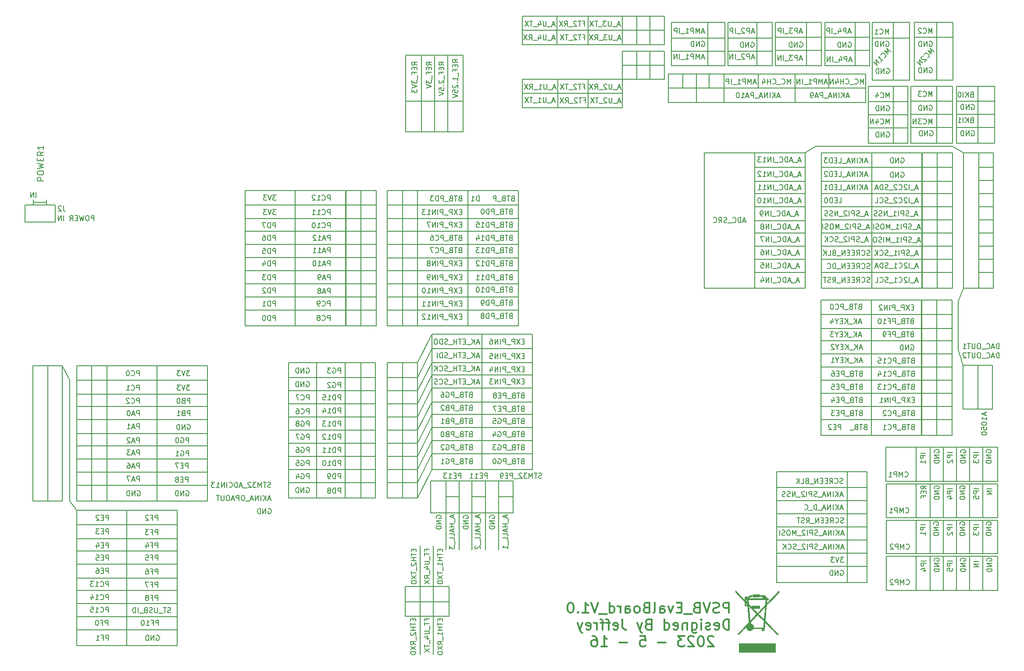
<source format=gbr>
%TF.GenerationSoftware,KiCad,Pcbnew,7.0.1*%
%TF.CreationDate,2023-05-17T15:07:38+08:00*%
%TF.ProjectId,PSVB_EvalBoard,50535642-5f45-4766-916c-426f6172642e,rev?*%
%TF.SameCoordinates,Original*%
%TF.FileFunction,Legend,Bot*%
%TF.FilePolarity,Positive*%
%FSLAX46Y46*%
G04 Gerber Fmt 4.6, Leading zero omitted, Abs format (unit mm)*
G04 Created by KiCad (PCBNEW 7.0.1) date 2023-05-17 15:07:38*
%MOMM*%
%LPD*%
G01*
G04 APERTURE LIST*
%ADD10C,0.150000*%
%ADD11C,0.200000*%
%ADD12C,0.300000*%
%ADD13C,0.010000*%
G04 APERTURE END LIST*
D10*
X52476000Y-66799000D02*
X55016000Y-66799000D01*
X55016000Y-67307000D02*
X55016000Y-66291000D01*
X52476000Y-67307000D02*
X52476000Y-66291000D01*
X52999904Y-65914619D02*
X52999904Y-64914619D01*
X52523714Y-65914619D02*
X52523714Y-64914619D01*
X52523714Y-64914619D02*
X51952286Y-65914619D01*
X51952286Y-65914619D02*
X51952286Y-64914619D01*
X133474904Y-127314476D02*
X133474904Y-127790666D01*
X133760619Y-127219238D02*
X132760619Y-127552571D01*
X132760619Y-127552571D02*
X133760619Y-127885904D01*
X133855857Y-127981143D02*
X133855857Y-128743047D01*
X133760619Y-128981143D02*
X132760619Y-128981143D01*
X133236809Y-128981143D02*
X133236809Y-129552571D01*
X133760619Y-129552571D02*
X132760619Y-129552571D01*
X133474904Y-129981143D02*
X133474904Y-130457333D01*
X133760619Y-129885905D02*
X132760619Y-130219238D01*
X132760619Y-130219238D02*
X133760619Y-130552571D01*
X133760619Y-131362095D02*
X133760619Y-130885905D01*
X133760619Y-130885905D02*
X132760619Y-130885905D01*
X133760619Y-132171619D02*
X133760619Y-131695429D01*
X133760619Y-131695429D02*
X132760619Y-131695429D01*
X133855857Y-132266858D02*
X133855857Y-133028762D01*
X132760619Y-133171620D02*
X132760619Y-133790667D01*
X132760619Y-133790667D02*
X133141571Y-133457334D01*
X133141571Y-133457334D02*
X133141571Y-133600191D01*
X133141571Y-133600191D02*
X133189190Y-133695429D01*
X133189190Y-133695429D02*
X133236809Y-133743048D01*
X133236809Y-133743048D02*
X133332047Y-133790667D01*
X133332047Y-133790667D02*
X133570142Y-133790667D01*
X133570142Y-133790667D02*
X133665380Y-133743048D01*
X133665380Y-133743048D02*
X133713000Y-133695429D01*
X133713000Y-133695429D02*
X133760619Y-133600191D01*
X133760619Y-133600191D02*
X133760619Y-133314477D01*
X133760619Y-133314477D02*
X133713000Y-133219239D01*
X133713000Y-133219239D02*
X133665380Y-133171620D01*
X138427904Y-127314476D02*
X138427904Y-127790666D01*
X138713619Y-127219238D02*
X137713619Y-127552571D01*
X137713619Y-127552571D02*
X138713619Y-127885904D01*
X138808857Y-127981143D02*
X138808857Y-128743047D01*
X138713619Y-128981143D02*
X137713619Y-128981143D01*
X138189809Y-128981143D02*
X138189809Y-129552571D01*
X138713619Y-129552571D02*
X137713619Y-129552571D01*
X138427904Y-129981143D02*
X138427904Y-130457333D01*
X138713619Y-129885905D02*
X137713619Y-130219238D01*
X137713619Y-130219238D02*
X138713619Y-130552571D01*
X138713619Y-131362095D02*
X138713619Y-130885905D01*
X138713619Y-130885905D02*
X137713619Y-130885905D01*
X138713619Y-132171619D02*
X138713619Y-131695429D01*
X138713619Y-131695429D02*
X137713619Y-131695429D01*
X138808857Y-132266858D02*
X138808857Y-133028762D01*
X137808857Y-133219239D02*
X137761238Y-133266858D01*
X137761238Y-133266858D02*
X137713619Y-133362096D01*
X137713619Y-133362096D02*
X137713619Y-133600191D01*
X137713619Y-133600191D02*
X137761238Y-133695429D01*
X137761238Y-133695429D02*
X137808857Y-133743048D01*
X137808857Y-133743048D02*
X137904095Y-133790667D01*
X137904095Y-133790667D02*
X137999333Y-133790667D01*
X137999333Y-133790667D02*
X138142190Y-133743048D01*
X138142190Y-133743048D02*
X138713619Y-133171620D01*
X138713619Y-133171620D02*
X138713619Y-133790667D01*
X143761904Y-127314476D02*
X143761904Y-127790666D01*
X144047619Y-127219238D02*
X143047619Y-127552571D01*
X143047619Y-127552571D02*
X144047619Y-127885904D01*
X144142857Y-127981143D02*
X144142857Y-128743047D01*
X144047619Y-128981143D02*
X143047619Y-128981143D01*
X143523809Y-128981143D02*
X143523809Y-129552571D01*
X144047619Y-129552571D02*
X143047619Y-129552571D01*
X143761904Y-129981143D02*
X143761904Y-130457333D01*
X144047619Y-129885905D02*
X143047619Y-130219238D01*
X143047619Y-130219238D02*
X144047619Y-130552571D01*
X144047619Y-131362095D02*
X144047619Y-130885905D01*
X144047619Y-130885905D02*
X143047619Y-130885905D01*
X144047619Y-132171619D02*
X144047619Y-131695429D01*
X144047619Y-131695429D02*
X143047619Y-131695429D01*
X144142857Y-132266858D02*
X144142857Y-133028762D01*
X144047619Y-133790667D02*
X144047619Y-133219239D01*
X144047619Y-133504953D02*
X143047619Y-133504953D01*
X143047619Y-133504953D02*
X143190476Y-133409715D01*
X143190476Y-133409715D02*
X143285714Y-133314477D01*
X143285714Y-133314477D02*
X143333333Y-133219239D01*
D11*
X142265000Y-123695000D02*
X145059000Y-123695000D01*
X137185000Y-123695000D02*
X139725000Y-123695000D01*
X132105000Y-123695000D02*
X134645000Y-123695000D01*
D10*
X135041904Y-120143619D02*
X135041904Y-119143619D01*
X135041904Y-119143619D02*
X134660952Y-119143619D01*
X134660952Y-119143619D02*
X134565714Y-119191238D01*
X134565714Y-119191238D02*
X134518095Y-119238857D01*
X134518095Y-119238857D02*
X134470476Y-119334095D01*
X134470476Y-119334095D02*
X134470476Y-119476952D01*
X134470476Y-119476952D02*
X134518095Y-119572190D01*
X134518095Y-119572190D02*
X134565714Y-119619809D01*
X134565714Y-119619809D02*
X134660952Y-119667428D01*
X134660952Y-119667428D02*
X135041904Y-119667428D01*
X134041904Y-119619809D02*
X133708571Y-119619809D01*
X133565714Y-120143619D02*
X134041904Y-120143619D01*
X134041904Y-120143619D02*
X134041904Y-119143619D01*
X134041904Y-119143619D02*
X133565714Y-119143619D01*
X132613333Y-120143619D02*
X133184761Y-120143619D01*
X132899047Y-120143619D02*
X132899047Y-119143619D01*
X132899047Y-119143619D02*
X132994285Y-119286476D01*
X132994285Y-119286476D02*
X133089523Y-119381714D01*
X133089523Y-119381714D02*
X133184761Y-119429333D01*
X132279999Y-119143619D02*
X131660952Y-119143619D01*
X131660952Y-119143619D02*
X131994285Y-119524571D01*
X131994285Y-119524571D02*
X131851428Y-119524571D01*
X131851428Y-119524571D02*
X131756190Y-119572190D01*
X131756190Y-119572190D02*
X131708571Y-119619809D01*
X131708571Y-119619809D02*
X131660952Y-119715047D01*
X131660952Y-119715047D02*
X131660952Y-119953142D01*
X131660952Y-119953142D02*
X131708571Y-120048380D01*
X131708571Y-120048380D02*
X131756190Y-120096000D01*
X131756190Y-120096000D02*
X131851428Y-120143619D01*
X131851428Y-120143619D02*
X132137142Y-120143619D01*
X132137142Y-120143619D02*
X132232380Y-120096000D01*
X132232380Y-120096000D02*
X132279999Y-120048380D01*
X140121904Y-120143619D02*
X140121904Y-119143619D01*
X140121904Y-119143619D02*
X139740952Y-119143619D01*
X139740952Y-119143619D02*
X139645714Y-119191238D01*
X139645714Y-119191238D02*
X139598095Y-119238857D01*
X139598095Y-119238857D02*
X139550476Y-119334095D01*
X139550476Y-119334095D02*
X139550476Y-119476952D01*
X139550476Y-119476952D02*
X139598095Y-119572190D01*
X139598095Y-119572190D02*
X139645714Y-119619809D01*
X139645714Y-119619809D02*
X139740952Y-119667428D01*
X139740952Y-119667428D02*
X140121904Y-119667428D01*
X139121904Y-119619809D02*
X138788571Y-119619809D01*
X138645714Y-120143619D02*
X139121904Y-120143619D01*
X139121904Y-120143619D02*
X139121904Y-119143619D01*
X139121904Y-119143619D02*
X138645714Y-119143619D01*
X137693333Y-120143619D02*
X138264761Y-120143619D01*
X137979047Y-120143619D02*
X137979047Y-119143619D01*
X137979047Y-119143619D02*
X138074285Y-119286476D01*
X138074285Y-119286476D02*
X138169523Y-119381714D01*
X138169523Y-119381714D02*
X138264761Y-119429333D01*
X136740952Y-120143619D02*
X137312380Y-120143619D01*
X137026666Y-120143619D02*
X137026666Y-119143619D01*
X137026666Y-119143619D02*
X137121904Y-119286476D01*
X137121904Y-119286476D02*
X137217142Y-119381714D01*
X137217142Y-119381714D02*
X137312380Y-119429333D01*
X150583523Y-120096000D02*
X150440666Y-120143619D01*
X150440666Y-120143619D02*
X150202571Y-120143619D01*
X150202571Y-120143619D02*
X150107333Y-120096000D01*
X150107333Y-120096000D02*
X150059714Y-120048380D01*
X150059714Y-120048380D02*
X150012095Y-119953142D01*
X150012095Y-119953142D02*
X150012095Y-119857904D01*
X150012095Y-119857904D02*
X150059714Y-119762666D01*
X150059714Y-119762666D02*
X150107333Y-119715047D01*
X150107333Y-119715047D02*
X150202571Y-119667428D01*
X150202571Y-119667428D02*
X150393047Y-119619809D01*
X150393047Y-119619809D02*
X150488285Y-119572190D01*
X150488285Y-119572190D02*
X150535904Y-119524571D01*
X150535904Y-119524571D02*
X150583523Y-119429333D01*
X150583523Y-119429333D02*
X150583523Y-119334095D01*
X150583523Y-119334095D02*
X150535904Y-119238857D01*
X150535904Y-119238857D02*
X150488285Y-119191238D01*
X150488285Y-119191238D02*
X150393047Y-119143619D01*
X150393047Y-119143619D02*
X150154952Y-119143619D01*
X150154952Y-119143619D02*
X150012095Y-119191238D01*
X149726380Y-119143619D02*
X149154952Y-119143619D01*
X149440666Y-120143619D02*
X149440666Y-119143619D01*
X148821618Y-120143619D02*
X148821618Y-119143619D01*
X148821618Y-119143619D02*
X148488285Y-119857904D01*
X148488285Y-119857904D02*
X148154952Y-119143619D01*
X148154952Y-119143619D02*
X148154952Y-120143619D01*
X147773999Y-119143619D02*
X147154952Y-119143619D01*
X147154952Y-119143619D02*
X147488285Y-119524571D01*
X147488285Y-119524571D02*
X147345428Y-119524571D01*
X147345428Y-119524571D02*
X147250190Y-119572190D01*
X147250190Y-119572190D02*
X147202571Y-119619809D01*
X147202571Y-119619809D02*
X147154952Y-119715047D01*
X147154952Y-119715047D02*
X147154952Y-119953142D01*
X147154952Y-119953142D02*
X147202571Y-120048380D01*
X147202571Y-120048380D02*
X147250190Y-120096000D01*
X147250190Y-120096000D02*
X147345428Y-120143619D01*
X147345428Y-120143619D02*
X147631142Y-120143619D01*
X147631142Y-120143619D02*
X147726380Y-120096000D01*
X147726380Y-120096000D02*
X147773999Y-120048380D01*
X146773999Y-119238857D02*
X146726380Y-119191238D01*
X146726380Y-119191238D02*
X146631142Y-119143619D01*
X146631142Y-119143619D02*
X146393047Y-119143619D01*
X146393047Y-119143619D02*
X146297809Y-119191238D01*
X146297809Y-119191238D02*
X146250190Y-119238857D01*
X146250190Y-119238857D02*
X146202571Y-119334095D01*
X146202571Y-119334095D02*
X146202571Y-119429333D01*
X146202571Y-119429333D02*
X146250190Y-119572190D01*
X146250190Y-119572190D02*
X146821618Y-120143619D01*
X146821618Y-120143619D02*
X146202571Y-120143619D01*
X146012095Y-120238857D02*
X145250190Y-120238857D01*
X145012094Y-120143619D02*
X145012094Y-119143619D01*
X145012094Y-119143619D02*
X144631142Y-119143619D01*
X144631142Y-119143619D02*
X144535904Y-119191238D01*
X144535904Y-119191238D02*
X144488285Y-119238857D01*
X144488285Y-119238857D02*
X144440666Y-119334095D01*
X144440666Y-119334095D02*
X144440666Y-119476952D01*
X144440666Y-119476952D02*
X144488285Y-119572190D01*
X144488285Y-119572190D02*
X144535904Y-119619809D01*
X144535904Y-119619809D02*
X144631142Y-119667428D01*
X144631142Y-119667428D02*
X145012094Y-119667428D01*
X144012094Y-119619809D02*
X143678761Y-119619809D01*
X143535904Y-120143619D02*
X144012094Y-120143619D01*
X144012094Y-120143619D02*
X144012094Y-119143619D01*
X144012094Y-119143619D02*
X143535904Y-119143619D01*
X143059713Y-120143619D02*
X142869237Y-120143619D01*
X142869237Y-120143619D02*
X142773999Y-120096000D01*
X142773999Y-120096000D02*
X142726380Y-120048380D01*
X142726380Y-120048380D02*
X142631142Y-119905523D01*
X142631142Y-119905523D02*
X142583523Y-119715047D01*
X142583523Y-119715047D02*
X142583523Y-119334095D01*
X142583523Y-119334095D02*
X142631142Y-119238857D01*
X142631142Y-119238857D02*
X142678761Y-119191238D01*
X142678761Y-119191238D02*
X142773999Y-119143619D01*
X142773999Y-119143619D02*
X142964475Y-119143619D01*
X142964475Y-119143619D02*
X143059713Y-119191238D01*
X143059713Y-119191238D02*
X143107332Y-119238857D01*
X143107332Y-119238857D02*
X143154951Y-119334095D01*
X143154951Y-119334095D02*
X143154951Y-119572190D01*
X143154951Y-119572190D02*
X143107332Y-119667428D01*
X143107332Y-119667428D02*
X143059713Y-119715047D01*
X143059713Y-119715047D02*
X142964475Y-119762666D01*
X142964475Y-119762666D02*
X142773999Y-119762666D01*
X142773999Y-119762666D02*
X142678761Y-119715047D01*
X142678761Y-119715047D02*
X142631142Y-119667428D01*
X142631142Y-119667428D02*
X142583523Y-119572190D01*
D11*
X137121500Y-133982000D02*
X137121500Y-120647000D01*
D10*
X140555238Y-127885904D02*
X140507619Y-127790666D01*
X140507619Y-127790666D02*
X140507619Y-127647809D01*
X140507619Y-127647809D02*
X140555238Y-127504952D01*
X140555238Y-127504952D02*
X140650476Y-127409714D01*
X140650476Y-127409714D02*
X140745714Y-127362095D01*
X140745714Y-127362095D02*
X140936190Y-127314476D01*
X140936190Y-127314476D02*
X141079047Y-127314476D01*
X141079047Y-127314476D02*
X141269523Y-127362095D01*
X141269523Y-127362095D02*
X141364761Y-127409714D01*
X141364761Y-127409714D02*
X141460000Y-127504952D01*
X141460000Y-127504952D02*
X141507619Y-127647809D01*
X141507619Y-127647809D02*
X141507619Y-127743047D01*
X141507619Y-127743047D02*
X141460000Y-127885904D01*
X141460000Y-127885904D02*
X141412380Y-127933523D01*
X141412380Y-127933523D02*
X141079047Y-127933523D01*
X141079047Y-127933523D02*
X141079047Y-127743047D01*
X141507619Y-128362095D02*
X140507619Y-128362095D01*
X140507619Y-128362095D02*
X141507619Y-128933523D01*
X141507619Y-128933523D02*
X140507619Y-128933523D01*
X141507619Y-129409714D02*
X140507619Y-129409714D01*
X140507619Y-129409714D02*
X140507619Y-129647809D01*
X140507619Y-129647809D02*
X140555238Y-129790666D01*
X140555238Y-129790666D02*
X140650476Y-129885904D01*
X140650476Y-129885904D02*
X140745714Y-129933523D01*
X140745714Y-129933523D02*
X140936190Y-129981142D01*
X140936190Y-129981142D02*
X141079047Y-129981142D01*
X141079047Y-129981142D02*
X141269523Y-129933523D01*
X141269523Y-129933523D02*
X141364761Y-129885904D01*
X141364761Y-129885904D02*
X141460000Y-129790666D01*
X141460000Y-129790666D02*
X141507619Y-129647809D01*
X141507619Y-129647809D02*
X141507619Y-129409714D01*
X135475238Y-127885904D02*
X135427619Y-127790666D01*
X135427619Y-127790666D02*
X135427619Y-127647809D01*
X135427619Y-127647809D02*
X135475238Y-127504952D01*
X135475238Y-127504952D02*
X135570476Y-127409714D01*
X135570476Y-127409714D02*
X135665714Y-127362095D01*
X135665714Y-127362095D02*
X135856190Y-127314476D01*
X135856190Y-127314476D02*
X135999047Y-127314476D01*
X135999047Y-127314476D02*
X136189523Y-127362095D01*
X136189523Y-127362095D02*
X136284761Y-127409714D01*
X136284761Y-127409714D02*
X136380000Y-127504952D01*
X136380000Y-127504952D02*
X136427619Y-127647809D01*
X136427619Y-127647809D02*
X136427619Y-127743047D01*
X136427619Y-127743047D02*
X136380000Y-127885904D01*
X136380000Y-127885904D02*
X136332380Y-127933523D01*
X136332380Y-127933523D02*
X135999047Y-127933523D01*
X135999047Y-127933523D02*
X135999047Y-127743047D01*
X136427619Y-128362095D02*
X135427619Y-128362095D01*
X135427619Y-128362095D02*
X136427619Y-128933523D01*
X136427619Y-128933523D02*
X135427619Y-128933523D01*
X136427619Y-129409714D02*
X135427619Y-129409714D01*
X135427619Y-129409714D02*
X135427619Y-129647809D01*
X135427619Y-129647809D02*
X135475238Y-129790666D01*
X135475238Y-129790666D02*
X135570476Y-129885904D01*
X135570476Y-129885904D02*
X135665714Y-129933523D01*
X135665714Y-129933523D02*
X135856190Y-129981142D01*
X135856190Y-129981142D02*
X135999047Y-129981142D01*
X135999047Y-129981142D02*
X136189523Y-129933523D01*
X136189523Y-129933523D02*
X136284761Y-129885904D01*
X136284761Y-129885904D02*
X136380000Y-129790666D01*
X136380000Y-129790666D02*
X136427619Y-129647809D01*
X136427619Y-129647809D02*
X136427619Y-129409714D01*
X130268238Y-127885904D02*
X130220619Y-127790666D01*
X130220619Y-127790666D02*
X130220619Y-127647809D01*
X130220619Y-127647809D02*
X130268238Y-127504952D01*
X130268238Y-127504952D02*
X130363476Y-127409714D01*
X130363476Y-127409714D02*
X130458714Y-127362095D01*
X130458714Y-127362095D02*
X130649190Y-127314476D01*
X130649190Y-127314476D02*
X130792047Y-127314476D01*
X130792047Y-127314476D02*
X130982523Y-127362095D01*
X130982523Y-127362095D02*
X131077761Y-127409714D01*
X131077761Y-127409714D02*
X131173000Y-127504952D01*
X131173000Y-127504952D02*
X131220619Y-127647809D01*
X131220619Y-127647809D02*
X131220619Y-127743047D01*
X131220619Y-127743047D02*
X131173000Y-127885904D01*
X131173000Y-127885904D02*
X131125380Y-127933523D01*
X131125380Y-127933523D02*
X130792047Y-127933523D01*
X130792047Y-127933523D02*
X130792047Y-127743047D01*
X131220619Y-128362095D02*
X130220619Y-128362095D01*
X130220619Y-128362095D02*
X131220619Y-128933523D01*
X131220619Y-128933523D02*
X130220619Y-128933523D01*
X131220619Y-129409714D02*
X130220619Y-129409714D01*
X130220619Y-129409714D02*
X130220619Y-129647809D01*
X130220619Y-129647809D02*
X130268238Y-129790666D01*
X130268238Y-129790666D02*
X130363476Y-129885904D01*
X130363476Y-129885904D02*
X130458714Y-129933523D01*
X130458714Y-129933523D02*
X130649190Y-129981142D01*
X130649190Y-129981142D02*
X130792047Y-129981142D01*
X130792047Y-129981142D02*
X130982523Y-129933523D01*
X130982523Y-129933523D02*
X131077761Y-129885904D01*
X131077761Y-129885904D02*
X131173000Y-129790666D01*
X131173000Y-129790666D02*
X131220619Y-129647809D01*
X131220619Y-129647809D02*
X131220619Y-129409714D01*
D11*
X142265000Y-133982000D02*
X142265000Y-120647000D01*
X139725000Y-133982000D02*
X139725000Y-120647000D01*
X134645000Y-133982000D02*
X134645000Y-120647000D01*
X132105000Y-133982000D02*
X132105000Y-120647000D01*
X129184000Y-120647000D02*
X145059000Y-120647000D01*
X145059000Y-126870000D01*
X129184000Y-126870000D01*
X129184000Y-120647000D01*
D10*
X64175904Y-70359619D02*
X64175904Y-69359619D01*
X64175904Y-69359619D02*
X63794952Y-69359619D01*
X63794952Y-69359619D02*
X63699714Y-69407238D01*
X63699714Y-69407238D02*
X63652095Y-69454857D01*
X63652095Y-69454857D02*
X63604476Y-69550095D01*
X63604476Y-69550095D02*
X63604476Y-69692952D01*
X63604476Y-69692952D02*
X63652095Y-69788190D01*
X63652095Y-69788190D02*
X63699714Y-69835809D01*
X63699714Y-69835809D02*
X63794952Y-69883428D01*
X63794952Y-69883428D02*
X64175904Y-69883428D01*
X62985428Y-69359619D02*
X62794952Y-69359619D01*
X62794952Y-69359619D02*
X62699714Y-69407238D01*
X62699714Y-69407238D02*
X62604476Y-69502476D01*
X62604476Y-69502476D02*
X62556857Y-69692952D01*
X62556857Y-69692952D02*
X62556857Y-70026285D01*
X62556857Y-70026285D02*
X62604476Y-70216761D01*
X62604476Y-70216761D02*
X62699714Y-70312000D01*
X62699714Y-70312000D02*
X62794952Y-70359619D01*
X62794952Y-70359619D02*
X62985428Y-70359619D01*
X62985428Y-70359619D02*
X63080666Y-70312000D01*
X63080666Y-70312000D02*
X63175904Y-70216761D01*
X63175904Y-70216761D02*
X63223523Y-70026285D01*
X63223523Y-70026285D02*
X63223523Y-69692952D01*
X63223523Y-69692952D02*
X63175904Y-69502476D01*
X63175904Y-69502476D02*
X63080666Y-69407238D01*
X63080666Y-69407238D02*
X62985428Y-69359619D01*
X62223523Y-69359619D02*
X61985428Y-70359619D01*
X61985428Y-70359619D02*
X61794952Y-69645333D01*
X61794952Y-69645333D02*
X61604476Y-70359619D01*
X61604476Y-70359619D02*
X61366381Y-69359619D01*
X60985428Y-69835809D02*
X60652095Y-69835809D01*
X60509238Y-70359619D02*
X60985428Y-70359619D01*
X60985428Y-70359619D02*
X60985428Y-69359619D01*
X60985428Y-69359619D02*
X60509238Y-69359619D01*
X59509238Y-70359619D02*
X59842571Y-69883428D01*
X60080666Y-70359619D02*
X60080666Y-69359619D01*
X60080666Y-69359619D02*
X59699714Y-69359619D01*
X59699714Y-69359619D02*
X59604476Y-69407238D01*
X59604476Y-69407238D02*
X59556857Y-69454857D01*
X59556857Y-69454857D02*
X59509238Y-69550095D01*
X59509238Y-69550095D02*
X59509238Y-69692952D01*
X59509238Y-69692952D02*
X59556857Y-69788190D01*
X59556857Y-69788190D02*
X59604476Y-69835809D01*
X59604476Y-69835809D02*
X59699714Y-69883428D01*
X59699714Y-69883428D02*
X60080666Y-69883428D01*
X58318761Y-70359619D02*
X58318761Y-69359619D01*
X57842571Y-70359619D02*
X57842571Y-69359619D01*
X57842571Y-69359619D02*
X57271143Y-70359619D01*
X57271143Y-70359619D02*
X57271143Y-69359619D01*
D11*
X50825000Y-67307000D02*
X56667000Y-67307000D01*
X56667000Y-70609000D01*
X50825000Y-70609000D01*
X50825000Y-67307000D01*
D10*
X134395619Y-39795523D02*
X133919428Y-39462190D01*
X134395619Y-39224095D02*
X133395619Y-39224095D01*
X133395619Y-39224095D02*
X133395619Y-39605047D01*
X133395619Y-39605047D02*
X133443238Y-39700285D01*
X133443238Y-39700285D02*
X133490857Y-39747904D01*
X133490857Y-39747904D02*
X133586095Y-39795523D01*
X133586095Y-39795523D02*
X133728952Y-39795523D01*
X133728952Y-39795523D02*
X133824190Y-39747904D01*
X133824190Y-39747904D02*
X133871809Y-39700285D01*
X133871809Y-39700285D02*
X133919428Y-39605047D01*
X133919428Y-39605047D02*
X133919428Y-39224095D01*
X133871809Y-40224095D02*
X133871809Y-40557428D01*
X134395619Y-40700285D02*
X134395619Y-40224095D01*
X134395619Y-40224095D02*
X133395619Y-40224095D01*
X133395619Y-40224095D02*
X133395619Y-40700285D01*
X133871809Y-41462190D02*
X133871809Y-41128857D01*
X134395619Y-41128857D02*
X133395619Y-41128857D01*
X133395619Y-41128857D02*
X133395619Y-41605047D01*
X134490857Y-41747905D02*
X134490857Y-42509809D01*
X134395619Y-43271714D02*
X134395619Y-42700286D01*
X134395619Y-42986000D02*
X133395619Y-42986000D01*
X133395619Y-42986000D02*
X133538476Y-42890762D01*
X133538476Y-42890762D02*
X133633714Y-42795524D01*
X133633714Y-42795524D02*
X133681333Y-42700286D01*
X134300380Y-43700286D02*
X134348000Y-43747905D01*
X134348000Y-43747905D02*
X134395619Y-43700286D01*
X134395619Y-43700286D02*
X134348000Y-43652667D01*
X134348000Y-43652667D02*
X134300380Y-43700286D01*
X134300380Y-43700286D02*
X134395619Y-43700286D01*
X133490857Y-44128857D02*
X133443238Y-44176476D01*
X133443238Y-44176476D02*
X133395619Y-44271714D01*
X133395619Y-44271714D02*
X133395619Y-44509809D01*
X133395619Y-44509809D02*
X133443238Y-44605047D01*
X133443238Y-44605047D02*
X133490857Y-44652666D01*
X133490857Y-44652666D02*
X133586095Y-44700285D01*
X133586095Y-44700285D02*
X133681333Y-44700285D01*
X133681333Y-44700285D02*
X133824190Y-44652666D01*
X133824190Y-44652666D02*
X134395619Y-44081238D01*
X134395619Y-44081238D02*
X134395619Y-44700285D01*
X133395619Y-45605047D02*
X133395619Y-45128857D01*
X133395619Y-45128857D02*
X133871809Y-45081238D01*
X133871809Y-45081238D02*
X133824190Y-45128857D01*
X133824190Y-45128857D02*
X133776571Y-45224095D01*
X133776571Y-45224095D02*
X133776571Y-45462190D01*
X133776571Y-45462190D02*
X133824190Y-45557428D01*
X133824190Y-45557428D02*
X133871809Y-45605047D01*
X133871809Y-45605047D02*
X133967047Y-45652666D01*
X133967047Y-45652666D02*
X134205142Y-45652666D01*
X134205142Y-45652666D02*
X134300380Y-45605047D01*
X134300380Y-45605047D02*
X134348000Y-45557428D01*
X134348000Y-45557428D02*
X134395619Y-45462190D01*
X134395619Y-45462190D02*
X134395619Y-45224095D01*
X134395619Y-45224095D02*
X134348000Y-45128857D01*
X134348000Y-45128857D02*
X134300380Y-45081238D01*
X133395619Y-45938381D02*
X134395619Y-46271714D01*
X134395619Y-46271714D02*
X133395619Y-46605047D01*
X131728619Y-40303523D02*
X131252428Y-39970190D01*
X131728619Y-39732095D02*
X130728619Y-39732095D01*
X130728619Y-39732095D02*
X130728619Y-40113047D01*
X130728619Y-40113047D02*
X130776238Y-40208285D01*
X130776238Y-40208285D02*
X130823857Y-40255904D01*
X130823857Y-40255904D02*
X130919095Y-40303523D01*
X130919095Y-40303523D02*
X131061952Y-40303523D01*
X131061952Y-40303523D02*
X131157190Y-40255904D01*
X131157190Y-40255904D02*
X131204809Y-40208285D01*
X131204809Y-40208285D02*
X131252428Y-40113047D01*
X131252428Y-40113047D02*
X131252428Y-39732095D01*
X131204809Y-40732095D02*
X131204809Y-41065428D01*
X131728619Y-41208285D02*
X131728619Y-40732095D01*
X131728619Y-40732095D02*
X130728619Y-40732095D01*
X130728619Y-40732095D02*
X130728619Y-41208285D01*
X131204809Y-41970190D02*
X131204809Y-41636857D01*
X131728619Y-41636857D02*
X130728619Y-41636857D01*
X130728619Y-41636857D02*
X130728619Y-42113047D01*
X131823857Y-42255905D02*
X131823857Y-43017809D01*
X130823857Y-43208286D02*
X130776238Y-43255905D01*
X130776238Y-43255905D02*
X130728619Y-43351143D01*
X130728619Y-43351143D02*
X130728619Y-43589238D01*
X130728619Y-43589238D02*
X130776238Y-43684476D01*
X130776238Y-43684476D02*
X130823857Y-43732095D01*
X130823857Y-43732095D02*
X130919095Y-43779714D01*
X130919095Y-43779714D02*
X131014333Y-43779714D01*
X131014333Y-43779714D02*
X131157190Y-43732095D01*
X131157190Y-43732095D02*
X131728619Y-43160667D01*
X131728619Y-43160667D02*
X131728619Y-43779714D01*
X131633380Y-44208286D02*
X131681000Y-44255905D01*
X131681000Y-44255905D02*
X131728619Y-44208286D01*
X131728619Y-44208286D02*
X131681000Y-44160667D01*
X131681000Y-44160667D02*
X131633380Y-44208286D01*
X131633380Y-44208286D02*
X131728619Y-44208286D01*
X130728619Y-45160666D02*
X130728619Y-44684476D01*
X130728619Y-44684476D02*
X131204809Y-44636857D01*
X131204809Y-44636857D02*
X131157190Y-44684476D01*
X131157190Y-44684476D02*
X131109571Y-44779714D01*
X131109571Y-44779714D02*
X131109571Y-45017809D01*
X131109571Y-45017809D02*
X131157190Y-45113047D01*
X131157190Y-45113047D02*
X131204809Y-45160666D01*
X131204809Y-45160666D02*
X131300047Y-45208285D01*
X131300047Y-45208285D02*
X131538142Y-45208285D01*
X131538142Y-45208285D02*
X131633380Y-45160666D01*
X131633380Y-45160666D02*
X131681000Y-45113047D01*
X131681000Y-45113047D02*
X131728619Y-45017809D01*
X131728619Y-45017809D02*
X131728619Y-44779714D01*
X131728619Y-44779714D02*
X131681000Y-44684476D01*
X131681000Y-44684476D02*
X131633380Y-44636857D01*
X130728619Y-45494000D02*
X131728619Y-45827333D01*
X131728619Y-45827333D02*
X130728619Y-46160666D01*
X129315619Y-40303523D02*
X128839428Y-39970190D01*
X129315619Y-39732095D02*
X128315619Y-39732095D01*
X128315619Y-39732095D02*
X128315619Y-40113047D01*
X128315619Y-40113047D02*
X128363238Y-40208285D01*
X128363238Y-40208285D02*
X128410857Y-40255904D01*
X128410857Y-40255904D02*
X128506095Y-40303523D01*
X128506095Y-40303523D02*
X128648952Y-40303523D01*
X128648952Y-40303523D02*
X128744190Y-40255904D01*
X128744190Y-40255904D02*
X128791809Y-40208285D01*
X128791809Y-40208285D02*
X128839428Y-40113047D01*
X128839428Y-40113047D02*
X128839428Y-39732095D01*
X128791809Y-40732095D02*
X128791809Y-41065428D01*
X129315619Y-41208285D02*
X129315619Y-40732095D01*
X129315619Y-40732095D02*
X128315619Y-40732095D01*
X128315619Y-40732095D02*
X128315619Y-41208285D01*
X128791809Y-41970190D02*
X128791809Y-41636857D01*
X129315619Y-41636857D02*
X128315619Y-41636857D01*
X128315619Y-41636857D02*
X128315619Y-42113047D01*
X129410857Y-42255905D02*
X129410857Y-43017809D01*
X128315619Y-43160667D02*
X128315619Y-43779714D01*
X128315619Y-43779714D02*
X128696571Y-43446381D01*
X128696571Y-43446381D02*
X128696571Y-43589238D01*
X128696571Y-43589238D02*
X128744190Y-43684476D01*
X128744190Y-43684476D02*
X128791809Y-43732095D01*
X128791809Y-43732095D02*
X128887047Y-43779714D01*
X128887047Y-43779714D02*
X129125142Y-43779714D01*
X129125142Y-43779714D02*
X129220380Y-43732095D01*
X129220380Y-43732095D02*
X129268000Y-43684476D01*
X129268000Y-43684476D02*
X129315619Y-43589238D01*
X129315619Y-43589238D02*
X129315619Y-43303524D01*
X129315619Y-43303524D02*
X129268000Y-43208286D01*
X129268000Y-43208286D02*
X129220380Y-43160667D01*
X128315619Y-44065429D02*
X129315619Y-44398762D01*
X129315619Y-44398762D02*
X128315619Y-44732095D01*
X126521619Y-40303523D02*
X126045428Y-39970190D01*
X126521619Y-39732095D02*
X125521619Y-39732095D01*
X125521619Y-39732095D02*
X125521619Y-40113047D01*
X125521619Y-40113047D02*
X125569238Y-40208285D01*
X125569238Y-40208285D02*
X125616857Y-40255904D01*
X125616857Y-40255904D02*
X125712095Y-40303523D01*
X125712095Y-40303523D02*
X125854952Y-40303523D01*
X125854952Y-40303523D02*
X125950190Y-40255904D01*
X125950190Y-40255904D02*
X125997809Y-40208285D01*
X125997809Y-40208285D02*
X126045428Y-40113047D01*
X126045428Y-40113047D02*
X126045428Y-39732095D01*
X125997809Y-40732095D02*
X125997809Y-41065428D01*
X126521619Y-41208285D02*
X126521619Y-40732095D01*
X126521619Y-40732095D02*
X125521619Y-40732095D01*
X125521619Y-40732095D02*
X125521619Y-41208285D01*
X125997809Y-41970190D02*
X125997809Y-41636857D01*
X126521619Y-41636857D02*
X125521619Y-41636857D01*
X125521619Y-41636857D02*
X125521619Y-42113047D01*
X126616857Y-42255905D02*
X126616857Y-43017809D01*
X125521619Y-43160667D02*
X125521619Y-43779714D01*
X125521619Y-43779714D02*
X125902571Y-43446381D01*
X125902571Y-43446381D02*
X125902571Y-43589238D01*
X125902571Y-43589238D02*
X125950190Y-43684476D01*
X125950190Y-43684476D02*
X125997809Y-43732095D01*
X125997809Y-43732095D02*
X126093047Y-43779714D01*
X126093047Y-43779714D02*
X126331142Y-43779714D01*
X126331142Y-43779714D02*
X126426380Y-43732095D01*
X126426380Y-43732095D02*
X126474000Y-43684476D01*
X126474000Y-43684476D02*
X126521619Y-43589238D01*
X126521619Y-43589238D02*
X126521619Y-43303524D01*
X126521619Y-43303524D02*
X126474000Y-43208286D01*
X126474000Y-43208286D02*
X126426380Y-43160667D01*
X125521619Y-44065429D02*
X126521619Y-44398762D01*
X126521619Y-44398762D02*
X125521619Y-44732095D01*
X125521619Y-44970191D02*
X125521619Y-45589238D01*
X125521619Y-45589238D02*
X125902571Y-45255905D01*
X125902571Y-45255905D02*
X125902571Y-45398762D01*
X125902571Y-45398762D02*
X125950190Y-45494000D01*
X125950190Y-45494000D02*
X125997809Y-45541619D01*
X125997809Y-45541619D02*
X126093047Y-45589238D01*
X126093047Y-45589238D02*
X126331142Y-45589238D01*
X126331142Y-45589238D02*
X126426380Y-45541619D01*
X126426380Y-45541619D02*
X126474000Y-45494000D01*
X126474000Y-45494000D02*
X126521619Y-45398762D01*
X126521619Y-45398762D02*
X126521619Y-45113048D01*
X126521619Y-45113048D02*
X126474000Y-45017810D01*
X126474000Y-45017810D02*
X126426380Y-44970191D01*
D11*
X124358000Y-38351000D02*
X135407000Y-38351000D01*
X135407000Y-47241000D01*
X124358000Y-47241000D01*
X124358000Y-38351000D01*
D10*
X132486000Y-38351000D02*
X132486000Y-53114750D01*
X129946000Y-38351000D02*
X129946000Y-53210000D01*
X127406000Y-38351000D02*
X127406000Y-53210000D01*
D11*
X124358000Y-47241000D02*
X135407000Y-47241000D01*
X135407000Y-53210000D01*
X124358000Y-53210000D01*
X124358000Y-47241000D01*
D10*
X97815095Y-126049238D02*
X97910333Y-126001619D01*
X97910333Y-126001619D02*
X98053190Y-126001619D01*
X98053190Y-126001619D02*
X98196047Y-126049238D01*
X98196047Y-126049238D02*
X98291285Y-126144476D01*
X98291285Y-126144476D02*
X98338904Y-126239714D01*
X98338904Y-126239714D02*
X98386523Y-126430190D01*
X98386523Y-126430190D02*
X98386523Y-126573047D01*
X98386523Y-126573047D02*
X98338904Y-126763523D01*
X98338904Y-126763523D02*
X98291285Y-126858761D01*
X98291285Y-126858761D02*
X98196047Y-126954000D01*
X98196047Y-126954000D02*
X98053190Y-127001619D01*
X98053190Y-127001619D02*
X97957952Y-127001619D01*
X97957952Y-127001619D02*
X97815095Y-126954000D01*
X97815095Y-126954000D02*
X97767476Y-126906380D01*
X97767476Y-126906380D02*
X97767476Y-126573047D01*
X97767476Y-126573047D02*
X97957952Y-126573047D01*
X97338904Y-127001619D02*
X97338904Y-126001619D01*
X97338904Y-126001619D02*
X96767476Y-127001619D01*
X96767476Y-127001619D02*
X96767476Y-126001619D01*
X96291285Y-127001619D02*
X96291285Y-126001619D01*
X96291285Y-126001619D02*
X96053190Y-126001619D01*
X96053190Y-126001619D02*
X95910333Y-126049238D01*
X95910333Y-126049238D02*
X95815095Y-126144476D01*
X95815095Y-126144476D02*
X95767476Y-126239714D01*
X95767476Y-126239714D02*
X95719857Y-126430190D01*
X95719857Y-126430190D02*
X95719857Y-126573047D01*
X95719857Y-126573047D02*
X95767476Y-126763523D01*
X95767476Y-126763523D02*
X95815095Y-126858761D01*
X95815095Y-126858761D02*
X95910333Y-126954000D01*
X95910333Y-126954000D02*
X96053190Y-127001619D01*
X96053190Y-127001619D02*
X96291285Y-127001619D01*
X98259523Y-124175904D02*
X97783333Y-124175904D01*
X98354761Y-124461619D02*
X98021428Y-123461619D01*
X98021428Y-123461619D02*
X97688095Y-124461619D01*
X97354761Y-124461619D02*
X97354761Y-123461619D01*
X96783333Y-124461619D02*
X97211904Y-123890190D01*
X96783333Y-123461619D02*
X97354761Y-124033047D01*
X96354761Y-124461619D02*
X96354761Y-123461619D01*
X95878571Y-124461619D02*
X95878571Y-123461619D01*
X95878571Y-123461619D02*
X95307143Y-124461619D01*
X95307143Y-124461619D02*
X95307143Y-123461619D01*
X94878571Y-124175904D02*
X94402381Y-124175904D01*
X94973809Y-124461619D02*
X94640476Y-123461619D01*
X94640476Y-123461619D02*
X94307143Y-124461619D01*
X94211905Y-124556857D02*
X93450000Y-124556857D01*
X93021428Y-123461619D02*
X92830952Y-123461619D01*
X92830952Y-123461619D02*
X92735714Y-123509238D01*
X92735714Y-123509238D02*
X92640476Y-123604476D01*
X92640476Y-123604476D02*
X92592857Y-123794952D01*
X92592857Y-123794952D02*
X92592857Y-124128285D01*
X92592857Y-124128285D02*
X92640476Y-124318761D01*
X92640476Y-124318761D02*
X92735714Y-124414000D01*
X92735714Y-124414000D02*
X92830952Y-124461619D01*
X92830952Y-124461619D02*
X93021428Y-124461619D01*
X93021428Y-124461619D02*
X93116666Y-124414000D01*
X93116666Y-124414000D02*
X93211904Y-124318761D01*
X93211904Y-124318761D02*
X93259523Y-124128285D01*
X93259523Y-124128285D02*
X93259523Y-123794952D01*
X93259523Y-123794952D02*
X93211904Y-123604476D01*
X93211904Y-123604476D02*
X93116666Y-123509238D01*
X93116666Y-123509238D02*
X93021428Y-123461619D01*
X92164285Y-124461619D02*
X92164285Y-123461619D01*
X92164285Y-123461619D02*
X91783333Y-123461619D01*
X91783333Y-123461619D02*
X91688095Y-123509238D01*
X91688095Y-123509238D02*
X91640476Y-123556857D01*
X91640476Y-123556857D02*
X91592857Y-123652095D01*
X91592857Y-123652095D02*
X91592857Y-123794952D01*
X91592857Y-123794952D02*
X91640476Y-123890190D01*
X91640476Y-123890190D02*
X91688095Y-123937809D01*
X91688095Y-123937809D02*
X91783333Y-123985428D01*
X91783333Y-123985428D02*
X92164285Y-123985428D01*
X91211904Y-124175904D02*
X90735714Y-124175904D01*
X91307142Y-124461619D02*
X90973809Y-123461619D01*
X90973809Y-123461619D02*
X90640476Y-124461619D01*
X90116666Y-123461619D02*
X89926190Y-123461619D01*
X89926190Y-123461619D02*
X89830952Y-123509238D01*
X89830952Y-123509238D02*
X89735714Y-123604476D01*
X89735714Y-123604476D02*
X89688095Y-123794952D01*
X89688095Y-123794952D02*
X89688095Y-124128285D01*
X89688095Y-124128285D02*
X89735714Y-124318761D01*
X89735714Y-124318761D02*
X89830952Y-124414000D01*
X89830952Y-124414000D02*
X89926190Y-124461619D01*
X89926190Y-124461619D02*
X90116666Y-124461619D01*
X90116666Y-124461619D02*
X90211904Y-124414000D01*
X90211904Y-124414000D02*
X90307142Y-124318761D01*
X90307142Y-124318761D02*
X90354761Y-124128285D01*
X90354761Y-124128285D02*
X90354761Y-123794952D01*
X90354761Y-123794952D02*
X90307142Y-123604476D01*
X90307142Y-123604476D02*
X90211904Y-123509238D01*
X90211904Y-123509238D02*
X90116666Y-123461619D01*
X89259523Y-123461619D02*
X89259523Y-124271142D01*
X89259523Y-124271142D02*
X89211904Y-124366380D01*
X89211904Y-124366380D02*
X89164285Y-124414000D01*
X89164285Y-124414000D02*
X89069047Y-124461619D01*
X89069047Y-124461619D02*
X88878571Y-124461619D01*
X88878571Y-124461619D02*
X88783333Y-124414000D01*
X88783333Y-124414000D02*
X88735714Y-124366380D01*
X88735714Y-124366380D02*
X88688095Y-124271142D01*
X88688095Y-124271142D02*
X88688095Y-123461619D01*
X88354761Y-123461619D02*
X87783333Y-123461619D01*
X88069047Y-124461619D02*
X88069047Y-123461619D01*
X98259523Y-121874000D02*
X98116666Y-121921619D01*
X98116666Y-121921619D02*
X97878571Y-121921619D01*
X97878571Y-121921619D02*
X97783333Y-121874000D01*
X97783333Y-121874000D02*
X97735714Y-121826380D01*
X97735714Y-121826380D02*
X97688095Y-121731142D01*
X97688095Y-121731142D02*
X97688095Y-121635904D01*
X97688095Y-121635904D02*
X97735714Y-121540666D01*
X97735714Y-121540666D02*
X97783333Y-121493047D01*
X97783333Y-121493047D02*
X97878571Y-121445428D01*
X97878571Y-121445428D02*
X98069047Y-121397809D01*
X98069047Y-121397809D02*
X98164285Y-121350190D01*
X98164285Y-121350190D02*
X98211904Y-121302571D01*
X98211904Y-121302571D02*
X98259523Y-121207333D01*
X98259523Y-121207333D02*
X98259523Y-121112095D01*
X98259523Y-121112095D02*
X98211904Y-121016857D01*
X98211904Y-121016857D02*
X98164285Y-120969238D01*
X98164285Y-120969238D02*
X98069047Y-120921619D01*
X98069047Y-120921619D02*
X97830952Y-120921619D01*
X97830952Y-120921619D02*
X97688095Y-120969238D01*
X97402380Y-120921619D02*
X96830952Y-120921619D01*
X97116666Y-121921619D02*
X97116666Y-120921619D01*
X96497618Y-121921619D02*
X96497618Y-120921619D01*
X96497618Y-120921619D02*
X96164285Y-121635904D01*
X96164285Y-121635904D02*
X95830952Y-120921619D01*
X95830952Y-120921619D02*
X95830952Y-121921619D01*
X95449999Y-120921619D02*
X94830952Y-120921619D01*
X94830952Y-120921619D02*
X95164285Y-121302571D01*
X95164285Y-121302571D02*
X95021428Y-121302571D01*
X95021428Y-121302571D02*
X94926190Y-121350190D01*
X94926190Y-121350190D02*
X94878571Y-121397809D01*
X94878571Y-121397809D02*
X94830952Y-121493047D01*
X94830952Y-121493047D02*
X94830952Y-121731142D01*
X94830952Y-121731142D02*
X94878571Y-121826380D01*
X94878571Y-121826380D02*
X94926190Y-121874000D01*
X94926190Y-121874000D02*
X95021428Y-121921619D01*
X95021428Y-121921619D02*
X95307142Y-121921619D01*
X95307142Y-121921619D02*
X95402380Y-121874000D01*
X95402380Y-121874000D02*
X95449999Y-121826380D01*
X94449999Y-121016857D02*
X94402380Y-120969238D01*
X94402380Y-120969238D02*
X94307142Y-120921619D01*
X94307142Y-120921619D02*
X94069047Y-120921619D01*
X94069047Y-120921619D02*
X93973809Y-120969238D01*
X93973809Y-120969238D02*
X93926190Y-121016857D01*
X93926190Y-121016857D02*
X93878571Y-121112095D01*
X93878571Y-121112095D02*
X93878571Y-121207333D01*
X93878571Y-121207333D02*
X93926190Y-121350190D01*
X93926190Y-121350190D02*
X94497618Y-121921619D01*
X94497618Y-121921619D02*
X93878571Y-121921619D01*
X93688095Y-122016857D02*
X92926190Y-122016857D01*
X92735713Y-121635904D02*
X92259523Y-121635904D01*
X92830951Y-121921619D02*
X92497618Y-120921619D01*
X92497618Y-120921619D02*
X92164285Y-121921619D01*
X91830951Y-121921619D02*
X91830951Y-120921619D01*
X91830951Y-120921619D02*
X91592856Y-120921619D01*
X91592856Y-120921619D02*
X91449999Y-120969238D01*
X91449999Y-120969238D02*
X91354761Y-121064476D01*
X91354761Y-121064476D02*
X91307142Y-121159714D01*
X91307142Y-121159714D02*
X91259523Y-121350190D01*
X91259523Y-121350190D02*
X91259523Y-121493047D01*
X91259523Y-121493047D02*
X91307142Y-121683523D01*
X91307142Y-121683523D02*
X91354761Y-121778761D01*
X91354761Y-121778761D02*
X91449999Y-121874000D01*
X91449999Y-121874000D02*
X91592856Y-121921619D01*
X91592856Y-121921619D02*
X91830951Y-121921619D01*
X90259523Y-121826380D02*
X90307142Y-121874000D01*
X90307142Y-121874000D02*
X90449999Y-121921619D01*
X90449999Y-121921619D02*
X90545237Y-121921619D01*
X90545237Y-121921619D02*
X90688094Y-121874000D01*
X90688094Y-121874000D02*
X90783332Y-121778761D01*
X90783332Y-121778761D02*
X90830951Y-121683523D01*
X90830951Y-121683523D02*
X90878570Y-121493047D01*
X90878570Y-121493047D02*
X90878570Y-121350190D01*
X90878570Y-121350190D02*
X90830951Y-121159714D01*
X90830951Y-121159714D02*
X90783332Y-121064476D01*
X90783332Y-121064476D02*
X90688094Y-120969238D01*
X90688094Y-120969238D02*
X90545237Y-120921619D01*
X90545237Y-120921619D02*
X90449999Y-120921619D01*
X90449999Y-120921619D02*
X90307142Y-120969238D01*
X90307142Y-120969238D02*
X90259523Y-121016857D01*
X89830951Y-121921619D02*
X89830951Y-120921619D01*
X89354761Y-121921619D02*
X89354761Y-120921619D01*
X89354761Y-120921619D02*
X88783333Y-121921619D01*
X88783333Y-121921619D02*
X88783333Y-120921619D01*
X87783333Y-121921619D02*
X88354761Y-121921619D01*
X88069047Y-121921619D02*
X88069047Y-120921619D01*
X88069047Y-120921619D02*
X88164285Y-121064476D01*
X88164285Y-121064476D02*
X88259523Y-121159714D01*
X88259523Y-121159714D02*
X88354761Y-121207333D01*
X87449999Y-120921619D02*
X86830952Y-120921619D01*
X86830952Y-120921619D02*
X87164285Y-121302571D01*
X87164285Y-121302571D02*
X87021428Y-121302571D01*
X87021428Y-121302571D02*
X86926190Y-121350190D01*
X86926190Y-121350190D02*
X86878571Y-121397809D01*
X86878571Y-121397809D02*
X86830952Y-121493047D01*
X86830952Y-121493047D02*
X86830952Y-121731142D01*
X86830952Y-121731142D02*
X86878571Y-121826380D01*
X86878571Y-121826380D02*
X86926190Y-121874000D01*
X86926190Y-121874000D02*
X87021428Y-121921619D01*
X87021428Y-121921619D02*
X87307142Y-121921619D01*
X87307142Y-121921619D02*
X87402380Y-121874000D01*
X87402380Y-121874000D02*
X87449999Y-121826380D01*
D11*
X232054000Y-83436000D02*
X231038000Y-85976000D01*
X231038000Y-85976000D02*
X231038000Y-95247000D01*
X231927000Y-98283094D02*
X231038000Y-95247000D01*
D10*
X234784500Y-98295000D02*
X234784500Y-106804000D01*
X234848000Y-44458906D02*
X234848000Y-55357094D01*
X226847000Y-44458906D02*
X226847000Y-55357094D01*
X218465000Y-44470812D02*
X218465000Y-55369000D01*
X226847000Y-32024812D02*
X226847000Y-43153187D01*
X218465000Y-32048625D02*
X218465000Y-43177000D01*
X211099000Y-32048625D02*
X211099000Y-40335375D01*
X201701000Y-32048625D02*
X201701000Y-40335375D01*
X192176000Y-32048625D02*
X192176000Y-40335375D01*
X182651000Y-32096250D02*
X182651000Y-40383000D01*
X237705500Y-80388000D02*
X235038500Y-80388000D01*
X237705500Y-77848000D02*
X235038500Y-77848000D01*
X237705500Y-75308000D02*
X235038500Y-75308000D01*
X237705500Y-72768000D02*
X235038500Y-72768000D01*
X237705500Y-70228000D02*
X235038500Y-70228000D01*
X237705500Y-67688000D02*
X235038500Y-67688000D01*
X237705500Y-65148000D02*
X235038500Y-65148000D01*
X237705500Y-62608000D02*
X235038500Y-62608000D01*
X237705500Y-60068000D02*
X235038500Y-60068000D01*
X182905000Y-42129250D02*
X182905000Y-44732750D01*
X177825000Y-42097500D02*
X177825000Y-44701000D01*
X180428500Y-42034000D02*
X180428500Y-47495000D01*
X166141000Y-40319500D02*
X174269000Y-40319500D01*
X171475000Y-37589000D02*
X171475000Y-42986500D01*
X168935000Y-37652500D02*
X168935000Y-43050000D01*
X171475000Y-30921500D02*
X171475000Y-36319000D01*
X168935000Y-30921500D02*
X168935000Y-36319000D01*
X153123523Y-47213904D02*
X152647333Y-47213904D01*
X153218761Y-47499619D02*
X152885428Y-46499619D01*
X152885428Y-46499619D02*
X152552095Y-47499619D01*
X152456857Y-47594857D02*
X151694952Y-47594857D01*
X151456856Y-46499619D02*
X151456856Y-47309142D01*
X151456856Y-47309142D02*
X151409237Y-47404380D01*
X151409237Y-47404380D02*
X151361618Y-47452000D01*
X151361618Y-47452000D02*
X151266380Y-47499619D01*
X151266380Y-47499619D02*
X151075904Y-47499619D01*
X151075904Y-47499619D02*
X150980666Y-47452000D01*
X150980666Y-47452000D02*
X150933047Y-47404380D01*
X150933047Y-47404380D02*
X150885428Y-47309142D01*
X150885428Y-47309142D02*
X150885428Y-46499619D01*
X149885428Y-47499619D02*
X150456856Y-47499619D01*
X150171142Y-47499619D02*
X150171142Y-46499619D01*
X150171142Y-46499619D02*
X150266380Y-46642476D01*
X150266380Y-46642476D02*
X150361618Y-46737714D01*
X150361618Y-46737714D02*
X150456856Y-46785333D01*
X149694952Y-47594857D02*
X148933047Y-47594857D01*
X148837808Y-46499619D02*
X148266380Y-46499619D01*
X148552094Y-47499619D02*
X148552094Y-46499619D01*
X148028284Y-46499619D02*
X147361618Y-47499619D01*
X147361618Y-46499619D02*
X148028284Y-47499619D01*
X153250523Y-44673904D02*
X152774333Y-44673904D01*
X153345761Y-44959619D02*
X153012428Y-43959619D01*
X153012428Y-43959619D02*
X152679095Y-44959619D01*
X152583857Y-45054857D02*
X151821952Y-45054857D01*
X151583856Y-43959619D02*
X151583856Y-44769142D01*
X151583856Y-44769142D02*
X151536237Y-44864380D01*
X151536237Y-44864380D02*
X151488618Y-44912000D01*
X151488618Y-44912000D02*
X151393380Y-44959619D01*
X151393380Y-44959619D02*
X151202904Y-44959619D01*
X151202904Y-44959619D02*
X151107666Y-44912000D01*
X151107666Y-44912000D02*
X151060047Y-44864380D01*
X151060047Y-44864380D02*
X151012428Y-44769142D01*
X151012428Y-44769142D02*
X151012428Y-43959619D01*
X150012428Y-44959619D02*
X150583856Y-44959619D01*
X150298142Y-44959619D02*
X150298142Y-43959619D01*
X150298142Y-43959619D02*
X150393380Y-44102476D01*
X150393380Y-44102476D02*
X150488618Y-44197714D01*
X150488618Y-44197714D02*
X150583856Y-44245333D01*
X149821952Y-45054857D02*
X149060047Y-45054857D01*
X148250523Y-44959619D02*
X148583856Y-44483428D01*
X148821951Y-44959619D02*
X148821951Y-43959619D01*
X148821951Y-43959619D02*
X148440999Y-43959619D01*
X148440999Y-43959619D02*
X148345761Y-44007238D01*
X148345761Y-44007238D02*
X148298142Y-44054857D01*
X148298142Y-44054857D02*
X148250523Y-44150095D01*
X148250523Y-44150095D02*
X148250523Y-44292952D01*
X148250523Y-44292952D02*
X148298142Y-44388190D01*
X148298142Y-44388190D02*
X148345761Y-44435809D01*
X148345761Y-44435809D02*
X148440999Y-44483428D01*
X148440999Y-44483428D02*
X148821951Y-44483428D01*
X147917189Y-43959619D02*
X147250523Y-44959619D01*
X147250523Y-43959619D02*
X147917189Y-44959619D01*
X165823523Y-47340904D02*
X165347333Y-47340904D01*
X165918761Y-47626619D02*
X165585428Y-46626619D01*
X165585428Y-46626619D02*
X165252095Y-47626619D01*
X165156857Y-47721857D02*
X164394952Y-47721857D01*
X164156856Y-46626619D02*
X164156856Y-47436142D01*
X164156856Y-47436142D02*
X164109237Y-47531380D01*
X164109237Y-47531380D02*
X164061618Y-47579000D01*
X164061618Y-47579000D02*
X163966380Y-47626619D01*
X163966380Y-47626619D02*
X163775904Y-47626619D01*
X163775904Y-47626619D02*
X163680666Y-47579000D01*
X163680666Y-47579000D02*
X163633047Y-47531380D01*
X163633047Y-47531380D02*
X163585428Y-47436142D01*
X163585428Y-47436142D02*
X163585428Y-46626619D01*
X163156856Y-46721857D02*
X163109237Y-46674238D01*
X163109237Y-46674238D02*
X163013999Y-46626619D01*
X163013999Y-46626619D02*
X162775904Y-46626619D01*
X162775904Y-46626619D02*
X162680666Y-46674238D01*
X162680666Y-46674238D02*
X162633047Y-46721857D01*
X162633047Y-46721857D02*
X162585428Y-46817095D01*
X162585428Y-46817095D02*
X162585428Y-46912333D01*
X162585428Y-46912333D02*
X162633047Y-47055190D01*
X162633047Y-47055190D02*
X163204475Y-47626619D01*
X163204475Y-47626619D02*
X162585428Y-47626619D01*
X162394952Y-47721857D02*
X161633047Y-47721857D01*
X161537808Y-46626619D02*
X160966380Y-46626619D01*
X161252094Y-47626619D02*
X161252094Y-46626619D01*
X160728284Y-46626619D02*
X160061618Y-47626619D01*
X160061618Y-46626619D02*
X160728284Y-47626619D01*
X165823523Y-44673904D02*
X165347333Y-44673904D01*
X165918761Y-44959619D02*
X165585428Y-43959619D01*
X165585428Y-43959619D02*
X165252095Y-44959619D01*
X165156857Y-45054857D02*
X164394952Y-45054857D01*
X164156856Y-43959619D02*
X164156856Y-44769142D01*
X164156856Y-44769142D02*
X164109237Y-44864380D01*
X164109237Y-44864380D02*
X164061618Y-44912000D01*
X164061618Y-44912000D02*
X163966380Y-44959619D01*
X163966380Y-44959619D02*
X163775904Y-44959619D01*
X163775904Y-44959619D02*
X163680666Y-44912000D01*
X163680666Y-44912000D02*
X163633047Y-44864380D01*
X163633047Y-44864380D02*
X163585428Y-44769142D01*
X163585428Y-44769142D02*
X163585428Y-43959619D01*
X163156856Y-44054857D02*
X163109237Y-44007238D01*
X163109237Y-44007238D02*
X163013999Y-43959619D01*
X163013999Y-43959619D02*
X162775904Y-43959619D01*
X162775904Y-43959619D02*
X162680666Y-44007238D01*
X162680666Y-44007238D02*
X162633047Y-44054857D01*
X162633047Y-44054857D02*
X162585428Y-44150095D01*
X162585428Y-44150095D02*
X162585428Y-44245333D01*
X162585428Y-44245333D02*
X162633047Y-44388190D01*
X162633047Y-44388190D02*
X163204475Y-44959619D01*
X163204475Y-44959619D02*
X162585428Y-44959619D01*
X162394952Y-45054857D02*
X161633047Y-45054857D01*
X160823523Y-44959619D02*
X161156856Y-44483428D01*
X161394951Y-44959619D02*
X161394951Y-43959619D01*
X161394951Y-43959619D02*
X161013999Y-43959619D01*
X161013999Y-43959619D02*
X160918761Y-44007238D01*
X160918761Y-44007238D02*
X160871142Y-44054857D01*
X160871142Y-44054857D02*
X160823523Y-44150095D01*
X160823523Y-44150095D02*
X160823523Y-44292952D01*
X160823523Y-44292952D02*
X160871142Y-44388190D01*
X160871142Y-44388190D02*
X160918761Y-44435809D01*
X160918761Y-44435809D02*
X161013999Y-44483428D01*
X161013999Y-44483428D02*
X161394951Y-44483428D01*
X160490189Y-43959619D02*
X159823523Y-44959619D01*
X159823523Y-43959619D02*
X160490189Y-44959619D01*
X153123523Y-35148904D02*
X152647333Y-35148904D01*
X153218761Y-35434619D02*
X152885428Y-34434619D01*
X152885428Y-34434619D02*
X152552095Y-35434619D01*
X152456857Y-35529857D02*
X151694952Y-35529857D01*
X151456856Y-34434619D02*
X151456856Y-35244142D01*
X151456856Y-35244142D02*
X151409237Y-35339380D01*
X151409237Y-35339380D02*
X151361618Y-35387000D01*
X151361618Y-35387000D02*
X151266380Y-35434619D01*
X151266380Y-35434619D02*
X151075904Y-35434619D01*
X151075904Y-35434619D02*
X150980666Y-35387000D01*
X150980666Y-35387000D02*
X150933047Y-35339380D01*
X150933047Y-35339380D02*
X150885428Y-35244142D01*
X150885428Y-35244142D02*
X150885428Y-34434619D01*
X149980666Y-34767952D02*
X149980666Y-35434619D01*
X150218761Y-34387000D02*
X150456856Y-35101285D01*
X150456856Y-35101285D02*
X149837809Y-35101285D01*
X149694952Y-35529857D02*
X148933047Y-35529857D01*
X148123523Y-35434619D02*
X148456856Y-34958428D01*
X148694951Y-35434619D02*
X148694951Y-34434619D01*
X148694951Y-34434619D02*
X148313999Y-34434619D01*
X148313999Y-34434619D02*
X148218761Y-34482238D01*
X148218761Y-34482238D02*
X148171142Y-34529857D01*
X148171142Y-34529857D02*
X148123523Y-34625095D01*
X148123523Y-34625095D02*
X148123523Y-34767952D01*
X148123523Y-34767952D02*
X148171142Y-34863190D01*
X148171142Y-34863190D02*
X148218761Y-34910809D01*
X148218761Y-34910809D02*
X148313999Y-34958428D01*
X148313999Y-34958428D02*
X148694951Y-34958428D01*
X147790189Y-34434619D02*
X147123523Y-35434619D01*
X147123523Y-34434619D02*
X147790189Y-35434619D01*
X153123523Y-32481904D02*
X152647333Y-32481904D01*
X153218761Y-32767619D02*
X152885428Y-31767619D01*
X152885428Y-31767619D02*
X152552095Y-32767619D01*
X152456857Y-32862857D02*
X151694952Y-32862857D01*
X151456856Y-31767619D02*
X151456856Y-32577142D01*
X151456856Y-32577142D02*
X151409237Y-32672380D01*
X151409237Y-32672380D02*
X151361618Y-32720000D01*
X151361618Y-32720000D02*
X151266380Y-32767619D01*
X151266380Y-32767619D02*
X151075904Y-32767619D01*
X151075904Y-32767619D02*
X150980666Y-32720000D01*
X150980666Y-32720000D02*
X150933047Y-32672380D01*
X150933047Y-32672380D02*
X150885428Y-32577142D01*
X150885428Y-32577142D02*
X150885428Y-31767619D01*
X149980666Y-32100952D02*
X149980666Y-32767619D01*
X150218761Y-31720000D02*
X150456856Y-32434285D01*
X150456856Y-32434285D02*
X149837809Y-32434285D01*
X149694952Y-32862857D02*
X148933047Y-32862857D01*
X148837808Y-31767619D02*
X148266380Y-31767619D01*
X148552094Y-32767619D02*
X148552094Y-31767619D01*
X148028284Y-31767619D02*
X147361618Y-32767619D01*
X147361618Y-31767619D02*
X148028284Y-32767619D01*
X165823523Y-35148904D02*
X165347333Y-35148904D01*
X165918761Y-35434619D02*
X165585428Y-34434619D01*
X165585428Y-34434619D02*
X165252095Y-35434619D01*
X165156857Y-35529857D02*
X164394952Y-35529857D01*
X164156856Y-34434619D02*
X164156856Y-35244142D01*
X164156856Y-35244142D02*
X164109237Y-35339380D01*
X164109237Y-35339380D02*
X164061618Y-35387000D01*
X164061618Y-35387000D02*
X163966380Y-35434619D01*
X163966380Y-35434619D02*
X163775904Y-35434619D01*
X163775904Y-35434619D02*
X163680666Y-35387000D01*
X163680666Y-35387000D02*
X163633047Y-35339380D01*
X163633047Y-35339380D02*
X163585428Y-35244142D01*
X163585428Y-35244142D02*
X163585428Y-34434619D01*
X163204475Y-34434619D02*
X162585428Y-34434619D01*
X162585428Y-34434619D02*
X162918761Y-34815571D01*
X162918761Y-34815571D02*
X162775904Y-34815571D01*
X162775904Y-34815571D02*
X162680666Y-34863190D01*
X162680666Y-34863190D02*
X162633047Y-34910809D01*
X162633047Y-34910809D02*
X162585428Y-35006047D01*
X162585428Y-35006047D02*
X162585428Y-35244142D01*
X162585428Y-35244142D02*
X162633047Y-35339380D01*
X162633047Y-35339380D02*
X162680666Y-35387000D01*
X162680666Y-35387000D02*
X162775904Y-35434619D01*
X162775904Y-35434619D02*
X163061618Y-35434619D01*
X163061618Y-35434619D02*
X163156856Y-35387000D01*
X163156856Y-35387000D02*
X163204475Y-35339380D01*
X162394952Y-35529857D02*
X161633047Y-35529857D01*
X160823523Y-35434619D02*
X161156856Y-34958428D01*
X161394951Y-35434619D02*
X161394951Y-34434619D01*
X161394951Y-34434619D02*
X161013999Y-34434619D01*
X161013999Y-34434619D02*
X160918761Y-34482238D01*
X160918761Y-34482238D02*
X160871142Y-34529857D01*
X160871142Y-34529857D02*
X160823523Y-34625095D01*
X160823523Y-34625095D02*
X160823523Y-34767952D01*
X160823523Y-34767952D02*
X160871142Y-34863190D01*
X160871142Y-34863190D02*
X160918761Y-34910809D01*
X160918761Y-34910809D02*
X161013999Y-34958428D01*
X161013999Y-34958428D02*
X161394951Y-34958428D01*
X160490189Y-34434619D02*
X159823523Y-35434619D01*
X159823523Y-34434619D02*
X160490189Y-35434619D01*
X165696523Y-32481904D02*
X165220333Y-32481904D01*
X165791761Y-32767619D02*
X165458428Y-31767619D01*
X165458428Y-31767619D02*
X165125095Y-32767619D01*
X165029857Y-32862857D02*
X164267952Y-32862857D01*
X164029856Y-31767619D02*
X164029856Y-32577142D01*
X164029856Y-32577142D02*
X163982237Y-32672380D01*
X163982237Y-32672380D02*
X163934618Y-32720000D01*
X163934618Y-32720000D02*
X163839380Y-32767619D01*
X163839380Y-32767619D02*
X163648904Y-32767619D01*
X163648904Y-32767619D02*
X163553666Y-32720000D01*
X163553666Y-32720000D02*
X163506047Y-32672380D01*
X163506047Y-32672380D02*
X163458428Y-32577142D01*
X163458428Y-32577142D02*
X163458428Y-31767619D01*
X163077475Y-31767619D02*
X162458428Y-31767619D01*
X162458428Y-31767619D02*
X162791761Y-32148571D01*
X162791761Y-32148571D02*
X162648904Y-32148571D01*
X162648904Y-32148571D02*
X162553666Y-32196190D01*
X162553666Y-32196190D02*
X162506047Y-32243809D01*
X162506047Y-32243809D02*
X162458428Y-32339047D01*
X162458428Y-32339047D02*
X162458428Y-32577142D01*
X162458428Y-32577142D02*
X162506047Y-32672380D01*
X162506047Y-32672380D02*
X162553666Y-32720000D01*
X162553666Y-32720000D02*
X162648904Y-32767619D01*
X162648904Y-32767619D02*
X162934618Y-32767619D01*
X162934618Y-32767619D02*
X163029856Y-32720000D01*
X163029856Y-32720000D02*
X163077475Y-32672380D01*
X162267952Y-32862857D02*
X161506047Y-32862857D01*
X161410808Y-31767619D02*
X160839380Y-31767619D01*
X161125094Y-32767619D02*
X161125094Y-31767619D01*
X160601284Y-31767619D02*
X159934618Y-32767619D01*
X159934618Y-31767619D02*
X160601284Y-32767619D01*
X158584571Y-44435809D02*
X158917904Y-44435809D01*
X158917904Y-44959619D02*
X158917904Y-43959619D01*
X158917904Y-43959619D02*
X158441714Y-43959619D01*
X158203618Y-43959619D02*
X157632190Y-43959619D01*
X157917904Y-44959619D02*
X157917904Y-43959619D01*
X157346475Y-44054857D02*
X157298856Y-44007238D01*
X157298856Y-44007238D02*
X157203618Y-43959619D01*
X157203618Y-43959619D02*
X156965523Y-43959619D01*
X156965523Y-43959619D02*
X156870285Y-44007238D01*
X156870285Y-44007238D02*
X156822666Y-44054857D01*
X156822666Y-44054857D02*
X156775047Y-44150095D01*
X156775047Y-44150095D02*
X156775047Y-44245333D01*
X156775047Y-44245333D02*
X156822666Y-44388190D01*
X156822666Y-44388190D02*
X157394094Y-44959619D01*
X157394094Y-44959619D02*
X156775047Y-44959619D01*
X156584571Y-45054857D02*
X155822666Y-45054857D01*
X155727427Y-43959619D02*
X155155999Y-43959619D01*
X155441713Y-44959619D02*
X155441713Y-43959619D01*
X154917903Y-43959619D02*
X154251237Y-44959619D01*
X154251237Y-43959619D02*
X154917903Y-44959619D01*
X158711571Y-47102809D02*
X159044904Y-47102809D01*
X159044904Y-47626619D02*
X159044904Y-46626619D01*
X159044904Y-46626619D02*
X158568714Y-46626619D01*
X158330618Y-46626619D02*
X157759190Y-46626619D01*
X158044904Y-47626619D02*
X158044904Y-46626619D01*
X157473475Y-46721857D02*
X157425856Y-46674238D01*
X157425856Y-46674238D02*
X157330618Y-46626619D01*
X157330618Y-46626619D02*
X157092523Y-46626619D01*
X157092523Y-46626619D02*
X156997285Y-46674238D01*
X156997285Y-46674238D02*
X156949666Y-46721857D01*
X156949666Y-46721857D02*
X156902047Y-46817095D01*
X156902047Y-46817095D02*
X156902047Y-46912333D01*
X156902047Y-46912333D02*
X156949666Y-47055190D01*
X156949666Y-47055190D02*
X157521094Y-47626619D01*
X157521094Y-47626619D02*
X156902047Y-47626619D01*
X156711571Y-47721857D02*
X155949666Y-47721857D01*
X155140142Y-47626619D02*
X155473475Y-47150428D01*
X155711570Y-47626619D02*
X155711570Y-46626619D01*
X155711570Y-46626619D02*
X155330618Y-46626619D01*
X155330618Y-46626619D02*
X155235380Y-46674238D01*
X155235380Y-46674238D02*
X155187761Y-46721857D01*
X155187761Y-46721857D02*
X155140142Y-46817095D01*
X155140142Y-46817095D02*
X155140142Y-46959952D01*
X155140142Y-46959952D02*
X155187761Y-47055190D01*
X155187761Y-47055190D02*
X155235380Y-47102809D01*
X155235380Y-47102809D02*
X155330618Y-47150428D01*
X155330618Y-47150428D02*
X155711570Y-47150428D01*
X154806808Y-46626619D02*
X154140142Y-47626619D01*
X154140142Y-46626619D02*
X154806808Y-47626619D01*
X158584571Y-34910809D02*
X158917904Y-34910809D01*
X158917904Y-35434619D02*
X158917904Y-34434619D01*
X158917904Y-34434619D02*
X158441714Y-34434619D01*
X158203618Y-34434619D02*
X157632190Y-34434619D01*
X157917904Y-35434619D02*
X157917904Y-34434619D01*
X157346475Y-34529857D02*
X157298856Y-34482238D01*
X157298856Y-34482238D02*
X157203618Y-34434619D01*
X157203618Y-34434619D02*
X156965523Y-34434619D01*
X156965523Y-34434619D02*
X156870285Y-34482238D01*
X156870285Y-34482238D02*
X156822666Y-34529857D01*
X156822666Y-34529857D02*
X156775047Y-34625095D01*
X156775047Y-34625095D02*
X156775047Y-34720333D01*
X156775047Y-34720333D02*
X156822666Y-34863190D01*
X156822666Y-34863190D02*
X157394094Y-35434619D01*
X157394094Y-35434619D02*
X156775047Y-35434619D01*
X156584571Y-35529857D02*
X155822666Y-35529857D01*
X155727427Y-34434619D02*
X155155999Y-34434619D01*
X155441713Y-35434619D02*
X155441713Y-34434619D01*
X154917903Y-34434619D02*
X154251237Y-35434619D01*
X154251237Y-34434619D02*
X154917903Y-35434619D01*
X158584571Y-32243809D02*
X158917904Y-32243809D01*
X158917904Y-32767619D02*
X158917904Y-31767619D01*
X158917904Y-31767619D02*
X158441714Y-31767619D01*
X158203618Y-31767619D02*
X157632190Y-31767619D01*
X157917904Y-32767619D02*
X157917904Y-31767619D01*
X157346475Y-31862857D02*
X157298856Y-31815238D01*
X157298856Y-31815238D02*
X157203618Y-31767619D01*
X157203618Y-31767619D02*
X156965523Y-31767619D01*
X156965523Y-31767619D02*
X156870285Y-31815238D01*
X156870285Y-31815238D02*
X156822666Y-31862857D01*
X156822666Y-31862857D02*
X156775047Y-31958095D01*
X156775047Y-31958095D02*
X156775047Y-32053333D01*
X156775047Y-32053333D02*
X156822666Y-32196190D01*
X156822666Y-32196190D02*
X157394094Y-32767619D01*
X157394094Y-32767619D02*
X156775047Y-32767619D01*
X156584571Y-32862857D02*
X155822666Y-32862857D01*
X155013142Y-32767619D02*
X155346475Y-32291428D01*
X155584570Y-32767619D02*
X155584570Y-31767619D01*
X155584570Y-31767619D02*
X155203618Y-31767619D01*
X155203618Y-31767619D02*
X155108380Y-31815238D01*
X155108380Y-31815238D02*
X155060761Y-31862857D01*
X155060761Y-31862857D02*
X155013142Y-31958095D01*
X155013142Y-31958095D02*
X155013142Y-32100952D01*
X155013142Y-32100952D02*
X155060761Y-32196190D01*
X155060761Y-32196190D02*
X155108380Y-32243809D01*
X155108380Y-32243809D02*
X155203618Y-32291428D01*
X155203618Y-32291428D02*
X155584570Y-32291428D01*
X154679808Y-31767619D02*
X154013142Y-32767619D01*
X154013142Y-31767619D02*
X154679808Y-32767619D01*
X153695000Y-43050000D02*
X153695000Y-48511000D01*
X159537000Y-43050000D02*
X159537000Y-48511000D01*
X159537000Y-30858000D02*
X159537000Y-36319000D01*
X153568000Y-30858000D02*
X153568000Y-36319000D01*
X166141000Y-45780500D02*
X146837000Y-45780500D01*
X174269000Y-33588500D02*
X146837000Y-33588500D01*
X146837000Y-43050000D02*
X166141000Y-43050000D01*
X166141000Y-48511000D01*
X146837000Y-48511000D01*
X146837000Y-43050000D01*
X146837000Y-30858000D02*
X166141000Y-30858000D01*
X166141000Y-36319000D01*
X146837000Y-36319000D01*
X146837000Y-30858000D01*
X166141000Y-37589000D02*
X174269000Y-37589000D01*
X174269000Y-43050000D01*
X166141000Y-43050000D01*
X166141000Y-37589000D01*
X166141000Y-30858000D02*
X174269000Y-30858000D01*
X174269000Y-36319000D01*
X166141000Y-36319000D01*
X166141000Y-30858000D01*
X212765904Y-43943619D02*
X212765904Y-42943619D01*
X212765904Y-42943619D02*
X212432571Y-43657904D01*
X212432571Y-43657904D02*
X212099238Y-42943619D01*
X212099238Y-42943619D02*
X212099238Y-43943619D01*
X211051619Y-43848380D02*
X211099238Y-43896000D01*
X211099238Y-43896000D02*
X211242095Y-43943619D01*
X211242095Y-43943619D02*
X211337333Y-43943619D01*
X211337333Y-43943619D02*
X211480190Y-43896000D01*
X211480190Y-43896000D02*
X211575428Y-43800761D01*
X211575428Y-43800761D02*
X211623047Y-43705523D01*
X211623047Y-43705523D02*
X211670666Y-43515047D01*
X211670666Y-43515047D02*
X211670666Y-43372190D01*
X211670666Y-43372190D02*
X211623047Y-43181714D01*
X211623047Y-43181714D02*
X211575428Y-43086476D01*
X211575428Y-43086476D02*
X211480190Y-42991238D01*
X211480190Y-42991238D02*
X211337333Y-42943619D01*
X211337333Y-42943619D02*
X211242095Y-42943619D01*
X211242095Y-42943619D02*
X211099238Y-42991238D01*
X211099238Y-42991238D02*
X211051619Y-43038857D01*
X210861143Y-44038857D02*
X210099238Y-44038857D01*
X209289714Y-43848380D02*
X209337333Y-43896000D01*
X209337333Y-43896000D02*
X209480190Y-43943619D01*
X209480190Y-43943619D02*
X209575428Y-43943619D01*
X209575428Y-43943619D02*
X209718285Y-43896000D01*
X209718285Y-43896000D02*
X209813523Y-43800761D01*
X209813523Y-43800761D02*
X209861142Y-43705523D01*
X209861142Y-43705523D02*
X209908761Y-43515047D01*
X209908761Y-43515047D02*
X209908761Y-43372190D01*
X209908761Y-43372190D02*
X209861142Y-43181714D01*
X209861142Y-43181714D02*
X209813523Y-43086476D01*
X209813523Y-43086476D02*
X209718285Y-42991238D01*
X209718285Y-42991238D02*
X209575428Y-42943619D01*
X209575428Y-42943619D02*
X209480190Y-42943619D01*
X209480190Y-42943619D02*
X209337333Y-42991238D01*
X209337333Y-42991238D02*
X209289714Y-43038857D01*
X208861142Y-43943619D02*
X208861142Y-42943619D01*
X208861142Y-43419809D02*
X208289714Y-43419809D01*
X208289714Y-43943619D02*
X208289714Y-42943619D01*
X207384952Y-43276952D02*
X207384952Y-43943619D01*
X207623047Y-42896000D02*
X207861142Y-43610285D01*
X207861142Y-43610285D02*
X207242095Y-43610285D01*
X206861142Y-43943619D02*
X206861142Y-42943619D01*
X206861142Y-42943619D02*
X206289714Y-43943619D01*
X206289714Y-43943619D02*
X206289714Y-42943619D01*
X205701523Y-43657904D02*
X205225333Y-43657904D01*
X205796761Y-43943619D02*
X205463428Y-42943619D01*
X205463428Y-42943619D02*
X205130095Y-43943619D01*
X204796761Y-43943619D02*
X204796761Y-42943619D01*
X204796761Y-42943619D02*
X204463428Y-43657904D01*
X204463428Y-43657904D02*
X204130095Y-42943619D01*
X204130095Y-42943619D02*
X204130095Y-43943619D01*
X203653904Y-43943619D02*
X203653904Y-42943619D01*
X203653904Y-42943619D02*
X203272952Y-42943619D01*
X203272952Y-42943619D02*
X203177714Y-42991238D01*
X203177714Y-42991238D02*
X203130095Y-43038857D01*
X203130095Y-43038857D02*
X203082476Y-43134095D01*
X203082476Y-43134095D02*
X203082476Y-43276952D01*
X203082476Y-43276952D02*
X203130095Y-43372190D01*
X203130095Y-43372190D02*
X203177714Y-43419809D01*
X203177714Y-43419809D02*
X203272952Y-43467428D01*
X203272952Y-43467428D02*
X203653904Y-43467428D01*
X202130095Y-43943619D02*
X202701523Y-43943619D01*
X202415809Y-43943619D02*
X202415809Y-42943619D01*
X202415809Y-42943619D02*
X202511047Y-43086476D01*
X202511047Y-43086476D02*
X202606285Y-43181714D01*
X202606285Y-43181714D02*
X202701523Y-43229333D01*
X201939619Y-44038857D02*
X201177714Y-44038857D01*
X200939618Y-43943619D02*
X200939618Y-42943619D01*
X200463428Y-43943619D02*
X200463428Y-42943619D01*
X200463428Y-42943619D02*
X199892000Y-43943619D01*
X199892000Y-43943619D02*
X199892000Y-42943619D01*
X198668904Y-43943619D02*
X198668904Y-42943619D01*
X198668904Y-42943619D02*
X198335571Y-43657904D01*
X198335571Y-43657904D02*
X198002238Y-42943619D01*
X198002238Y-42943619D02*
X198002238Y-43943619D01*
X196954619Y-43848380D02*
X197002238Y-43896000D01*
X197002238Y-43896000D02*
X197145095Y-43943619D01*
X197145095Y-43943619D02*
X197240333Y-43943619D01*
X197240333Y-43943619D02*
X197383190Y-43896000D01*
X197383190Y-43896000D02*
X197478428Y-43800761D01*
X197478428Y-43800761D02*
X197526047Y-43705523D01*
X197526047Y-43705523D02*
X197573666Y-43515047D01*
X197573666Y-43515047D02*
X197573666Y-43372190D01*
X197573666Y-43372190D02*
X197526047Y-43181714D01*
X197526047Y-43181714D02*
X197478428Y-43086476D01*
X197478428Y-43086476D02*
X197383190Y-42991238D01*
X197383190Y-42991238D02*
X197240333Y-42943619D01*
X197240333Y-42943619D02*
X197145095Y-42943619D01*
X197145095Y-42943619D02*
X197002238Y-42991238D01*
X197002238Y-42991238D02*
X196954619Y-43038857D01*
X196764143Y-44038857D02*
X196002238Y-44038857D01*
X195192714Y-43848380D02*
X195240333Y-43896000D01*
X195240333Y-43896000D02*
X195383190Y-43943619D01*
X195383190Y-43943619D02*
X195478428Y-43943619D01*
X195478428Y-43943619D02*
X195621285Y-43896000D01*
X195621285Y-43896000D02*
X195716523Y-43800761D01*
X195716523Y-43800761D02*
X195764142Y-43705523D01*
X195764142Y-43705523D02*
X195811761Y-43515047D01*
X195811761Y-43515047D02*
X195811761Y-43372190D01*
X195811761Y-43372190D02*
X195764142Y-43181714D01*
X195764142Y-43181714D02*
X195716523Y-43086476D01*
X195716523Y-43086476D02*
X195621285Y-42991238D01*
X195621285Y-42991238D02*
X195478428Y-42943619D01*
X195478428Y-42943619D02*
X195383190Y-42943619D01*
X195383190Y-42943619D02*
X195240333Y-42991238D01*
X195240333Y-42991238D02*
X195192714Y-43038857D01*
X194764142Y-43943619D02*
X194764142Y-42943619D01*
X194764142Y-43419809D02*
X194192714Y-43419809D01*
X194192714Y-43943619D02*
X194192714Y-42943619D01*
X193287952Y-43276952D02*
X193287952Y-43943619D01*
X193526047Y-42896000D02*
X193764142Y-43610285D01*
X193764142Y-43610285D02*
X193145095Y-43610285D01*
X191985523Y-43657904D02*
X191509333Y-43657904D01*
X192080761Y-43943619D02*
X191747428Y-42943619D01*
X191747428Y-42943619D02*
X191414095Y-43943619D01*
X191080761Y-43943619D02*
X191080761Y-42943619D01*
X191080761Y-42943619D02*
X190747428Y-43657904D01*
X190747428Y-43657904D02*
X190414095Y-42943619D01*
X190414095Y-42943619D02*
X190414095Y-43943619D01*
X189937904Y-43943619D02*
X189937904Y-42943619D01*
X189937904Y-42943619D02*
X189556952Y-42943619D01*
X189556952Y-42943619D02*
X189461714Y-42991238D01*
X189461714Y-42991238D02*
X189414095Y-43038857D01*
X189414095Y-43038857D02*
X189366476Y-43134095D01*
X189366476Y-43134095D02*
X189366476Y-43276952D01*
X189366476Y-43276952D02*
X189414095Y-43372190D01*
X189414095Y-43372190D02*
X189461714Y-43419809D01*
X189461714Y-43419809D02*
X189556952Y-43467428D01*
X189556952Y-43467428D02*
X189937904Y-43467428D01*
X188414095Y-43943619D02*
X188985523Y-43943619D01*
X188699809Y-43943619D02*
X188699809Y-42943619D01*
X188699809Y-42943619D02*
X188795047Y-43086476D01*
X188795047Y-43086476D02*
X188890285Y-43181714D01*
X188890285Y-43181714D02*
X188985523Y-43229333D01*
X188223619Y-44038857D02*
X187461714Y-44038857D01*
X187223618Y-43943619D02*
X187223618Y-42943619D01*
X186747428Y-43943619D02*
X186747428Y-42943619D01*
X186747428Y-42943619D02*
X186366476Y-42943619D01*
X186366476Y-42943619D02*
X186271238Y-42991238D01*
X186271238Y-42991238D02*
X186223619Y-43038857D01*
X186223619Y-43038857D02*
X186176000Y-43134095D01*
X186176000Y-43134095D02*
X186176000Y-43276952D01*
X186176000Y-43276952D02*
X186223619Y-43372190D01*
X186223619Y-43372190D02*
X186271238Y-43419809D01*
X186271238Y-43419809D02*
X186366476Y-43467428D01*
X186366476Y-43467428D02*
X186747428Y-43467428D01*
X206019000Y-44764500D02*
X206019000Y-42097500D01*
X192430000Y-44701000D02*
X192430000Y-42034000D01*
X209892523Y-46324904D02*
X209416333Y-46324904D01*
X209987761Y-46610619D02*
X209654428Y-45610619D01*
X209654428Y-45610619D02*
X209321095Y-46610619D01*
X208987761Y-46610619D02*
X208987761Y-45610619D01*
X208416333Y-46610619D02*
X208844904Y-46039190D01*
X208416333Y-45610619D02*
X208987761Y-46182047D01*
X207987761Y-46610619D02*
X207987761Y-45610619D01*
X207511571Y-46610619D02*
X207511571Y-45610619D01*
X207511571Y-45610619D02*
X206940143Y-46610619D01*
X206940143Y-46610619D02*
X206940143Y-45610619D01*
X206511571Y-46324904D02*
X206035381Y-46324904D01*
X206606809Y-46610619D02*
X206273476Y-45610619D01*
X206273476Y-45610619D02*
X205940143Y-46610619D01*
X205844905Y-46705857D02*
X205083000Y-46705857D01*
X204844904Y-46610619D02*
X204844904Y-45610619D01*
X204844904Y-45610619D02*
X204463952Y-45610619D01*
X204463952Y-45610619D02*
X204368714Y-45658238D01*
X204368714Y-45658238D02*
X204321095Y-45705857D01*
X204321095Y-45705857D02*
X204273476Y-45801095D01*
X204273476Y-45801095D02*
X204273476Y-45943952D01*
X204273476Y-45943952D02*
X204321095Y-46039190D01*
X204321095Y-46039190D02*
X204368714Y-46086809D01*
X204368714Y-46086809D02*
X204463952Y-46134428D01*
X204463952Y-46134428D02*
X204844904Y-46134428D01*
X203892523Y-46324904D02*
X203416333Y-46324904D01*
X203987761Y-46610619D02*
X203654428Y-45610619D01*
X203654428Y-45610619D02*
X203321095Y-46610619D01*
X202940142Y-46610619D02*
X202749666Y-46610619D01*
X202749666Y-46610619D02*
X202654428Y-46563000D01*
X202654428Y-46563000D02*
X202606809Y-46515380D01*
X202606809Y-46515380D02*
X202511571Y-46372523D01*
X202511571Y-46372523D02*
X202463952Y-46182047D01*
X202463952Y-46182047D02*
X202463952Y-45801095D01*
X202463952Y-45801095D02*
X202511571Y-45705857D01*
X202511571Y-45705857D02*
X202559190Y-45658238D01*
X202559190Y-45658238D02*
X202654428Y-45610619D01*
X202654428Y-45610619D02*
X202844904Y-45610619D01*
X202844904Y-45610619D02*
X202940142Y-45658238D01*
X202940142Y-45658238D02*
X202987761Y-45705857D01*
X202987761Y-45705857D02*
X203035380Y-45801095D01*
X203035380Y-45801095D02*
X203035380Y-46039190D01*
X203035380Y-46039190D02*
X202987761Y-46134428D01*
X202987761Y-46134428D02*
X202940142Y-46182047D01*
X202940142Y-46182047D02*
X202844904Y-46229666D01*
X202844904Y-46229666D02*
X202654428Y-46229666D01*
X202654428Y-46229666D02*
X202559190Y-46182047D01*
X202559190Y-46182047D02*
X202511571Y-46134428D01*
X202511571Y-46134428D02*
X202463952Y-46039190D01*
X196557523Y-46324904D02*
X196081333Y-46324904D01*
X196652761Y-46610619D02*
X196319428Y-45610619D01*
X196319428Y-45610619D02*
X195986095Y-46610619D01*
X195652761Y-46610619D02*
X195652761Y-45610619D01*
X195081333Y-46610619D02*
X195509904Y-46039190D01*
X195081333Y-45610619D02*
X195652761Y-46182047D01*
X194652761Y-46610619D02*
X194652761Y-45610619D01*
X194176571Y-46610619D02*
X194176571Y-45610619D01*
X194176571Y-45610619D02*
X193605143Y-46610619D01*
X193605143Y-46610619D02*
X193605143Y-45610619D01*
X193176571Y-46324904D02*
X192700381Y-46324904D01*
X193271809Y-46610619D02*
X192938476Y-45610619D01*
X192938476Y-45610619D02*
X192605143Y-46610619D01*
X192509905Y-46705857D02*
X191748000Y-46705857D01*
X191509904Y-46610619D02*
X191509904Y-45610619D01*
X191509904Y-45610619D02*
X191128952Y-45610619D01*
X191128952Y-45610619D02*
X191033714Y-45658238D01*
X191033714Y-45658238D02*
X190986095Y-45705857D01*
X190986095Y-45705857D02*
X190938476Y-45801095D01*
X190938476Y-45801095D02*
X190938476Y-45943952D01*
X190938476Y-45943952D02*
X190986095Y-46039190D01*
X190986095Y-46039190D02*
X191033714Y-46086809D01*
X191033714Y-46086809D02*
X191128952Y-46134428D01*
X191128952Y-46134428D02*
X191509904Y-46134428D01*
X190557523Y-46324904D02*
X190081333Y-46324904D01*
X190652761Y-46610619D02*
X190319428Y-45610619D01*
X190319428Y-45610619D02*
X189986095Y-46610619D01*
X189128952Y-46610619D02*
X189700380Y-46610619D01*
X189414666Y-46610619D02*
X189414666Y-45610619D01*
X189414666Y-45610619D02*
X189509904Y-45753476D01*
X189509904Y-45753476D02*
X189605142Y-45848714D01*
X189605142Y-45848714D02*
X189700380Y-45896333D01*
X188509904Y-45610619D02*
X188414666Y-45610619D01*
X188414666Y-45610619D02*
X188319428Y-45658238D01*
X188319428Y-45658238D02*
X188271809Y-45705857D01*
X188271809Y-45705857D02*
X188224190Y-45801095D01*
X188224190Y-45801095D02*
X188176571Y-45991571D01*
X188176571Y-45991571D02*
X188176571Y-46229666D01*
X188176571Y-46229666D02*
X188224190Y-46420142D01*
X188224190Y-46420142D02*
X188271809Y-46515380D01*
X188271809Y-46515380D02*
X188319428Y-46563000D01*
X188319428Y-46563000D02*
X188414666Y-46610619D01*
X188414666Y-46610619D02*
X188509904Y-46610619D01*
X188509904Y-46610619D02*
X188605142Y-46563000D01*
X188605142Y-46563000D02*
X188652761Y-46515380D01*
X188652761Y-46515380D02*
X188700380Y-46420142D01*
X188700380Y-46420142D02*
X188747999Y-46229666D01*
X188747999Y-46229666D02*
X188747999Y-45991571D01*
X188747999Y-45991571D02*
X188700380Y-45801095D01*
X188700380Y-45801095D02*
X188652761Y-45705857D01*
X188652761Y-45705857D02*
X188605142Y-45658238D01*
X188605142Y-45658238D02*
X188509904Y-45610619D01*
D11*
X103037875Y-64513000D02*
X103037875Y-90675000D01*
X204614062Y-72768000D02*
X229934687Y-72768000D01*
X101759937Y-100708000D02*
X118516000Y-100708000D01*
X195986000Y-134617000D02*
X213321500Y-134617000D01*
D10*
X217131500Y-135252000D02*
X238594500Y-135252000D01*
X238594500Y-141856000D01*
X217131500Y-141856000D01*
X217131500Y-135252000D01*
X175031000Y-44764500D02*
X213131000Y-44764500D01*
D11*
X195986000Y-124457000D02*
X213385000Y-124457000D01*
X129692000Y-133220000D02*
X129692000Y-154175000D01*
X60858000Y-146936000D02*
X80098500Y-146936000D01*
X126644000Y-113408000D02*
X129438000Y-107820000D01*
D10*
X175666000Y-37589000D02*
X185953000Y-37589000D01*
X238023000Y-47241000D02*
X230657000Y-47241000D01*
D11*
X129438000Y-110360000D02*
X148742000Y-110360000D01*
D10*
X205257000Y-37462000D02*
X213893000Y-37462000D01*
D11*
X60858000Y-144396000D02*
X80225500Y-144396000D01*
X120802000Y-103248000D02*
X126644000Y-103248000D01*
X229895000Y-56004000D02*
X232054000Y-57274000D01*
X195986000Y-129537000D02*
X213321500Y-129537000D01*
X63715500Y-98422000D02*
X63715500Y-124584000D01*
X101759937Y-105788000D02*
X118516000Y-105788000D01*
X129438000Y-107820000D02*
X148742000Y-107820000D01*
X60794500Y-126362000D02*
X80225500Y-126362000D01*
X80225500Y-152524000D01*
X60794500Y-152524000D01*
X60794500Y-126362000D01*
X60858000Y-134236000D02*
X80225500Y-134236000D01*
X120802000Y-67307000D02*
X146075000Y-67307000D01*
X191795000Y-67688000D02*
X201383500Y-67688000D01*
X120802000Y-110868000D02*
X126644000Y-110868000D01*
D10*
X186588000Y-37589000D02*
X195097000Y-37589000D01*
X221640000Y-35049000D02*
X214401000Y-35049000D01*
X213639000Y-44383500D02*
X221259000Y-44383500D01*
X221259000Y-55432500D01*
X213639000Y-55432500D01*
X213639000Y-44383500D01*
D11*
X129438000Y-102740000D02*
X148678500Y-102740000D01*
D10*
X217068000Y-114170000D02*
X238658000Y-114170000D01*
X238658000Y-120774000D01*
X217068000Y-120774000D01*
X217068000Y-114170000D01*
D11*
X201447000Y-57274000D02*
X203479000Y-56004000D01*
X93322375Y-80007000D02*
X118643000Y-80007000D01*
X60858000Y-136776000D02*
X80162000Y-136776000D01*
X195986000Y-121917000D02*
X213385000Y-121917000D01*
X191795000Y-62735000D02*
X201447000Y-62735000D01*
X204558500Y-103756000D02*
X229815625Y-103756000D01*
X101815500Y-121028000D02*
X118516000Y-121028000D01*
X204574375Y-57274000D02*
X224005375Y-57274000D01*
X224005375Y-83436000D01*
X204574375Y-83436000D01*
X204574375Y-57274000D01*
X120802000Y-115948000D02*
X126644000Y-115948000D01*
D10*
X233197000Y-134744000D02*
X233197000Y-128267000D01*
X228117000Y-141856000D02*
X228117000Y-135252000D01*
D11*
X204495000Y-101216000D02*
X229815625Y-101216000D01*
X123723000Y-97787000D02*
X123723000Y-123949000D01*
D10*
X222529000Y-32001000D02*
X230022000Y-32001000D01*
X230022000Y-43177000D01*
X222529000Y-43177000D01*
X222529000Y-32001000D01*
X235737000Y-120774000D02*
X235737000Y-114170000D01*
D11*
X139090000Y-92326000D02*
X139090000Y-118488000D01*
X195986000Y-126997000D02*
X213385000Y-126997000D01*
D10*
X221894000Y-52321000D02*
X229895000Y-52321000D01*
D11*
X120802000Y-72387000D02*
X146075000Y-72387000D01*
D10*
X186588000Y-32001000D02*
X195097000Y-32001000D01*
X195097000Y-40383000D01*
X186588000Y-40383000D01*
X186588000Y-32001000D01*
D11*
X124231000Y-141094000D02*
X132740000Y-141094000D01*
X132740000Y-146809000D01*
X124231000Y-146809000D01*
X124231000Y-141094000D01*
X129438000Y-115440000D02*
X148742000Y-115440000D01*
X191795000Y-65148000D02*
X201447000Y-65148000D01*
X129438000Y-97787000D02*
X126644000Y-103248000D01*
X204709312Y-77848000D02*
X229934687Y-77848000D01*
X226894625Y-85722000D02*
X226894625Y-111884000D01*
X60794500Y-103883000D02*
X86067500Y-103883000D01*
X129438000Y-102740000D02*
X126644000Y-108328000D01*
X60794500Y-121536000D02*
X86067500Y-121536000D01*
X204677562Y-75308000D02*
X229934687Y-75308000D01*
X60858000Y-131823000D02*
X80225500Y-131823000D01*
D10*
X225577000Y-134744000D02*
X225577000Y-128267000D01*
D11*
X120802000Y-74927000D02*
X146011500Y-74927000D01*
D10*
X217131500Y-128267000D02*
X238594500Y-128267000D01*
X238594500Y-134744000D01*
X217131500Y-134744000D01*
X217131500Y-128267000D01*
X175031000Y-42034000D02*
X185826000Y-42034000D01*
X185826000Y-47495000D01*
X175031000Y-47495000D01*
X175031000Y-42034000D01*
D11*
X120802000Y-80007000D02*
X146075000Y-80007000D01*
D10*
X235737000Y-141856000D02*
X235737000Y-135252000D01*
D11*
X204590250Y-106296000D02*
X229815625Y-106296000D01*
D10*
X231927000Y-98295000D02*
X237642000Y-98295000D01*
X237642000Y-106804000D01*
X231927000Y-106804000D01*
X231927000Y-98295000D01*
D11*
X129438000Y-112900000D02*
X148742000Y-112900000D01*
D10*
X238023000Y-52321000D02*
X230657000Y-52321000D01*
D11*
X204495000Y-96136000D02*
X229815625Y-96136000D01*
D10*
X230657000Y-120774000D02*
X230657000Y-114170000D01*
D11*
X204614062Y-65148000D02*
X229934687Y-65148000D01*
D10*
X228117000Y-120774000D02*
X228117000Y-114170000D01*
D11*
X55206500Y-98422000D02*
X55206500Y-124584000D01*
X191795000Y-75308000D02*
X201447000Y-75308000D01*
X66636500Y-98422000D02*
X86067500Y-98422000D01*
X86067500Y-124584000D01*
X66636500Y-124584000D01*
X66636500Y-98422000D01*
X203479000Y-56004000D02*
X229895000Y-56004000D01*
X129438000Y-100200000D02*
X126644000Y-105788000D01*
X101823437Y-115948000D02*
X118516000Y-115948000D01*
X191731500Y-70355000D02*
X201399375Y-70355000D01*
D10*
X221259000Y-52448000D02*
X213639000Y-52448000D01*
D11*
X126644000Y-64513000D02*
X146075000Y-64513000D01*
X146075000Y-90675000D01*
X126644000Y-90675000D01*
X126644000Y-64513000D01*
X191795000Y-60068000D02*
X201447000Y-60068000D01*
X101823437Y-103248000D02*
X118516000Y-103248000D01*
X124294500Y-144015000D02*
X132740000Y-144015000D01*
X226974000Y-57274000D02*
X226974000Y-83436000D01*
X191795000Y-77848000D02*
X201320000Y-77848000D01*
D10*
X199478500Y-47495000D02*
X199478500Y-42034000D01*
D11*
X101759937Y-108328000D02*
X118516000Y-108328000D01*
X136359500Y-64513000D02*
X136359500Y-90675000D01*
D10*
X235737000Y-134744000D02*
X235737000Y-128267000D01*
D11*
X204614062Y-60068000D02*
X229934687Y-60068000D01*
D10*
X175666000Y-35049000D02*
X185953000Y-35049000D01*
D11*
X126644000Y-115948000D02*
X129438000Y-110360000D01*
X120802000Y-100708000D02*
X126644000Y-100708000D01*
X60794500Y-113916000D02*
X86067500Y-113916000D01*
D10*
X222910000Y-120774000D02*
X222910000Y-114170000D01*
D11*
X60794500Y-118996000D02*
X85940500Y-118996000D01*
X126644000Y-121028000D02*
X129438000Y-115440000D01*
X107149500Y-97787000D02*
X107149500Y-123949000D01*
D10*
X186588000Y-35049000D02*
X195097000Y-35049000D01*
D11*
X93385875Y-82547000D02*
X118643000Y-82547000D01*
D10*
X230657000Y-127759000D02*
X230657000Y-121282000D01*
D11*
X126644000Y-97787000D02*
X129374500Y-92326000D01*
X52349000Y-98422000D02*
X58064000Y-98422000D01*
X58064000Y-124584000D01*
X52349000Y-124584000D01*
X52349000Y-98422000D01*
X101752000Y-118488000D02*
X118516000Y-118488000D01*
D10*
X228117000Y-134744000D02*
X228117000Y-128267000D01*
D11*
X129438000Y-95120000D02*
X148742000Y-95120000D01*
D10*
X225577000Y-120774000D02*
X225577000Y-114170000D01*
D11*
X224053000Y-57274000D02*
X229895000Y-57274000D01*
X229895000Y-83436000D01*
X224053000Y-83436000D01*
X224053000Y-57274000D01*
X60858000Y-141856000D02*
X80225500Y-141856000D01*
X204614062Y-67688000D02*
X229934687Y-67688000D01*
X93385875Y-69974000D02*
X118643000Y-69974000D01*
X232054000Y-57274000D02*
X237769000Y-57274000D01*
X237769000Y-83436000D01*
X232054000Y-83436000D01*
X232054000Y-57274000D01*
X60794500Y-106296000D02*
X86067500Y-106296000D01*
X214329562Y-57274000D02*
X214329562Y-83436000D01*
D10*
X195732000Y-37462000D02*
X204622000Y-37462000D01*
D11*
X223973625Y-85722000D02*
X229815625Y-85722000D01*
X229815625Y-111884000D01*
X223973625Y-111884000D01*
X223973625Y-85722000D01*
X60794500Y-116456000D02*
X86067500Y-116456000D01*
X60858000Y-129156000D02*
X80225500Y-129156000D01*
X204495000Y-85722000D02*
X223926000Y-85722000D01*
X223926000Y-111884000D01*
X204495000Y-111884000D01*
X204495000Y-85722000D01*
X59461000Y-101216000D02*
X59461000Y-124584000D01*
X60858000Y-149476000D02*
X80225500Y-149476000D01*
D10*
X214401000Y-32001000D02*
X221640000Y-32001000D01*
X221640000Y-43177000D01*
X214401000Y-43177000D01*
X214401000Y-32001000D01*
X221259000Y-49908000D02*
X213639000Y-49908000D01*
X233197000Y-120774000D02*
X233197000Y-114170000D01*
D11*
X204495000Y-93596000D02*
X229815625Y-93596000D01*
D10*
X230657000Y-134744000D02*
X230657000Y-128267000D01*
D11*
X182016000Y-57274000D02*
X201447000Y-57274000D01*
X201447000Y-83436000D01*
X182016000Y-83436000D01*
X182016000Y-57274000D01*
X120802000Y-113408000D02*
X126644000Y-113408000D01*
D10*
X205257000Y-34922000D02*
X213893000Y-34922000D01*
D11*
X127152000Y-133220000D02*
X127152000Y-154175000D01*
X115722000Y-97787000D02*
X115722000Y-123949000D01*
X129374500Y-105407000D02*
X148694375Y-105407000D01*
D10*
X230022000Y-34922000D02*
X222529000Y-34922000D01*
X222910000Y-134744000D02*
X222910000Y-128267000D01*
D11*
X93322375Y-64513000D02*
X112753375Y-64513000D01*
X112753375Y-90675000D01*
X93322375Y-90675000D01*
X93322375Y-64513000D01*
D10*
X175666000Y-32001000D02*
X185953000Y-32001000D01*
X185953000Y-40383000D01*
X175666000Y-40383000D01*
X175666000Y-32001000D01*
D11*
X60794500Y-111503000D02*
X86019875Y-111503000D01*
X204709312Y-70228000D02*
X229934687Y-70228000D01*
X120802000Y-105788000D02*
X126644000Y-105788000D01*
X129374500Y-92326000D02*
X148805500Y-92326000D01*
X148805500Y-118488000D01*
X129374500Y-118488000D01*
X129374500Y-92326000D01*
X59461000Y-124584000D02*
X60794500Y-126362000D01*
X126644000Y-123949000D02*
X129374500Y-118488000D01*
X70510000Y-126362000D02*
X70510000Y-152524000D01*
X214210500Y-85722000D02*
X214210500Y-111884000D01*
X120802000Y-118488000D02*
X126644000Y-118488000D01*
X195986000Y-118869000D02*
X209575000Y-118869000D01*
X209575000Y-140332000D01*
X195986000Y-140332000D01*
X195986000Y-118869000D01*
X120802000Y-69974000D02*
X146075000Y-69974000D01*
X204590250Y-98676000D02*
X229815625Y-98676000D01*
X120802000Y-77594000D02*
X146027375Y-77594000D01*
X204542625Y-108836000D02*
X229815625Y-108836000D01*
D10*
X222910000Y-141856000D02*
X222910000Y-135252000D01*
D11*
X120802000Y-97787000D02*
X126644000Y-97787000D01*
X126644000Y-123949000D01*
X120802000Y-123949000D01*
X120802000Y-97787000D01*
X120802000Y-82547000D02*
X146075000Y-82547000D01*
D10*
X195732000Y-34922000D02*
X204622000Y-34922000D01*
D11*
X115722000Y-64513000D02*
X115722000Y-90675000D01*
X129438000Y-100200000D02*
X148742000Y-100200000D01*
D10*
X221894000Y-44383500D02*
X229895000Y-44383500D01*
X229895000Y-55432500D01*
X221894000Y-55432500D01*
X221894000Y-44383500D01*
X230657000Y-141856000D02*
X230657000Y-135252000D01*
D11*
X120802000Y-121028000D02*
X126644000Y-121028000D01*
X93322375Y-67307000D02*
X118643000Y-67307000D01*
X60794500Y-139443000D02*
X80177875Y-139443000D01*
X93322375Y-72387000D02*
X118643000Y-72387000D01*
D10*
X228117000Y-127759000D02*
X228117000Y-121282000D01*
D11*
X195986000Y-132077000D02*
X213321500Y-132077000D01*
D10*
X238023000Y-49781000D02*
X230657000Y-49781000D01*
D11*
X126644000Y-110868000D02*
X129374500Y-105407000D01*
X93417625Y-77467000D02*
X118643000Y-77467000D01*
D10*
X205257000Y-32001000D02*
X213893000Y-32001000D01*
X213893000Y-40383000D01*
X205257000Y-40383000D01*
X205257000Y-32001000D01*
D11*
X204558500Y-91183000D02*
X229815625Y-91183000D01*
X204661687Y-80388000D02*
X229934687Y-80388000D01*
D10*
X225577000Y-127759000D02*
X225577000Y-121282000D01*
X225577000Y-141856000D02*
X225577000Y-135252000D01*
D11*
X120802000Y-64513000D02*
X126644000Y-64513000D01*
X126644000Y-90675000D01*
X120802000Y-90675000D01*
X120802000Y-64513000D01*
X129438000Y-97787000D02*
X148742000Y-97787000D01*
X60794500Y-108836000D02*
X86004000Y-108836000D01*
X191731500Y-57274000D02*
X191731500Y-83436000D01*
X112674000Y-97787000D02*
X118516000Y-97787000D01*
X118516000Y-123949000D01*
X112674000Y-123949000D01*
X112674000Y-97787000D01*
X58064000Y-98422000D02*
X59461000Y-101216000D01*
X234975000Y-57274000D02*
X234975000Y-83436000D01*
X112801000Y-64513000D02*
X118643000Y-64513000D01*
X118643000Y-90675000D01*
X112801000Y-90675000D01*
X112801000Y-64513000D01*
X204495000Y-88516000D02*
X229815625Y-88516000D01*
X209575000Y-118869000D02*
X213385000Y-118869000D01*
X213385000Y-140332000D01*
X209575000Y-140332000D01*
X209575000Y-118869000D01*
D10*
X185826000Y-42034000D02*
X213131000Y-42034000D01*
X213131000Y-47495000D01*
X185826000Y-47495000D01*
X185826000Y-42034000D01*
X195732000Y-32001000D02*
X204622000Y-32001000D01*
X204622000Y-40383000D01*
X195732000Y-40383000D01*
X195732000Y-32001000D01*
D11*
X120802000Y-108328000D02*
X126644000Y-108328000D01*
D10*
X233197000Y-141856000D02*
X233197000Y-135252000D01*
D11*
X191795000Y-80388000D02*
X201447000Y-80388000D01*
D10*
X222910000Y-127759000D02*
X222910000Y-121282000D01*
D11*
X101855187Y-110868000D02*
X118516000Y-110868000D01*
X195986000Y-137157000D02*
X213321500Y-137157000D01*
X120802000Y-87627000D02*
X146075000Y-87627000D01*
D10*
X217131500Y-121282000D02*
X238594500Y-121282000D01*
X238594500Y-127759000D01*
X217131500Y-127759000D01*
X217131500Y-121282000D01*
D11*
X126644000Y-118488000D02*
X129438000Y-112900000D01*
X93417625Y-85087000D02*
X118643000Y-85087000D01*
X93322375Y-74927000D02*
X118643000Y-74927000D01*
X60794500Y-101216000D02*
X86067500Y-101216000D01*
X93370000Y-87627000D02*
X118643000Y-87627000D01*
X60794500Y-98422000D02*
X66636500Y-98422000D01*
X66636500Y-124584000D01*
X60794500Y-124584000D01*
X60794500Y-98422000D01*
D10*
X230657000Y-44383500D02*
X238023000Y-44383500D01*
X238023000Y-55432500D01*
X230657000Y-55432500D01*
X230657000Y-44383500D01*
D11*
X126644000Y-100708000D02*
X129438000Y-95120000D01*
D10*
X233197000Y-127759000D02*
X233197000Y-121282000D01*
D11*
X123723000Y-64513000D02*
X123723000Y-90675000D01*
D10*
X221259000Y-47368000D02*
X213639000Y-47368000D01*
D11*
X101688500Y-97787000D02*
X112610500Y-97787000D01*
X112610500Y-123949000D01*
X101688500Y-123949000D01*
X101688500Y-97787000D01*
X76352000Y-98422000D02*
X76352000Y-124584000D01*
X120802000Y-85087000D02*
X145948000Y-85087000D01*
D10*
X221894000Y-49781000D02*
X229895000Y-49781000D01*
X221894000Y-47241000D02*
X229895000Y-47241000D01*
D11*
X191795000Y-72768000D02*
X201447000Y-72768000D01*
X101759937Y-113408000D02*
X118516000Y-113408000D01*
D10*
X235737000Y-127759000D02*
X235737000Y-121282000D01*
D11*
X204677562Y-62735000D02*
X229934687Y-62735000D01*
D10*
X82686142Y-99331619D02*
X82067095Y-99331619D01*
X82067095Y-99331619D02*
X82400428Y-99712571D01*
X82400428Y-99712571D02*
X82257571Y-99712571D01*
X82257571Y-99712571D02*
X82162333Y-99760190D01*
X82162333Y-99760190D02*
X82114714Y-99807809D01*
X82114714Y-99807809D02*
X82067095Y-99903047D01*
X82067095Y-99903047D02*
X82067095Y-100141142D01*
X82067095Y-100141142D02*
X82114714Y-100236380D01*
X82114714Y-100236380D02*
X82162333Y-100284000D01*
X82162333Y-100284000D02*
X82257571Y-100331619D01*
X82257571Y-100331619D02*
X82543285Y-100331619D01*
X82543285Y-100331619D02*
X82638523Y-100284000D01*
X82638523Y-100284000D02*
X82686142Y-100236380D01*
X81781380Y-99331619D02*
X81448047Y-100331619D01*
X81448047Y-100331619D02*
X81114714Y-99331619D01*
X80876618Y-99331619D02*
X80257571Y-99331619D01*
X80257571Y-99331619D02*
X80590904Y-99712571D01*
X80590904Y-99712571D02*
X80448047Y-99712571D01*
X80448047Y-99712571D02*
X80352809Y-99760190D01*
X80352809Y-99760190D02*
X80305190Y-99807809D01*
X80305190Y-99807809D02*
X80257571Y-99903047D01*
X80257571Y-99903047D02*
X80257571Y-100141142D01*
X80257571Y-100141142D02*
X80305190Y-100236380D01*
X80305190Y-100236380D02*
X80352809Y-100284000D01*
X80352809Y-100284000D02*
X80448047Y-100331619D01*
X80448047Y-100331619D02*
X80733761Y-100331619D01*
X80733761Y-100331619D02*
X80828999Y-100284000D01*
X80828999Y-100284000D02*
X80876618Y-100236380D01*
X111800904Y-115190619D02*
X111800904Y-114190619D01*
X111800904Y-114190619D02*
X111419952Y-114190619D01*
X111419952Y-114190619D02*
X111324714Y-114238238D01*
X111324714Y-114238238D02*
X111277095Y-114285857D01*
X111277095Y-114285857D02*
X111229476Y-114381095D01*
X111229476Y-114381095D02*
X111229476Y-114523952D01*
X111229476Y-114523952D02*
X111277095Y-114619190D01*
X111277095Y-114619190D02*
X111324714Y-114666809D01*
X111324714Y-114666809D02*
X111419952Y-114714428D01*
X111419952Y-114714428D02*
X111800904Y-114714428D01*
X110800904Y-115190619D02*
X110800904Y-114190619D01*
X110800904Y-114190619D02*
X110562809Y-114190619D01*
X110562809Y-114190619D02*
X110419952Y-114238238D01*
X110419952Y-114238238D02*
X110324714Y-114333476D01*
X110324714Y-114333476D02*
X110277095Y-114428714D01*
X110277095Y-114428714D02*
X110229476Y-114619190D01*
X110229476Y-114619190D02*
X110229476Y-114762047D01*
X110229476Y-114762047D02*
X110277095Y-114952523D01*
X110277095Y-114952523D02*
X110324714Y-115047761D01*
X110324714Y-115047761D02*
X110419952Y-115143000D01*
X110419952Y-115143000D02*
X110562809Y-115190619D01*
X110562809Y-115190619D02*
X110800904Y-115190619D01*
X109277095Y-115190619D02*
X109848523Y-115190619D01*
X109562809Y-115190619D02*
X109562809Y-114190619D01*
X109562809Y-114190619D02*
X109658047Y-114333476D01*
X109658047Y-114333476D02*
X109753285Y-114428714D01*
X109753285Y-114428714D02*
X109848523Y-114476333D01*
X108324714Y-115190619D02*
X108896142Y-115190619D01*
X108610428Y-115190619D02*
X108610428Y-114190619D01*
X108610428Y-114190619D02*
X108705666Y-114333476D01*
X108705666Y-114333476D02*
X108800904Y-114428714D01*
X108800904Y-114428714D02*
X108896142Y-114476333D01*
X233641571Y-45959809D02*
X233498714Y-46007428D01*
X233498714Y-46007428D02*
X233451095Y-46055047D01*
X233451095Y-46055047D02*
X233403476Y-46150285D01*
X233403476Y-46150285D02*
X233403476Y-46293142D01*
X233403476Y-46293142D02*
X233451095Y-46388380D01*
X233451095Y-46388380D02*
X233498714Y-46436000D01*
X233498714Y-46436000D02*
X233593952Y-46483619D01*
X233593952Y-46483619D02*
X233974904Y-46483619D01*
X233974904Y-46483619D02*
X233974904Y-45483619D01*
X233974904Y-45483619D02*
X233641571Y-45483619D01*
X233641571Y-45483619D02*
X233546333Y-45531238D01*
X233546333Y-45531238D02*
X233498714Y-45578857D01*
X233498714Y-45578857D02*
X233451095Y-45674095D01*
X233451095Y-45674095D02*
X233451095Y-45769333D01*
X233451095Y-45769333D02*
X233498714Y-45864571D01*
X233498714Y-45864571D02*
X233546333Y-45912190D01*
X233546333Y-45912190D02*
X233641571Y-45959809D01*
X233641571Y-45959809D02*
X233974904Y-45959809D01*
X232974904Y-46483619D02*
X232974904Y-45483619D01*
X232403476Y-46483619D02*
X232832047Y-45912190D01*
X232403476Y-45483619D02*
X232974904Y-46055047D01*
X231974904Y-46483619D02*
X231974904Y-45483619D01*
X231308238Y-45483619D02*
X231213000Y-45483619D01*
X231213000Y-45483619D02*
X231117762Y-45531238D01*
X231117762Y-45531238D02*
X231070143Y-45578857D01*
X231070143Y-45578857D02*
X231022524Y-45674095D01*
X231022524Y-45674095D02*
X230974905Y-45864571D01*
X230974905Y-45864571D02*
X230974905Y-46102666D01*
X230974905Y-46102666D02*
X231022524Y-46293142D01*
X231022524Y-46293142D02*
X231070143Y-46388380D01*
X231070143Y-46388380D02*
X231117762Y-46436000D01*
X231117762Y-46436000D02*
X231213000Y-46483619D01*
X231213000Y-46483619D02*
X231308238Y-46483619D01*
X231308238Y-46483619D02*
X231403476Y-46436000D01*
X231403476Y-46436000D02*
X231451095Y-46388380D01*
X231451095Y-46388380D02*
X231498714Y-46293142D01*
X231498714Y-46293142D02*
X231546333Y-46102666D01*
X231546333Y-46102666D02*
X231546333Y-45864571D01*
X231546333Y-45864571D02*
X231498714Y-45674095D01*
X231498714Y-45674095D02*
X231451095Y-45578857D01*
X231451095Y-45578857D02*
X231403476Y-45531238D01*
X231403476Y-45531238D02*
X231308238Y-45483619D01*
X82336904Y-120905619D02*
X82336904Y-119905619D01*
X82336904Y-119905619D02*
X81955952Y-119905619D01*
X81955952Y-119905619D02*
X81860714Y-119953238D01*
X81860714Y-119953238D02*
X81813095Y-120000857D01*
X81813095Y-120000857D02*
X81765476Y-120096095D01*
X81765476Y-120096095D02*
X81765476Y-120238952D01*
X81765476Y-120238952D02*
X81813095Y-120334190D01*
X81813095Y-120334190D02*
X81860714Y-120381809D01*
X81860714Y-120381809D02*
X81955952Y-120429428D01*
X81955952Y-120429428D02*
X82336904Y-120429428D01*
X81336904Y-120381809D02*
X81003571Y-120381809D01*
X80860714Y-120905619D02*
X81336904Y-120905619D01*
X81336904Y-120905619D02*
X81336904Y-119905619D01*
X81336904Y-119905619D02*
X80860714Y-119905619D01*
X80289285Y-120334190D02*
X80384523Y-120286571D01*
X80384523Y-120286571D02*
X80432142Y-120238952D01*
X80432142Y-120238952D02*
X80479761Y-120143714D01*
X80479761Y-120143714D02*
X80479761Y-120096095D01*
X80479761Y-120096095D02*
X80432142Y-120000857D01*
X80432142Y-120000857D02*
X80384523Y-119953238D01*
X80384523Y-119953238D02*
X80289285Y-119905619D01*
X80289285Y-119905619D02*
X80098809Y-119905619D01*
X80098809Y-119905619D02*
X80003571Y-119953238D01*
X80003571Y-119953238D02*
X79955952Y-120000857D01*
X79955952Y-120000857D02*
X79908333Y-120096095D01*
X79908333Y-120096095D02*
X79908333Y-120143714D01*
X79908333Y-120143714D02*
X79955952Y-120238952D01*
X79955952Y-120238952D02*
X80003571Y-120286571D01*
X80003571Y-120286571D02*
X80098809Y-120334190D01*
X80098809Y-120334190D02*
X80289285Y-120334190D01*
X80289285Y-120334190D02*
X80384523Y-120381809D01*
X80384523Y-120381809D02*
X80432142Y-120429428D01*
X80432142Y-120429428D02*
X80479761Y-120524666D01*
X80479761Y-120524666D02*
X80479761Y-120715142D01*
X80479761Y-120715142D02*
X80432142Y-120810380D01*
X80432142Y-120810380D02*
X80384523Y-120858000D01*
X80384523Y-120858000D02*
X80289285Y-120905619D01*
X80289285Y-120905619D02*
X80098809Y-120905619D01*
X80098809Y-120905619D02*
X80003571Y-120858000D01*
X80003571Y-120858000D02*
X79955952Y-120810380D01*
X79955952Y-120810380D02*
X79908333Y-120715142D01*
X79908333Y-120715142D02*
X79908333Y-120524666D01*
X79908333Y-120524666D02*
X79955952Y-120429428D01*
X79955952Y-120429428D02*
X80003571Y-120381809D01*
X80003571Y-120381809D02*
X80098809Y-120334190D01*
X181952523Y-38831904D02*
X181476333Y-38831904D01*
X182047761Y-39117619D02*
X181714428Y-38117619D01*
X181714428Y-38117619D02*
X181381095Y-39117619D01*
X181047761Y-39117619D02*
X181047761Y-38117619D01*
X181047761Y-38117619D02*
X180714428Y-38831904D01*
X180714428Y-38831904D02*
X180381095Y-38117619D01*
X180381095Y-38117619D02*
X180381095Y-39117619D01*
X179904904Y-39117619D02*
X179904904Y-38117619D01*
X179904904Y-38117619D02*
X179523952Y-38117619D01*
X179523952Y-38117619D02*
X179428714Y-38165238D01*
X179428714Y-38165238D02*
X179381095Y-38212857D01*
X179381095Y-38212857D02*
X179333476Y-38308095D01*
X179333476Y-38308095D02*
X179333476Y-38450952D01*
X179333476Y-38450952D02*
X179381095Y-38546190D01*
X179381095Y-38546190D02*
X179428714Y-38593809D01*
X179428714Y-38593809D02*
X179523952Y-38641428D01*
X179523952Y-38641428D02*
X179904904Y-38641428D01*
X178381095Y-39117619D02*
X178952523Y-39117619D01*
X178666809Y-39117619D02*
X178666809Y-38117619D01*
X178666809Y-38117619D02*
X178762047Y-38260476D01*
X178762047Y-38260476D02*
X178857285Y-38355714D01*
X178857285Y-38355714D02*
X178952523Y-38403333D01*
X178190619Y-39212857D02*
X177428714Y-39212857D01*
X177190618Y-39117619D02*
X177190618Y-38117619D01*
X176714428Y-39117619D02*
X176714428Y-38117619D01*
X176714428Y-38117619D02*
X176143000Y-39117619D01*
X176143000Y-39117619D02*
X176143000Y-38117619D01*
X109768904Y-76582619D02*
X109768904Y-75582619D01*
X109768904Y-75582619D02*
X109387952Y-75582619D01*
X109387952Y-75582619D02*
X109292714Y-75630238D01*
X109292714Y-75630238D02*
X109245095Y-75677857D01*
X109245095Y-75677857D02*
X109197476Y-75773095D01*
X109197476Y-75773095D02*
X109197476Y-75915952D01*
X109197476Y-75915952D02*
X109245095Y-76011190D01*
X109245095Y-76011190D02*
X109292714Y-76058809D01*
X109292714Y-76058809D02*
X109387952Y-76106428D01*
X109387952Y-76106428D02*
X109768904Y-76106428D01*
X108816523Y-76296904D02*
X108340333Y-76296904D01*
X108911761Y-76582619D02*
X108578428Y-75582619D01*
X108578428Y-75582619D02*
X108245095Y-76582619D01*
X107387952Y-76582619D02*
X107959380Y-76582619D01*
X107673666Y-76582619D02*
X107673666Y-75582619D01*
X107673666Y-75582619D02*
X107768904Y-75725476D01*
X107768904Y-75725476D02*
X107864142Y-75820714D01*
X107864142Y-75820714D02*
X107959380Y-75868333D01*
X106435571Y-76582619D02*
X107006999Y-76582619D01*
X106721285Y-76582619D02*
X106721285Y-75582619D01*
X106721285Y-75582619D02*
X106816523Y-75725476D01*
X106816523Y-75725476D02*
X106911761Y-75820714D01*
X106911761Y-75820714D02*
X107006999Y-75868333D01*
X223100523Y-69184904D02*
X222624333Y-69184904D01*
X223195761Y-69470619D02*
X222862428Y-68470619D01*
X222862428Y-68470619D02*
X222529095Y-69470619D01*
X222433857Y-69565857D02*
X221671952Y-69565857D01*
X221481475Y-69423000D02*
X221338618Y-69470619D01*
X221338618Y-69470619D02*
X221100523Y-69470619D01*
X221100523Y-69470619D02*
X221005285Y-69423000D01*
X221005285Y-69423000D02*
X220957666Y-69375380D01*
X220957666Y-69375380D02*
X220910047Y-69280142D01*
X220910047Y-69280142D02*
X220910047Y-69184904D01*
X220910047Y-69184904D02*
X220957666Y-69089666D01*
X220957666Y-69089666D02*
X221005285Y-69042047D01*
X221005285Y-69042047D02*
X221100523Y-68994428D01*
X221100523Y-68994428D02*
X221290999Y-68946809D01*
X221290999Y-68946809D02*
X221386237Y-68899190D01*
X221386237Y-68899190D02*
X221433856Y-68851571D01*
X221433856Y-68851571D02*
X221481475Y-68756333D01*
X221481475Y-68756333D02*
X221481475Y-68661095D01*
X221481475Y-68661095D02*
X221433856Y-68565857D01*
X221433856Y-68565857D02*
X221386237Y-68518238D01*
X221386237Y-68518238D02*
X221290999Y-68470619D01*
X221290999Y-68470619D02*
X221052904Y-68470619D01*
X221052904Y-68470619D02*
X220910047Y-68518238D01*
X220481475Y-69470619D02*
X220481475Y-68470619D01*
X220481475Y-68470619D02*
X220100523Y-68470619D01*
X220100523Y-68470619D02*
X220005285Y-68518238D01*
X220005285Y-68518238D02*
X219957666Y-68565857D01*
X219957666Y-68565857D02*
X219910047Y-68661095D01*
X219910047Y-68661095D02*
X219910047Y-68803952D01*
X219910047Y-68803952D02*
X219957666Y-68899190D01*
X219957666Y-68899190D02*
X220005285Y-68946809D01*
X220005285Y-68946809D02*
X220100523Y-68994428D01*
X220100523Y-68994428D02*
X220481475Y-68994428D01*
X219481475Y-69470619D02*
X219481475Y-68470619D01*
X218481476Y-69470619D02*
X219052904Y-69470619D01*
X218767190Y-69470619D02*
X218767190Y-68470619D01*
X218767190Y-68470619D02*
X218862428Y-68613476D01*
X218862428Y-68613476D02*
X218957666Y-68708714D01*
X218957666Y-68708714D02*
X219052904Y-68756333D01*
X218291000Y-69565857D02*
X217529095Y-69565857D01*
X217290999Y-69470619D02*
X217290999Y-68470619D01*
X217290999Y-68470619D02*
X216719571Y-69470619D01*
X216719571Y-69470619D02*
X216719571Y-68470619D01*
X216290999Y-69423000D02*
X216148142Y-69470619D01*
X216148142Y-69470619D02*
X215910047Y-69470619D01*
X215910047Y-69470619D02*
X215814809Y-69423000D01*
X215814809Y-69423000D02*
X215767190Y-69375380D01*
X215767190Y-69375380D02*
X215719571Y-69280142D01*
X215719571Y-69280142D02*
X215719571Y-69184904D01*
X215719571Y-69184904D02*
X215767190Y-69089666D01*
X215767190Y-69089666D02*
X215814809Y-69042047D01*
X215814809Y-69042047D02*
X215910047Y-68994428D01*
X215910047Y-68994428D02*
X216100523Y-68946809D01*
X216100523Y-68946809D02*
X216195761Y-68899190D01*
X216195761Y-68899190D02*
X216243380Y-68851571D01*
X216243380Y-68851571D02*
X216290999Y-68756333D01*
X216290999Y-68756333D02*
X216290999Y-68661095D01*
X216290999Y-68661095D02*
X216243380Y-68565857D01*
X216243380Y-68565857D02*
X216195761Y-68518238D01*
X216195761Y-68518238D02*
X216100523Y-68470619D01*
X216100523Y-68470619D02*
X215862428Y-68470619D01*
X215862428Y-68470619D02*
X215719571Y-68518238D01*
X215338618Y-69423000D02*
X215195761Y-69470619D01*
X215195761Y-69470619D02*
X214957666Y-69470619D01*
X214957666Y-69470619D02*
X214862428Y-69423000D01*
X214862428Y-69423000D02*
X214814809Y-69375380D01*
X214814809Y-69375380D02*
X214767190Y-69280142D01*
X214767190Y-69280142D02*
X214767190Y-69184904D01*
X214767190Y-69184904D02*
X214814809Y-69089666D01*
X214814809Y-69089666D02*
X214862428Y-69042047D01*
X214862428Y-69042047D02*
X214957666Y-68994428D01*
X214957666Y-68994428D02*
X215148142Y-68946809D01*
X215148142Y-68946809D02*
X215243380Y-68899190D01*
X215243380Y-68899190D02*
X215290999Y-68851571D01*
X215290999Y-68851571D02*
X215338618Y-68756333D01*
X215338618Y-68756333D02*
X215338618Y-68661095D01*
X215338618Y-68661095D02*
X215290999Y-68565857D01*
X215290999Y-68565857D02*
X215243380Y-68518238D01*
X215243380Y-68518238D02*
X215148142Y-68470619D01*
X215148142Y-68470619D02*
X214910047Y-68470619D01*
X214910047Y-68470619D02*
X214767190Y-68518238D01*
X213956523Y-82250000D02*
X213813666Y-82297619D01*
X213813666Y-82297619D02*
X213575571Y-82297619D01*
X213575571Y-82297619D02*
X213480333Y-82250000D01*
X213480333Y-82250000D02*
X213432714Y-82202380D01*
X213432714Y-82202380D02*
X213385095Y-82107142D01*
X213385095Y-82107142D02*
X213385095Y-82011904D01*
X213385095Y-82011904D02*
X213432714Y-81916666D01*
X213432714Y-81916666D02*
X213480333Y-81869047D01*
X213480333Y-81869047D02*
X213575571Y-81821428D01*
X213575571Y-81821428D02*
X213766047Y-81773809D01*
X213766047Y-81773809D02*
X213861285Y-81726190D01*
X213861285Y-81726190D02*
X213908904Y-81678571D01*
X213908904Y-81678571D02*
X213956523Y-81583333D01*
X213956523Y-81583333D02*
X213956523Y-81488095D01*
X213956523Y-81488095D02*
X213908904Y-81392857D01*
X213908904Y-81392857D02*
X213861285Y-81345238D01*
X213861285Y-81345238D02*
X213766047Y-81297619D01*
X213766047Y-81297619D02*
X213527952Y-81297619D01*
X213527952Y-81297619D02*
X213385095Y-81345238D01*
X212385095Y-82202380D02*
X212432714Y-82250000D01*
X212432714Y-82250000D02*
X212575571Y-82297619D01*
X212575571Y-82297619D02*
X212670809Y-82297619D01*
X212670809Y-82297619D02*
X212813666Y-82250000D01*
X212813666Y-82250000D02*
X212908904Y-82154761D01*
X212908904Y-82154761D02*
X212956523Y-82059523D01*
X212956523Y-82059523D02*
X213004142Y-81869047D01*
X213004142Y-81869047D02*
X213004142Y-81726190D01*
X213004142Y-81726190D02*
X212956523Y-81535714D01*
X212956523Y-81535714D02*
X212908904Y-81440476D01*
X212908904Y-81440476D02*
X212813666Y-81345238D01*
X212813666Y-81345238D02*
X212670809Y-81297619D01*
X212670809Y-81297619D02*
X212575571Y-81297619D01*
X212575571Y-81297619D02*
X212432714Y-81345238D01*
X212432714Y-81345238D02*
X212385095Y-81392857D01*
X211385095Y-82297619D02*
X211718428Y-81821428D01*
X211956523Y-82297619D02*
X211956523Y-81297619D01*
X211956523Y-81297619D02*
X211575571Y-81297619D01*
X211575571Y-81297619D02*
X211480333Y-81345238D01*
X211480333Y-81345238D02*
X211432714Y-81392857D01*
X211432714Y-81392857D02*
X211385095Y-81488095D01*
X211385095Y-81488095D02*
X211385095Y-81630952D01*
X211385095Y-81630952D02*
X211432714Y-81726190D01*
X211432714Y-81726190D02*
X211480333Y-81773809D01*
X211480333Y-81773809D02*
X211575571Y-81821428D01*
X211575571Y-81821428D02*
X211956523Y-81821428D01*
X210956523Y-81773809D02*
X210623190Y-81773809D01*
X210480333Y-82297619D02*
X210956523Y-82297619D01*
X210956523Y-82297619D02*
X210956523Y-81297619D01*
X210956523Y-81297619D02*
X210480333Y-81297619D01*
X210051761Y-81773809D02*
X209718428Y-81773809D01*
X209575571Y-82297619D02*
X210051761Y-82297619D01*
X210051761Y-82297619D02*
X210051761Y-81297619D01*
X210051761Y-81297619D02*
X209575571Y-81297619D01*
X209146999Y-82297619D02*
X209146999Y-81297619D01*
X209146999Y-81297619D02*
X208575571Y-82297619D01*
X208575571Y-82297619D02*
X208575571Y-81297619D01*
X208337476Y-82392857D02*
X207575571Y-82392857D01*
X206766047Y-82297619D02*
X207099380Y-81821428D01*
X207337475Y-82297619D02*
X207337475Y-81297619D01*
X207337475Y-81297619D02*
X206956523Y-81297619D01*
X206956523Y-81297619D02*
X206861285Y-81345238D01*
X206861285Y-81345238D02*
X206813666Y-81392857D01*
X206813666Y-81392857D02*
X206766047Y-81488095D01*
X206766047Y-81488095D02*
X206766047Y-81630952D01*
X206766047Y-81630952D02*
X206813666Y-81726190D01*
X206813666Y-81726190D02*
X206861285Y-81773809D01*
X206861285Y-81773809D02*
X206956523Y-81821428D01*
X206956523Y-81821428D02*
X207337475Y-81821428D01*
X206385094Y-82250000D02*
X206242237Y-82297619D01*
X206242237Y-82297619D02*
X206004142Y-82297619D01*
X206004142Y-82297619D02*
X205908904Y-82250000D01*
X205908904Y-82250000D02*
X205861285Y-82202380D01*
X205861285Y-82202380D02*
X205813666Y-82107142D01*
X205813666Y-82107142D02*
X205813666Y-82011904D01*
X205813666Y-82011904D02*
X205861285Y-81916666D01*
X205861285Y-81916666D02*
X205908904Y-81869047D01*
X205908904Y-81869047D02*
X206004142Y-81821428D01*
X206004142Y-81821428D02*
X206194618Y-81773809D01*
X206194618Y-81773809D02*
X206289856Y-81726190D01*
X206289856Y-81726190D02*
X206337475Y-81678571D01*
X206337475Y-81678571D02*
X206385094Y-81583333D01*
X206385094Y-81583333D02*
X206385094Y-81488095D01*
X206385094Y-81488095D02*
X206337475Y-81392857D01*
X206337475Y-81392857D02*
X206289856Y-81345238D01*
X206289856Y-81345238D02*
X206194618Y-81297619D01*
X206194618Y-81297619D02*
X205956523Y-81297619D01*
X205956523Y-81297619D02*
X205813666Y-81345238D01*
X205527951Y-81297619D02*
X204956523Y-81297619D01*
X205242237Y-82297619D02*
X205242237Y-81297619D01*
X234979619Y-129140095D02*
X233979619Y-129140095D01*
X234979619Y-129616285D02*
X233979619Y-129616285D01*
X233979619Y-129616285D02*
X233979619Y-129997237D01*
X233979619Y-129997237D02*
X234027238Y-130092475D01*
X234027238Y-130092475D02*
X234074857Y-130140094D01*
X234074857Y-130140094D02*
X234170095Y-130187713D01*
X234170095Y-130187713D02*
X234312952Y-130187713D01*
X234312952Y-130187713D02*
X234408190Y-130140094D01*
X234408190Y-130140094D02*
X234455809Y-130092475D01*
X234455809Y-130092475D02*
X234503428Y-129997237D01*
X234503428Y-129997237D02*
X234503428Y-129616285D01*
X233979619Y-130521047D02*
X233979619Y-131140094D01*
X233979619Y-131140094D02*
X234360571Y-130806761D01*
X234360571Y-130806761D02*
X234360571Y-130949618D01*
X234360571Y-130949618D02*
X234408190Y-131044856D01*
X234408190Y-131044856D02*
X234455809Y-131092475D01*
X234455809Y-131092475D02*
X234551047Y-131140094D01*
X234551047Y-131140094D02*
X234789142Y-131140094D01*
X234789142Y-131140094D02*
X234884380Y-131092475D01*
X234884380Y-131092475D02*
X234932000Y-131044856D01*
X234932000Y-131044856D02*
X234979619Y-130949618D01*
X234979619Y-130949618D02*
X234979619Y-130663904D01*
X234979619Y-130663904D02*
X234932000Y-130568666D01*
X234932000Y-130568666D02*
X234884380Y-130521047D01*
X76494904Y-138685619D02*
X76494904Y-137685619D01*
X76494904Y-137685619D02*
X76113952Y-137685619D01*
X76113952Y-137685619D02*
X76018714Y-137733238D01*
X76018714Y-137733238D02*
X75971095Y-137780857D01*
X75971095Y-137780857D02*
X75923476Y-137876095D01*
X75923476Y-137876095D02*
X75923476Y-138018952D01*
X75923476Y-138018952D02*
X75971095Y-138114190D01*
X75971095Y-138114190D02*
X76018714Y-138161809D01*
X76018714Y-138161809D02*
X76113952Y-138209428D01*
X76113952Y-138209428D02*
X76494904Y-138209428D01*
X75161571Y-138161809D02*
X75494904Y-138161809D01*
X75494904Y-138685619D02*
X75494904Y-137685619D01*
X75494904Y-137685619D02*
X75018714Y-137685619D01*
X74209190Y-137685619D02*
X74399666Y-137685619D01*
X74399666Y-137685619D02*
X74494904Y-137733238D01*
X74494904Y-137733238D02*
X74542523Y-137780857D01*
X74542523Y-137780857D02*
X74637761Y-137923714D01*
X74637761Y-137923714D02*
X74685380Y-138114190D01*
X74685380Y-138114190D02*
X74685380Y-138495142D01*
X74685380Y-138495142D02*
X74637761Y-138590380D01*
X74637761Y-138590380D02*
X74590142Y-138638000D01*
X74590142Y-138638000D02*
X74494904Y-138685619D01*
X74494904Y-138685619D02*
X74304428Y-138685619D01*
X74304428Y-138685619D02*
X74209190Y-138638000D01*
X74209190Y-138638000D02*
X74161571Y-138590380D01*
X74161571Y-138590380D02*
X74113952Y-138495142D01*
X74113952Y-138495142D02*
X74113952Y-138257047D01*
X74113952Y-138257047D02*
X74161571Y-138161809D01*
X74161571Y-138161809D02*
X74209190Y-138114190D01*
X74209190Y-138114190D02*
X74304428Y-138066571D01*
X74304428Y-138066571D02*
X74494904Y-138066571D01*
X74494904Y-138066571D02*
X74590142Y-138114190D01*
X74590142Y-138114190D02*
X74637761Y-138161809D01*
X74637761Y-138161809D02*
X74685380Y-138257047D01*
X72938904Y-118238619D02*
X72938904Y-117238619D01*
X72938904Y-117238619D02*
X72557952Y-117238619D01*
X72557952Y-117238619D02*
X72462714Y-117286238D01*
X72462714Y-117286238D02*
X72415095Y-117333857D01*
X72415095Y-117333857D02*
X72367476Y-117429095D01*
X72367476Y-117429095D02*
X72367476Y-117571952D01*
X72367476Y-117571952D02*
X72415095Y-117667190D01*
X72415095Y-117667190D02*
X72462714Y-117714809D01*
X72462714Y-117714809D02*
X72557952Y-117762428D01*
X72557952Y-117762428D02*
X72938904Y-117762428D01*
X71986523Y-117952904D02*
X71510333Y-117952904D01*
X72081761Y-118238619D02*
X71748428Y-117238619D01*
X71748428Y-117238619D02*
X71415095Y-118238619D01*
X70653190Y-117238619D02*
X70843666Y-117238619D01*
X70843666Y-117238619D02*
X70938904Y-117286238D01*
X70938904Y-117286238D02*
X70986523Y-117333857D01*
X70986523Y-117333857D02*
X71081761Y-117476714D01*
X71081761Y-117476714D02*
X71129380Y-117667190D01*
X71129380Y-117667190D02*
X71129380Y-118048142D01*
X71129380Y-118048142D02*
X71081761Y-118143380D01*
X71081761Y-118143380D02*
X71034142Y-118191000D01*
X71034142Y-118191000D02*
X70938904Y-118238619D01*
X70938904Y-118238619D02*
X70748428Y-118238619D01*
X70748428Y-118238619D02*
X70653190Y-118191000D01*
X70653190Y-118191000D02*
X70605571Y-118143380D01*
X70605571Y-118143380D02*
X70557952Y-118048142D01*
X70557952Y-118048142D02*
X70557952Y-117810047D01*
X70557952Y-117810047D02*
X70605571Y-117714809D01*
X70605571Y-117714809D02*
X70653190Y-117667190D01*
X70653190Y-117667190D02*
X70748428Y-117619571D01*
X70748428Y-117619571D02*
X70938904Y-117619571D01*
X70938904Y-117619571D02*
X71034142Y-117667190D01*
X71034142Y-117667190D02*
X71081761Y-117714809D01*
X71081761Y-117714809D02*
X71129380Y-117810047D01*
X72938904Y-103125619D02*
X72938904Y-102125619D01*
X72938904Y-102125619D02*
X72557952Y-102125619D01*
X72557952Y-102125619D02*
X72462714Y-102173238D01*
X72462714Y-102173238D02*
X72415095Y-102220857D01*
X72415095Y-102220857D02*
X72367476Y-102316095D01*
X72367476Y-102316095D02*
X72367476Y-102458952D01*
X72367476Y-102458952D02*
X72415095Y-102554190D01*
X72415095Y-102554190D02*
X72462714Y-102601809D01*
X72462714Y-102601809D02*
X72557952Y-102649428D01*
X72557952Y-102649428D02*
X72938904Y-102649428D01*
X71367476Y-103030380D02*
X71415095Y-103078000D01*
X71415095Y-103078000D02*
X71557952Y-103125619D01*
X71557952Y-103125619D02*
X71653190Y-103125619D01*
X71653190Y-103125619D02*
X71796047Y-103078000D01*
X71796047Y-103078000D02*
X71891285Y-102982761D01*
X71891285Y-102982761D02*
X71938904Y-102887523D01*
X71938904Y-102887523D02*
X71986523Y-102697047D01*
X71986523Y-102697047D02*
X71986523Y-102554190D01*
X71986523Y-102554190D02*
X71938904Y-102363714D01*
X71938904Y-102363714D02*
X71891285Y-102268476D01*
X71891285Y-102268476D02*
X71796047Y-102173238D01*
X71796047Y-102173238D02*
X71653190Y-102125619D01*
X71653190Y-102125619D02*
X71557952Y-102125619D01*
X71557952Y-102125619D02*
X71415095Y-102173238D01*
X71415095Y-102173238D02*
X71367476Y-102220857D01*
X70415095Y-103125619D02*
X70986523Y-103125619D01*
X70700809Y-103125619D02*
X70700809Y-102125619D01*
X70700809Y-102125619D02*
X70796047Y-102268476D01*
X70796047Y-102268476D02*
X70891285Y-102363714D01*
X70891285Y-102363714D02*
X70986523Y-102411333D01*
X213448523Y-58897904D02*
X212972333Y-58897904D01*
X213543761Y-59183619D02*
X213210428Y-58183619D01*
X213210428Y-58183619D02*
X212877095Y-59183619D01*
X212543761Y-59183619D02*
X212543761Y-58183619D01*
X211972333Y-59183619D02*
X212400904Y-58612190D01*
X211972333Y-58183619D02*
X212543761Y-58755047D01*
X211543761Y-59183619D02*
X211543761Y-58183619D01*
X211067571Y-59183619D02*
X211067571Y-58183619D01*
X211067571Y-58183619D02*
X210496143Y-59183619D01*
X210496143Y-59183619D02*
X210496143Y-58183619D01*
X210067571Y-58897904D02*
X209591381Y-58897904D01*
X210162809Y-59183619D02*
X209829476Y-58183619D01*
X209829476Y-58183619D02*
X209496143Y-59183619D01*
X209400905Y-59278857D02*
X208639000Y-59278857D01*
X207924714Y-59183619D02*
X208400904Y-59183619D01*
X208400904Y-59183619D02*
X208400904Y-58183619D01*
X207591380Y-58659809D02*
X207258047Y-58659809D01*
X207115190Y-59183619D02*
X207591380Y-59183619D01*
X207591380Y-59183619D02*
X207591380Y-58183619D01*
X207591380Y-58183619D02*
X207115190Y-58183619D01*
X206686618Y-59183619D02*
X206686618Y-58183619D01*
X206686618Y-58183619D02*
X206448523Y-58183619D01*
X206448523Y-58183619D02*
X206305666Y-58231238D01*
X206305666Y-58231238D02*
X206210428Y-58326476D01*
X206210428Y-58326476D02*
X206162809Y-58421714D01*
X206162809Y-58421714D02*
X206115190Y-58612190D01*
X206115190Y-58612190D02*
X206115190Y-58755047D01*
X206115190Y-58755047D02*
X206162809Y-58945523D01*
X206162809Y-58945523D02*
X206210428Y-59040761D01*
X206210428Y-59040761D02*
X206305666Y-59136000D01*
X206305666Y-59136000D02*
X206448523Y-59183619D01*
X206448523Y-59183619D02*
X206686618Y-59183619D01*
X205781856Y-58183619D02*
X205162809Y-58183619D01*
X205162809Y-58183619D02*
X205496142Y-58564571D01*
X205496142Y-58564571D02*
X205353285Y-58564571D01*
X205353285Y-58564571D02*
X205258047Y-58612190D01*
X205258047Y-58612190D02*
X205210428Y-58659809D01*
X205210428Y-58659809D02*
X205162809Y-58755047D01*
X205162809Y-58755047D02*
X205162809Y-58993142D01*
X205162809Y-58993142D02*
X205210428Y-59088380D01*
X205210428Y-59088380D02*
X205258047Y-59136000D01*
X205258047Y-59136000D02*
X205353285Y-59183619D01*
X205353285Y-59183619D02*
X205638999Y-59183619D01*
X205638999Y-59183619D02*
X205734237Y-59136000D01*
X205734237Y-59136000D02*
X205781856Y-59088380D01*
X144614571Y-83678809D02*
X144471714Y-83726428D01*
X144471714Y-83726428D02*
X144424095Y-83774047D01*
X144424095Y-83774047D02*
X144376476Y-83869285D01*
X144376476Y-83869285D02*
X144376476Y-84012142D01*
X144376476Y-84012142D02*
X144424095Y-84107380D01*
X144424095Y-84107380D02*
X144471714Y-84155000D01*
X144471714Y-84155000D02*
X144566952Y-84202619D01*
X144566952Y-84202619D02*
X144947904Y-84202619D01*
X144947904Y-84202619D02*
X144947904Y-83202619D01*
X144947904Y-83202619D02*
X144614571Y-83202619D01*
X144614571Y-83202619D02*
X144519333Y-83250238D01*
X144519333Y-83250238D02*
X144471714Y-83297857D01*
X144471714Y-83297857D02*
X144424095Y-83393095D01*
X144424095Y-83393095D02*
X144424095Y-83488333D01*
X144424095Y-83488333D02*
X144471714Y-83583571D01*
X144471714Y-83583571D02*
X144519333Y-83631190D01*
X144519333Y-83631190D02*
X144614571Y-83678809D01*
X144614571Y-83678809D02*
X144947904Y-83678809D01*
X144090761Y-83202619D02*
X143519333Y-83202619D01*
X143805047Y-84202619D02*
X143805047Y-83202619D01*
X142852666Y-83678809D02*
X142709809Y-83726428D01*
X142709809Y-83726428D02*
X142662190Y-83774047D01*
X142662190Y-83774047D02*
X142614571Y-83869285D01*
X142614571Y-83869285D02*
X142614571Y-84012142D01*
X142614571Y-84012142D02*
X142662190Y-84107380D01*
X142662190Y-84107380D02*
X142709809Y-84155000D01*
X142709809Y-84155000D02*
X142805047Y-84202619D01*
X142805047Y-84202619D02*
X143185999Y-84202619D01*
X143185999Y-84202619D02*
X143185999Y-83202619D01*
X143185999Y-83202619D02*
X142852666Y-83202619D01*
X142852666Y-83202619D02*
X142757428Y-83250238D01*
X142757428Y-83250238D02*
X142709809Y-83297857D01*
X142709809Y-83297857D02*
X142662190Y-83393095D01*
X142662190Y-83393095D02*
X142662190Y-83488333D01*
X142662190Y-83488333D02*
X142709809Y-83583571D01*
X142709809Y-83583571D02*
X142757428Y-83631190D01*
X142757428Y-83631190D02*
X142852666Y-83678809D01*
X142852666Y-83678809D02*
X143185999Y-83678809D01*
X142424095Y-84297857D02*
X141662190Y-84297857D01*
X141424094Y-84202619D02*
X141424094Y-83202619D01*
X141424094Y-83202619D02*
X141043142Y-83202619D01*
X141043142Y-83202619D02*
X140947904Y-83250238D01*
X140947904Y-83250238D02*
X140900285Y-83297857D01*
X140900285Y-83297857D02*
X140852666Y-83393095D01*
X140852666Y-83393095D02*
X140852666Y-83535952D01*
X140852666Y-83535952D02*
X140900285Y-83631190D01*
X140900285Y-83631190D02*
X140947904Y-83678809D01*
X140947904Y-83678809D02*
X141043142Y-83726428D01*
X141043142Y-83726428D02*
X141424094Y-83726428D01*
X140424094Y-84202619D02*
X140424094Y-83202619D01*
X140424094Y-83202619D02*
X140185999Y-83202619D01*
X140185999Y-83202619D02*
X140043142Y-83250238D01*
X140043142Y-83250238D02*
X139947904Y-83345476D01*
X139947904Y-83345476D02*
X139900285Y-83440714D01*
X139900285Y-83440714D02*
X139852666Y-83631190D01*
X139852666Y-83631190D02*
X139852666Y-83774047D01*
X139852666Y-83774047D02*
X139900285Y-83964523D01*
X139900285Y-83964523D02*
X139947904Y-84059761D01*
X139947904Y-84059761D02*
X140043142Y-84155000D01*
X140043142Y-84155000D02*
X140185999Y-84202619D01*
X140185999Y-84202619D02*
X140424094Y-84202619D01*
X138900285Y-84202619D02*
X139471713Y-84202619D01*
X139185999Y-84202619D02*
X139185999Y-83202619D01*
X139185999Y-83202619D02*
X139281237Y-83345476D01*
X139281237Y-83345476D02*
X139376475Y-83440714D01*
X139376475Y-83440714D02*
X139471713Y-83488333D01*
X138281237Y-83202619D02*
X138185999Y-83202619D01*
X138185999Y-83202619D02*
X138090761Y-83250238D01*
X138090761Y-83250238D02*
X138043142Y-83297857D01*
X138043142Y-83297857D02*
X137995523Y-83393095D01*
X137995523Y-83393095D02*
X137947904Y-83583571D01*
X137947904Y-83583571D02*
X137947904Y-83821666D01*
X137947904Y-83821666D02*
X137995523Y-84012142D01*
X137995523Y-84012142D02*
X138043142Y-84107380D01*
X138043142Y-84107380D02*
X138090761Y-84155000D01*
X138090761Y-84155000D02*
X138185999Y-84202619D01*
X138185999Y-84202619D02*
X138281237Y-84202619D01*
X138281237Y-84202619D02*
X138376475Y-84155000D01*
X138376475Y-84155000D02*
X138424094Y-84107380D01*
X138424094Y-84107380D02*
X138471713Y-84012142D01*
X138471713Y-84012142D02*
X138519332Y-83821666D01*
X138519332Y-83821666D02*
X138519332Y-83583571D01*
X138519332Y-83583571D02*
X138471713Y-83393095D01*
X138471713Y-83393095D02*
X138424094Y-83297857D01*
X138424094Y-83297857D02*
X138376475Y-83250238D01*
X138376475Y-83250238D02*
X138281237Y-83202619D01*
X146900571Y-114158809D02*
X146757714Y-114206428D01*
X146757714Y-114206428D02*
X146710095Y-114254047D01*
X146710095Y-114254047D02*
X146662476Y-114349285D01*
X146662476Y-114349285D02*
X146662476Y-114492142D01*
X146662476Y-114492142D02*
X146710095Y-114587380D01*
X146710095Y-114587380D02*
X146757714Y-114635000D01*
X146757714Y-114635000D02*
X146852952Y-114682619D01*
X146852952Y-114682619D02*
X147233904Y-114682619D01*
X147233904Y-114682619D02*
X147233904Y-113682619D01*
X147233904Y-113682619D02*
X146900571Y-113682619D01*
X146900571Y-113682619D02*
X146805333Y-113730238D01*
X146805333Y-113730238D02*
X146757714Y-113777857D01*
X146757714Y-113777857D02*
X146710095Y-113873095D01*
X146710095Y-113873095D02*
X146710095Y-113968333D01*
X146710095Y-113968333D02*
X146757714Y-114063571D01*
X146757714Y-114063571D02*
X146805333Y-114111190D01*
X146805333Y-114111190D02*
X146900571Y-114158809D01*
X146900571Y-114158809D02*
X147233904Y-114158809D01*
X146376761Y-113682619D02*
X145805333Y-113682619D01*
X146091047Y-114682619D02*
X146091047Y-113682619D01*
X145138666Y-114158809D02*
X144995809Y-114206428D01*
X144995809Y-114206428D02*
X144948190Y-114254047D01*
X144948190Y-114254047D02*
X144900571Y-114349285D01*
X144900571Y-114349285D02*
X144900571Y-114492142D01*
X144900571Y-114492142D02*
X144948190Y-114587380D01*
X144948190Y-114587380D02*
X144995809Y-114635000D01*
X144995809Y-114635000D02*
X145091047Y-114682619D01*
X145091047Y-114682619D02*
X145471999Y-114682619D01*
X145471999Y-114682619D02*
X145471999Y-113682619D01*
X145471999Y-113682619D02*
X145138666Y-113682619D01*
X145138666Y-113682619D02*
X145043428Y-113730238D01*
X145043428Y-113730238D02*
X144995809Y-113777857D01*
X144995809Y-113777857D02*
X144948190Y-113873095D01*
X144948190Y-113873095D02*
X144948190Y-113968333D01*
X144948190Y-113968333D02*
X144995809Y-114063571D01*
X144995809Y-114063571D02*
X145043428Y-114111190D01*
X145043428Y-114111190D02*
X145138666Y-114158809D01*
X145138666Y-114158809D02*
X145471999Y-114158809D01*
X144710095Y-114777857D02*
X143948190Y-114777857D01*
X143710094Y-114682619D02*
X143710094Y-113682619D01*
X143710094Y-113682619D02*
X143329142Y-113682619D01*
X143329142Y-113682619D02*
X143233904Y-113730238D01*
X143233904Y-113730238D02*
X143186285Y-113777857D01*
X143186285Y-113777857D02*
X143138666Y-113873095D01*
X143138666Y-113873095D02*
X143138666Y-114015952D01*
X143138666Y-114015952D02*
X143186285Y-114111190D01*
X143186285Y-114111190D02*
X143233904Y-114158809D01*
X143233904Y-114158809D02*
X143329142Y-114206428D01*
X143329142Y-114206428D02*
X143710094Y-114206428D01*
X142186285Y-113730238D02*
X142281523Y-113682619D01*
X142281523Y-113682619D02*
X142424380Y-113682619D01*
X142424380Y-113682619D02*
X142567237Y-113730238D01*
X142567237Y-113730238D02*
X142662475Y-113825476D01*
X142662475Y-113825476D02*
X142710094Y-113920714D01*
X142710094Y-113920714D02*
X142757713Y-114111190D01*
X142757713Y-114111190D02*
X142757713Y-114254047D01*
X142757713Y-114254047D02*
X142710094Y-114444523D01*
X142710094Y-114444523D02*
X142662475Y-114539761D01*
X142662475Y-114539761D02*
X142567237Y-114635000D01*
X142567237Y-114635000D02*
X142424380Y-114682619D01*
X142424380Y-114682619D02*
X142329142Y-114682619D01*
X142329142Y-114682619D02*
X142186285Y-114635000D01*
X142186285Y-114635000D02*
X142138666Y-114587380D01*
X142138666Y-114587380D02*
X142138666Y-114254047D01*
X142138666Y-114254047D02*
X142329142Y-114254047D01*
X141805332Y-113682619D02*
X141186285Y-113682619D01*
X141186285Y-113682619D02*
X141519618Y-114063571D01*
X141519618Y-114063571D02*
X141376761Y-114063571D01*
X141376761Y-114063571D02*
X141281523Y-114111190D01*
X141281523Y-114111190D02*
X141233904Y-114158809D01*
X141233904Y-114158809D02*
X141186285Y-114254047D01*
X141186285Y-114254047D02*
X141186285Y-114492142D01*
X141186285Y-114492142D02*
X141233904Y-114587380D01*
X141233904Y-114587380D02*
X141281523Y-114635000D01*
X141281523Y-114635000D02*
X141376761Y-114682619D01*
X141376761Y-114682619D02*
X141662475Y-114682619D01*
X141662475Y-114682619D02*
X141757713Y-114635000D01*
X141757713Y-114635000D02*
X141805332Y-114587380D01*
X136867571Y-116825809D02*
X136724714Y-116873428D01*
X136724714Y-116873428D02*
X136677095Y-116921047D01*
X136677095Y-116921047D02*
X136629476Y-117016285D01*
X136629476Y-117016285D02*
X136629476Y-117159142D01*
X136629476Y-117159142D02*
X136677095Y-117254380D01*
X136677095Y-117254380D02*
X136724714Y-117302000D01*
X136724714Y-117302000D02*
X136819952Y-117349619D01*
X136819952Y-117349619D02*
X137200904Y-117349619D01*
X137200904Y-117349619D02*
X137200904Y-116349619D01*
X137200904Y-116349619D02*
X136867571Y-116349619D01*
X136867571Y-116349619D02*
X136772333Y-116397238D01*
X136772333Y-116397238D02*
X136724714Y-116444857D01*
X136724714Y-116444857D02*
X136677095Y-116540095D01*
X136677095Y-116540095D02*
X136677095Y-116635333D01*
X136677095Y-116635333D02*
X136724714Y-116730571D01*
X136724714Y-116730571D02*
X136772333Y-116778190D01*
X136772333Y-116778190D02*
X136867571Y-116825809D01*
X136867571Y-116825809D02*
X137200904Y-116825809D01*
X136343761Y-116349619D02*
X135772333Y-116349619D01*
X136058047Y-117349619D02*
X136058047Y-116349619D01*
X135105666Y-116825809D02*
X134962809Y-116873428D01*
X134962809Y-116873428D02*
X134915190Y-116921047D01*
X134915190Y-116921047D02*
X134867571Y-117016285D01*
X134867571Y-117016285D02*
X134867571Y-117159142D01*
X134867571Y-117159142D02*
X134915190Y-117254380D01*
X134915190Y-117254380D02*
X134962809Y-117302000D01*
X134962809Y-117302000D02*
X135058047Y-117349619D01*
X135058047Y-117349619D02*
X135438999Y-117349619D01*
X135438999Y-117349619D02*
X135438999Y-116349619D01*
X135438999Y-116349619D02*
X135105666Y-116349619D01*
X135105666Y-116349619D02*
X135010428Y-116397238D01*
X135010428Y-116397238D02*
X134962809Y-116444857D01*
X134962809Y-116444857D02*
X134915190Y-116540095D01*
X134915190Y-116540095D02*
X134915190Y-116635333D01*
X134915190Y-116635333D02*
X134962809Y-116730571D01*
X134962809Y-116730571D02*
X135010428Y-116778190D01*
X135010428Y-116778190D02*
X135105666Y-116825809D01*
X135105666Y-116825809D02*
X135438999Y-116825809D01*
X134677095Y-117444857D02*
X133915190Y-117444857D01*
X133677094Y-117349619D02*
X133677094Y-116349619D01*
X133677094Y-116349619D02*
X133296142Y-116349619D01*
X133296142Y-116349619D02*
X133200904Y-116397238D01*
X133200904Y-116397238D02*
X133153285Y-116444857D01*
X133153285Y-116444857D02*
X133105666Y-116540095D01*
X133105666Y-116540095D02*
X133105666Y-116682952D01*
X133105666Y-116682952D02*
X133153285Y-116778190D01*
X133153285Y-116778190D02*
X133200904Y-116825809D01*
X133200904Y-116825809D02*
X133296142Y-116873428D01*
X133296142Y-116873428D02*
X133677094Y-116873428D01*
X132153285Y-116397238D02*
X132248523Y-116349619D01*
X132248523Y-116349619D02*
X132391380Y-116349619D01*
X132391380Y-116349619D02*
X132534237Y-116397238D01*
X132534237Y-116397238D02*
X132629475Y-116492476D01*
X132629475Y-116492476D02*
X132677094Y-116587714D01*
X132677094Y-116587714D02*
X132724713Y-116778190D01*
X132724713Y-116778190D02*
X132724713Y-116921047D01*
X132724713Y-116921047D02*
X132677094Y-117111523D01*
X132677094Y-117111523D02*
X132629475Y-117206761D01*
X132629475Y-117206761D02*
X132534237Y-117302000D01*
X132534237Y-117302000D02*
X132391380Y-117349619D01*
X132391380Y-117349619D02*
X132296142Y-117349619D01*
X132296142Y-117349619D02*
X132153285Y-117302000D01*
X132153285Y-117302000D02*
X132105666Y-117254380D01*
X132105666Y-117254380D02*
X132105666Y-116921047D01*
X132105666Y-116921047D02*
X132296142Y-116921047D01*
X131153285Y-117349619D02*
X131724713Y-117349619D01*
X131438999Y-117349619D02*
X131438999Y-116349619D01*
X131438999Y-116349619D02*
X131534237Y-116492476D01*
X131534237Y-116492476D02*
X131629475Y-116587714D01*
X131629475Y-116587714D02*
X131724713Y-116635333D01*
X222211571Y-99934809D02*
X222068714Y-99982428D01*
X222068714Y-99982428D02*
X222021095Y-100030047D01*
X222021095Y-100030047D02*
X221973476Y-100125285D01*
X221973476Y-100125285D02*
X221973476Y-100268142D01*
X221973476Y-100268142D02*
X222021095Y-100363380D01*
X222021095Y-100363380D02*
X222068714Y-100411000D01*
X222068714Y-100411000D02*
X222163952Y-100458619D01*
X222163952Y-100458619D02*
X222544904Y-100458619D01*
X222544904Y-100458619D02*
X222544904Y-99458619D01*
X222544904Y-99458619D02*
X222211571Y-99458619D01*
X222211571Y-99458619D02*
X222116333Y-99506238D01*
X222116333Y-99506238D02*
X222068714Y-99553857D01*
X222068714Y-99553857D02*
X222021095Y-99649095D01*
X222021095Y-99649095D02*
X222021095Y-99744333D01*
X222021095Y-99744333D02*
X222068714Y-99839571D01*
X222068714Y-99839571D02*
X222116333Y-99887190D01*
X222116333Y-99887190D02*
X222211571Y-99934809D01*
X222211571Y-99934809D02*
X222544904Y-99934809D01*
X221687761Y-99458619D02*
X221116333Y-99458619D01*
X221402047Y-100458619D02*
X221402047Y-99458619D01*
X220449666Y-99934809D02*
X220306809Y-99982428D01*
X220306809Y-99982428D02*
X220259190Y-100030047D01*
X220259190Y-100030047D02*
X220211571Y-100125285D01*
X220211571Y-100125285D02*
X220211571Y-100268142D01*
X220211571Y-100268142D02*
X220259190Y-100363380D01*
X220259190Y-100363380D02*
X220306809Y-100411000D01*
X220306809Y-100411000D02*
X220402047Y-100458619D01*
X220402047Y-100458619D02*
X220782999Y-100458619D01*
X220782999Y-100458619D02*
X220782999Y-99458619D01*
X220782999Y-99458619D02*
X220449666Y-99458619D01*
X220449666Y-99458619D02*
X220354428Y-99506238D01*
X220354428Y-99506238D02*
X220306809Y-99553857D01*
X220306809Y-99553857D02*
X220259190Y-99649095D01*
X220259190Y-99649095D02*
X220259190Y-99744333D01*
X220259190Y-99744333D02*
X220306809Y-99839571D01*
X220306809Y-99839571D02*
X220354428Y-99887190D01*
X220354428Y-99887190D02*
X220449666Y-99934809D01*
X220449666Y-99934809D02*
X220782999Y-99934809D01*
X220021095Y-100553857D02*
X219259190Y-100553857D01*
X219021094Y-100458619D02*
X219021094Y-99458619D01*
X219021094Y-99458619D02*
X218640142Y-99458619D01*
X218640142Y-99458619D02*
X218544904Y-99506238D01*
X218544904Y-99506238D02*
X218497285Y-99553857D01*
X218497285Y-99553857D02*
X218449666Y-99649095D01*
X218449666Y-99649095D02*
X218449666Y-99791952D01*
X218449666Y-99791952D02*
X218497285Y-99887190D01*
X218497285Y-99887190D02*
X218544904Y-99934809D01*
X218544904Y-99934809D02*
X218640142Y-99982428D01*
X218640142Y-99982428D02*
X219021094Y-99982428D01*
X217449666Y-100363380D02*
X217497285Y-100411000D01*
X217497285Y-100411000D02*
X217640142Y-100458619D01*
X217640142Y-100458619D02*
X217735380Y-100458619D01*
X217735380Y-100458619D02*
X217878237Y-100411000D01*
X217878237Y-100411000D02*
X217973475Y-100315761D01*
X217973475Y-100315761D02*
X218021094Y-100220523D01*
X218021094Y-100220523D02*
X218068713Y-100030047D01*
X218068713Y-100030047D02*
X218068713Y-99887190D01*
X218068713Y-99887190D02*
X218021094Y-99696714D01*
X218021094Y-99696714D02*
X217973475Y-99601476D01*
X217973475Y-99601476D02*
X217878237Y-99506238D01*
X217878237Y-99506238D02*
X217735380Y-99458619D01*
X217735380Y-99458619D02*
X217640142Y-99458619D01*
X217640142Y-99458619D02*
X217497285Y-99506238D01*
X217497285Y-99506238D02*
X217449666Y-99553857D01*
X216497285Y-100458619D02*
X217068713Y-100458619D01*
X216782999Y-100458619D02*
X216782999Y-99458619D01*
X216782999Y-99458619D02*
X216878237Y-99601476D01*
X216878237Y-99601476D02*
X216973475Y-99696714D01*
X216973475Y-99696714D02*
X217068713Y-99744333D01*
X215640142Y-99791952D02*
X215640142Y-100458619D01*
X215878237Y-99411000D02*
X216116332Y-100125285D01*
X216116332Y-100125285D02*
X215497285Y-100125285D01*
X200240523Y-71724904D02*
X199764333Y-71724904D01*
X200335761Y-72010619D02*
X200002428Y-71010619D01*
X200002428Y-71010619D02*
X199669095Y-72010619D01*
X199573857Y-72105857D02*
X198811952Y-72105857D01*
X198621475Y-71724904D02*
X198145285Y-71724904D01*
X198716713Y-72010619D02*
X198383380Y-71010619D01*
X198383380Y-71010619D02*
X198050047Y-72010619D01*
X197716713Y-72010619D02*
X197716713Y-71010619D01*
X197716713Y-71010619D02*
X197478618Y-71010619D01*
X197478618Y-71010619D02*
X197335761Y-71058238D01*
X197335761Y-71058238D02*
X197240523Y-71153476D01*
X197240523Y-71153476D02*
X197192904Y-71248714D01*
X197192904Y-71248714D02*
X197145285Y-71439190D01*
X197145285Y-71439190D02*
X197145285Y-71582047D01*
X197145285Y-71582047D02*
X197192904Y-71772523D01*
X197192904Y-71772523D02*
X197240523Y-71867761D01*
X197240523Y-71867761D02*
X197335761Y-71963000D01*
X197335761Y-71963000D02*
X197478618Y-72010619D01*
X197478618Y-72010619D02*
X197716713Y-72010619D01*
X196145285Y-71915380D02*
X196192904Y-71963000D01*
X196192904Y-71963000D02*
X196335761Y-72010619D01*
X196335761Y-72010619D02*
X196430999Y-72010619D01*
X196430999Y-72010619D02*
X196573856Y-71963000D01*
X196573856Y-71963000D02*
X196669094Y-71867761D01*
X196669094Y-71867761D02*
X196716713Y-71772523D01*
X196716713Y-71772523D02*
X196764332Y-71582047D01*
X196764332Y-71582047D02*
X196764332Y-71439190D01*
X196764332Y-71439190D02*
X196716713Y-71248714D01*
X196716713Y-71248714D02*
X196669094Y-71153476D01*
X196669094Y-71153476D02*
X196573856Y-71058238D01*
X196573856Y-71058238D02*
X196430999Y-71010619D01*
X196430999Y-71010619D02*
X196335761Y-71010619D01*
X196335761Y-71010619D02*
X196192904Y-71058238D01*
X196192904Y-71058238D02*
X196145285Y-71105857D01*
X195954809Y-72105857D02*
X195192904Y-72105857D01*
X194954808Y-72010619D02*
X194954808Y-71010619D01*
X194478618Y-72010619D02*
X194478618Y-71010619D01*
X194478618Y-71010619D02*
X193907190Y-72010619D01*
X193907190Y-72010619D02*
X193907190Y-71010619D01*
X193288142Y-71439190D02*
X193383380Y-71391571D01*
X193383380Y-71391571D02*
X193430999Y-71343952D01*
X193430999Y-71343952D02*
X193478618Y-71248714D01*
X193478618Y-71248714D02*
X193478618Y-71201095D01*
X193478618Y-71201095D02*
X193430999Y-71105857D01*
X193430999Y-71105857D02*
X193383380Y-71058238D01*
X193383380Y-71058238D02*
X193288142Y-71010619D01*
X193288142Y-71010619D02*
X193097666Y-71010619D01*
X193097666Y-71010619D02*
X193002428Y-71058238D01*
X193002428Y-71058238D02*
X192954809Y-71105857D01*
X192954809Y-71105857D02*
X192907190Y-71201095D01*
X192907190Y-71201095D02*
X192907190Y-71248714D01*
X192907190Y-71248714D02*
X192954809Y-71343952D01*
X192954809Y-71343952D02*
X193002428Y-71391571D01*
X193002428Y-71391571D02*
X193097666Y-71439190D01*
X193097666Y-71439190D02*
X193288142Y-71439190D01*
X193288142Y-71439190D02*
X193383380Y-71486809D01*
X193383380Y-71486809D02*
X193430999Y-71534428D01*
X193430999Y-71534428D02*
X193478618Y-71629666D01*
X193478618Y-71629666D02*
X193478618Y-71820142D01*
X193478618Y-71820142D02*
X193430999Y-71915380D01*
X193430999Y-71915380D02*
X193383380Y-71963000D01*
X193383380Y-71963000D02*
X193288142Y-72010619D01*
X193288142Y-72010619D02*
X193097666Y-72010619D01*
X193097666Y-72010619D02*
X193002428Y-71963000D01*
X193002428Y-71963000D02*
X192954809Y-71915380D01*
X192954809Y-71915380D02*
X192907190Y-71820142D01*
X192907190Y-71820142D02*
X192907190Y-71629666D01*
X192907190Y-71629666D02*
X192954809Y-71534428D01*
X192954809Y-71534428D02*
X193002428Y-71486809D01*
X193002428Y-71486809D02*
X193097666Y-71439190D01*
X231360238Y-122170904D02*
X231312619Y-122075666D01*
X231312619Y-122075666D02*
X231312619Y-121932809D01*
X231312619Y-121932809D02*
X231360238Y-121789952D01*
X231360238Y-121789952D02*
X231455476Y-121694714D01*
X231455476Y-121694714D02*
X231550714Y-121647095D01*
X231550714Y-121647095D02*
X231741190Y-121599476D01*
X231741190Y-121599476D02*
X231884047Y-121599476D01*
X231884047Y-121599476D02*
X232074523Y-121647095D01*
X232074523Y-121647095D02*
X232169761Y-121694714D01*
X232169761Y-121694714D02*
X232265000Y-121789952D01*
X232265000Y-121789952D02*
X232312619Y-121932809D01*
X232312619Y-121932809D02*
X232312619Y-122028047D01*
X232312619Y-122028047D02*
X232265000Y-122170904D01*
X232265000Y-122170904D02*
X232217380Y-122218523D01*
X232217380Y-122218523D02*
X231884047Y-122218523D01*
X231884047Y-122218523D02*
X231884047Y-122028047D01*
X232312619Y-122647095D02*
X231312619Y-122647095D01*
X231312619Y-122647095D02*
X232312619Y-123218523D01*
X232312619Y-123218523D02*
X231312619Y-123218523D01*
X232312619Y-123694714D02*
X231312619Y-123694714D01*
X231312619Y-123694714D02*
X231312619Y-123932809D01*
X231312619Y-123932809D02*
X231360238Y-124075666D01*
X231360238Y-124075666D02*
X231455476Y-124170904D01*
X231455476Y-124170904D02*
X231550714Y-124218523D01*
X231550714Y-124218523D02*
X231741190Y-124266142D01*
X231741190Y-124266142D02*
X231884047Y-124266142D01*
X231884047Y-124266142D02*
X232074523Y-124218523D01*
X232074523Y-124218523D02*
X232169761Y-124170904D01*
X232169761Y-124170904D02*
X232265000Y-124075666D01*
X232265000Y-124075666D02*
X232312619Y-123932809D01*
X232312619Y-123932809D02*
X232312619Y-123694714D01*
X208749523Y-123413904D02*
X208273333Y-123413904D01*
X208844761Y-123699619D02*
X208511428Y-122699619D01*
X208511428Y-122699619D02*
X208178095Y-123699619D01*
X207844761Y-123699619D02*
X207844761Y-122699619D01*
X207273333Y-123699619D02*
X207701904Y-123128190D01*
X207273333Y-122699619D02*
X207844761Y-123271047D01*
X206844761Y-123699619D02*
X206844761Y-122699619D01*
X206368571Y-123699619D02*
X206368571Y-122699619D01*
X206368571Y-122699619D02*
X205797143Y-123699619D01*
X205797143Y-123699619D02*
X205797143Y-122699619D01*
X205368571Y-123413904D02*
X204892381Y-123413904D01*
X205463809Y-123699619D02*
X205130476Y-122699619D01*
X205130476Y-122699619D02*
X204797143Y-123699619D01*
X204701905Y-123794857D02*
X203940000Y-123794857D01*
X203749523Y-123652000D02*
X203606666Y-123699619D01*
X203606666Y-123699619D02*
X203368571Y-123699619D01*
X203368571Y-123699619D02*
X203273333Y-123652000D01*
X203273333Y-123652000D02*
X203225714Y-123604380D01*
X203225714Y-123604380D02*
X203178095Y-123509142D01*
X203178095Y-123509142D02*
X203178095Y-123413904D01*
X203178095Y-123413904D02*
X203225714Y-123318666D01*
X203225714Y-123318666D02*
X203273333Y-123271047D01*
X203273333Y-123271047D02*
X203368571Y-123223428D01*
X203368571Y-123223428D02*
X203559047Y-123175809D01*
X203559047Y-123175809D02*
X203654285Y-123128190D01*
X203654285Y-123128190D02*
X203701904Y-123080571D01*
X203701904Y-123080571D02*
X203749523Y-122985333D01*
X203749523Y-122985333D02*
X203749523Y-122890095D01*
X203749523Y-122890095D02*
X203701904Y-122794857D01*
X203701904Y-122794857D02*
X203654285Y-122747238D01*
X203654285Y-122747238D02*
X203559047Y-122699619D01*
X203559047Y-122699619D02*
X203320952Y-122699619D01*
X203320952Y-122699619D02*
X203178095Y-122747238D01*
X202749523Y-123699619D02*
X202749523Y-122699619D01*
X202749523Y-122699619D02*
X202368571Y-122699619D01*
X202368571Y-122699619D02*
X202273333Y-122747238D01*
X202273333Y-122747238D02*
X202225714Y-122794857D01*
X202225714Y-122794857D02*
X202178095Y-122890095D01*
X202178095Y-122890095D02*
X202178095Y-123032952D01*
X202178095Y-123032952D02*
X202225714Y-123128190D01*
X202225714Y-123128190D02*
X202273333Y-123175809D01*
X202273333Y-123175809D02*
X202368571Y-123223428D01*
X202368571Y-123223428D02*
X202749523Y-123223428D01*
X201749523Y-123699619D02*
X201749523Y-122699619D01*
X201320952Y-122794857D02*
X201273333Y-122747238D01*
X201273333Y-122747238D02*
X201178095Y-122699619D01*
X201178095Y-122699619D02*
X200940000Y-122699619D01*
X200940000Y-122699619D02*
X200844762Y-122747238D01*
X200844762Y-122747238D02*
X200797143Y-122794857D01*
X200797143Y-122794857D02*
X200749524Y-122890095D01*
X200749524Y-122890095D02*
X200749524Y-122985333D01*
X200749524Y-122985333D02*
X200797143Y-123128190D01*
X200797143Y-123128190D02*
X201368571Y-123699619D01*
X201368571Y-123699619D02*
X200749524Y-123699619D01*
X200559048Y-123794857D02*
X199797143Y-123794857D01*
X199559047Y-123699619D02*
X199559047Y-122699619D01*
X199559047Y-122699619D02*
X198987619Y-123699619D01*
X198987619Y-123699619D02*
X198987619Y-122699619D01*
X198559047Y-123652000D02*
X198416190Y-123699619D01*
X198416190Y-123699619D02*
X198178095Y-123699619D01*
X198178095Y-123699619D02*
X198082857Y-123652000D01*
X198082857Y-123652000D02*
X198035238Y-123604380D01*
X198035238Y-123604380D02*
X197987619Y-123509142D01*
X197987619Y-123509142D02*
X197987619Y-123413904D01*
X197987619Y-123413904D02*
X198035238Y-123318666D01*
X198035238Y-123318666D02*
X198082857Y-123271047D01*
X198082857Y-123271047D02*
X198178095Y-123223428D01*
X198178095Y-123223428D02*
X198368571Y-123175809D01*
X198368571Y-123175809D02*
X198463809Y-123128190D01*
X198463809Y-123128190D02*
X198511428Y-123080571D01*
X198511428Y-123080571D02*
X198559047Y-122985333D01*
X198559047Y-122985333D02*
X198559047Y-122890095D01*
X198559047Y-122890095D02*
X198511428Y-122794857D01*
X198511428Y-122794857D02*
X198463809Y-122747238D01*
X198463809Y-122747238D02*
X198368571Y-122699619D01*
X198368571Y-122699619D02*
X198130476Y-122699619D01*
X198130476Y-122699619D02*
X197987619Y-122747238D01*
X197606666Y-123652000D02*
X197463809Y-123699619D01*
X197463809Y-123699619D02*
X197225714Y-123699619D01*
X197225714Y-123699619D02*
X197130476Y-123652000D01*
X197130476Y-123652000D02*
X197082857Y-123604380D01*
X197082857Y-123604380D02*
X197035238Y-123509142D01*
X197035238Y-123509142D02*
X197035238Y-123413904D01*
X197035238Y-123413904D02*
X197082857Y-123318666D01*
X197082857Y-123318666D02*
X197130476Y-123271047D01*
X197130476Y-123271047D02*
X197225714Y-123223428D01*
X197225714Y-123223428D02*
X197416190Y-123175809D01*
X197416190Y-123175809D02*
X197511428Y-123128190D01*
X197511428Y-123128190D02*
X197559047Y-123080571D01*
X197559047Y-123080571D02*
X197606666Y-122985333D01*
X197606666Y-122985333D02*
X197606666Y-122890095D01*
X197606666Y-122890095D02*
X197559047Y-122794857D01*
X197559047Y-122794857D02*
X197511428Y-122747238D01*
X197511428Y-122747238D02*
X197416190Y-122699619D01*
X197416190Y-122699619D02*
X197178095Y-122699619D01*
X197178095Y-122699619D02*
X197035238Y-122747238D01*
X66969904Y-128271619D02*
X66969904Y-127271619D01*
X66969904Y-127271619D02*
X66588952Y-127271619D01*
X66588952Y-127271619D02*
X66493714Y-127319238D01*
X66493714Y-127319238D02*
X66446095Y-127366857D01*
X66446095Y-127366857D02*
X66398476Y-127462095D01*
X66398476Y-127462095D02*
X66398476Y-127604952D01*
X66398476Y-127604952D02*
X66446095Y-127700190D01*
X66446095Y-127700190D02*
X66493714Y-127747809D01*
X66493714Y-127747809D02*
X66588952Y-127795428D01*
X66588952Y-127795428D02*
X66969904Y-127795428D01*
X65969904Y-127747809D02*
X65636571Y-127747809D01*
X65493714Y-128271619D02*
X65969904Y-128271619D01*
X65969904Y-128271619D02*
X65969904Y-127271619D01*
X65969904Y-127271619D02*
X65493714Y-127271619D01*
X65112761Y-127366857D02*
X65065142Y-127319238D01*
X65065142Y-127319238D02*
X64969904Y-127271619D01*
X64969904Y-127271619D02*
X64731809Y-127271619D01*
X64731809Y-127271619D02*
X64636571Y-127319238D01*
X64636571Y-127319238D02*
X64588952Y-127366857D01*
X64588952Y-127366857D02*
X64541333Y-127462095D01*
X64541333Y-127462095D02*
X64541333Y-127557333D01*
X64541333Y-127557333D02*
X64588952Y-127700190D01*
X64588952Y-127700190D02*
X65160380Y-128271619D01*
X65160380Y-128271619D02*
X64541333Y-128271619D01*
X144614571Y-73645809D02*
X144471714Y-73693428D01*
X144471714Y-73693428D02*
X144424095Y-73741047D01*
X144424095Y-73741047D02*
X144376476Y-73836285D01*
X144376476Y-73836285D02*
X144376476Y-73979142D01*
X144376476Y-73979142D02*
X144424095Y-74074380D01*
X144424095Y-74074380D02*
X144471714Y-74122000D01*
X144471714Y-74122000D02*
X144566952Y-74169619D01*
X144566952Y-74169619D02*
X144947904Y-74169619D01*
X144947904Y-74169619D02*
X144947904Y-73169619D01*
X144947904Y-73169619D02*
X144614571Y-73169619D01*
X144614571Y-73169619D02*
X144519333Y-73217238D01*
X144519333Y-73217238D02*
X144471714Y-73264857D01*
X144471714Y-73264857D02*
X144424095Y-73360095D01*
X144424095Y-73360095D02*
X144424095Y-73455333D01*
X144424095Y-73455333D02*
X144471714Y-73550571D01*
X144471714Y-73550571D02*
X144519333Y-73598190D01*
X144519333Y-73598190D02*
X144614571Y-73645809D01*
X144614571Y-73645809D02*
X144947904Y-73645809D01*
X144090761Y-73169619D02*
X143519333Y-73169619D01*
X143805047Y-74169619D02*
X143805047Y-73169619D01*
X142852666Y-73645809D02*
X142709809Y-73693428D01*
X142709809Y-73693428D02*
X142662190Y-73741047D01*
X142662190Y-73741047D02*
X142614571Y-73836285D01*
X142614571Y-73836285D02*
X142614571Y-73979142D01*
X142614571Y-73979142D02*
X142662190Y-74074380D01*
X142662190Y-74074380D02*
X142709809Y-74122000D01*
X142709809Y-74122000D02*
X142805047Y-74169619D01*
X142805047Y-74169619D02*
X143185999Y-74169619D01*
X143185999Y-74169619D02*
X143185999Y-73169619D01*
X143185999Y-73169619D02*
X142852666Y-73169619D01*
X142852666Y-73169619D02*
X142757428Y-73217238D01*
X142757428Y-73217238D02*
X142709809Y-73264857D01*
X142709809Y-73264857D02*
X142662190Y-73360095D01*
X142662190Y-73360095D02*
X142662190Y-73455333D01*
X142662190Y-73455333D02*
X142709809Y-73550571D01*
X142709809Y-73550571D02*
X142757428Y-73598190D01*
X142757428Y-73598190D02*
X142852666Y-73645809D01*
X142852666Y-73645809D02*
X143185999Y-73645809D01*
X142424095Y-74264857D02*
X141662190Y-74264857D01*
X141424094Y-74169619D02*
X141424094Y-73169619D01*
X141424094Y-73169619D02*
X141043142Y-73169619D01*
X141043142Y-73169619D02*
X140947904Y-73217238D01*
X140947904Y-73217238D02*
X140900285Y-73264857D01*
X140900285Y-73264857D02*
X140852666Y-73360095D01*
X140852666Y-73360095D02*
X140852666Y-73502952D01*
X140852666Y-73502952D02*
X140900285Y-73598190D01*
X140900285Y-73598190D02*
X140947904Y-73645809D01*
X140947904Y-73645809D02*
X141043142Y-73693428D01*
X141043142Y-73693428D02*
X141424094Y-73693428D01*
X140424094Y-74169619D02*
X140424094Y-73169619D01*
X140424094Y-73169619D02*
X140185999Y-73169619D01*
X140185999Y-73169619D02*
X140043142Y-73217238D01*
X140043142Y-73217238D02*
X139947904Y-73312476D01*
X139947904Y-73312476D02*
X139900285Y-73407714D01*
X139900285Y-73407714D02*
X139852666Y-73598190D01*
X139852666Y-73598190D02*
X139852666Y-73741047D01*
X139852666Y-73741047D02*
X139900285Y-73931523D01*
X139900285Y-73931523D02*
X139947904Y-74026761D01*
X139947904Y-74026761D02*
X140043142Y-74122000D01*
X140043142Y-74122000D02*
X140185999Y-74169619D01*
X140185999Y-74169619D02*
X140424094Y-74169619D01*
X138900285Y-74169619D02*
X139471713Y-74169619D01*
X139185999Y-74169619D02*
X139185999Y-73169619D01*
X139185999Y-73169619D02*
X139281237Y-73312476D01*
X139281237Y-73312476D02*
X139376475Y-73407714D01*
X139376475Y-73407714D02*
X139471713Y-73455333D01*
X138043142Y-73502952D02*
X138043142Y-74169619D01*
X138281237Y-73122000D02*
X138519332Y-73836285D01*
X138519332Y-73836285D02*
X137900285Y-73836285D01*
X105181095Y-121985238D02*
X105276333Y-121937619D01*
X105276333Y-121937619D02*
X105419190Y-121937619D01*
X105419190Y-121937619D02*
X105562047Y-121985238D01*
X105562047Y-121985238D02*
X105657285Y-122080476D01*
X105657285Y-122080476D02*
X105704904Y-122175714D01*
X105704904Y-122175714D02*
X105752523Y-122366190D01*
X105752523Y-122366190D02*
X105752523Y-122509047D01*
X105752523Y-122509047D02*
X105704904Y-122699523D01*
X105704904Y-122699523D02*
X105657285Y-122794761D01*
X105657285Y-122794761D02*
X105562047Y-122890000D01*
X105562047Y-122890000D02*
X105419190Y-122937619D01*
X105419190Y-122937619D02*
X105323952Y-122937619D01*
X105323952Y-122937619D02*
X105181095Y-122890000D01*
X105181095Y-122890000D02*
X105133476Y-122842380D01*
X105133476Y-122842380D02*
X105133476Y-122509047D01*
X105133476Y-122509047D02*
X105323952Y-122509047D01*
X104704904Y-122937619D02*
X104704904Y-121937619D01*
X104704904Y-121937619D02*
X104133476Y-122937619D01*
X104133476Y-122937619D02*
X104133476Y-121937619D01*
X103657285Y-122937619D02*
X103657285Y-121937619D01*
X103657285Y-121937619D02*
X103419190Y-121937619D01*
X103419190Y-121937619D02*
X103276333Y-121985238D01*
X103276333Y-121985238D02*
X103181095Y-122080476D01*
X103181095Y-122080476D02*
X103133476Y-122175714D01*
X103133476Y-122175714D02*
X103085857Y-122366190D01*
X103085857Y-122366190D02*
X103085857Y-122509047D01*
X103085857Y-122509047D02*
X103133476Y-122699523D01*
X103133476Y-122699523D02*
X103181095Y-122794761D01*
X103181095Y-122794761D02*
X103276333Y-122890000D01*
X103276333Y-122890000D02*
X103419190Y-122937619D01*
X103419190Y-122937619D02*
X103657285Y-122937619D01*
X111800904Y-112650619D02*
X111800904Y-111650619D01*
X111800904Y-111650619D02*
X111419952Y-111650619D01*
X111419952Y-111650619D02*
X111324714Y-111698238D01*
X111324714Y-111698238D02*
X111277095Y-111745857D01*
X111277095Y-111745857D02*
X111229476Y-111841095D01*
X111229476Y-111841095D02*
X111229476Y-111983952D01*
X111229476Y-111983952D02*
X111277095Y-112079190D01*
X111277095Y-112079190D02*
X111324714Y-112126809D01*
X111324714Y-112126809D02*
X111419952Y-112174428D01*
X111419952Y-112174428D02*
X111800904Y-112174428D01*
X110800904Y-112650619D02*
X110800904Y-111650619D01*
X110800904Y-111650619D02*
X110562809Y-111650619D01*
X110562809Y-111650619D02*
X110419952Y-111698238D01*
X110419952Y-111698238D02*
X110324714Y-111793476D01*
X110324714Y-111793476D02*
X110277095Y-111888714D01*
X110277095Y-111888714D02*
X110229476Y-112079190D01*
X110229476Y-112079190D02*
X110229476Y-112222047D01*
X110229476Y-112222047D02*
X110277095Y-112412523D01*
X110277095Y-112412523D02*
X110324714Y-112507761D01*
X110324714Y-112507761D02*
X110419952Y-112603000D01*
X110419952Y-112603000D02*
X110562809Y-112650619D01*
X110562809Y-112650619D02*
X110800904Y-112650619D01*
X109277095Y-112650619D02*
X109848523Y-112650619D01*
X109562809Y-112650619D02*
X109562809Y-111650619D01*
X109562809Y-111650619D02*
X109658047Y-111793476D01*
X109658047Y-111793476D02*
X109753285Y-111888714D01*
X109753285Y-111888714D02*
X109848523Y-111936333D01*
X108896142Y-111745857D02*
X108848523Y-111698238D01*
X108848523Y-111698238D02*
X108753285Y-111650619D01*
X108753285Y-111650619D02*
X108515190Y-111650619D01*
X108515190Y-111650619D02*
X108419952Y-111698238D01*
X108419952Y-111698238D02*
X108372333Y-111745857D01*
X108372333Y-111745857D02*
X108324714Y-111841095D01*
X108324714Y-111841095D02*
X108324714Y-111936333D01*
X108324714Y-111936333D02*
X108372333Y-112079190D01*
X108372333Y-112079190D02*
X108943761Y-112650619D01*
X108943761Y-112650619D02*
X108324714Y-112650619D01*
X66969904Y-151512619D02*
X66969904Y-150512619D01*
X66969904Y-150512619D02*
X66588952Y-150512619D01*
X66588952Y-150512619D02*
X66493714Y-150560238D01*
X66493714Y-150560238D02*
X66446095Y-150607857D01*
X66446095Y-150607857D02*
X66398476Y-150703095D01*
X66398476Y-150703095D02*
X66398476Y-150845952D01*
X66398476Y-150845952D02*
X66446095Y-150941190D01*
X66446095Y-150941190D02*
X66493714Y-150988809D01*
X66493714Y-150988809D02*
X66588952Y-151036428D01*
X66588952Y-151036428D02*
X66969904Y-151036428D01*
X65636571Y-150988809D02*
X65969904Y-150988809D01*
X65969904Y-151512619D02*
X65969904Y-150512619D01*
X65969904Y-150512619D02*
X65493714Y-150512619D01*
X64588952Y-151512619D02*
X65160380Y-151512619D01*
X64874666Y-151512619D02*
X64874666Y-150512619D01*
X64874666Y-150512619D02*
X64969904Y-150655476D01*
X64969904Y-150655476D02*
X65065142Y-150750714D01*
X65065142Y-150750714D02*
X65160380Y-150798333D01*
X111800904Y-107570619D02*
X111800904Y-106570619D01*
X111800904Y-106570619D02*
X111419952Y-106570619D01*
X111419952Y-106570619D02*
X111324714Y-106618238D01*
X111324714Y-106618238D02*
X111277095Y-106665857D01*
X111277095Y-106665857D02*
X111229476Y-106761095D01*
X111229476Y-106761095D02*
X111229476Y-106903952D01*
X111229476Y-106903952D02*
X111277095Y-106999190D01*
X111277095Y-106999190D02*
X111324714Y-107046809D01*
X111324714Y-107046809D02*
X111419952Y-107094428D01*
X111419952Y-107094428D02*
X111800904Y-107094428D01*
X110800904Y-107570619D02*
X110800904Y-106570619D01*
X110800904Y-106570619D02*
X110562809Y-106570619D01*
X110562809Y-106570619D02*
X110419952Y-106618238D01*
X110419952Y-106618238D02*
X110324714Y-106713476D01*
X110324714Y-106713476D02*
X110277095Y-106808714D01*
X110277095Y-106808714D02*
X110229476Y-106999190D01*
X110229476Y-106999190D02*
X110229476Y-107142047D01*
X110229476Y-107142047D02*
X110277095Y-107332523D01*
X110277095Y-107332523D02*
X110324714Y-107427761D01*
X110324714Y-107427761D02*
X110419952Y-107523000D01*
X110419952Y-107523000D02*
X110562809Y-107570619D01*
X110562809Y-107570619D02*
X110800904Y-107570619D01*
X109277095Y-107570619D02*
X109848523Y-107570619D01*
X109562809Y-107570619D02*
X109562809Y-106570619D01*
X109562809Y-106570619D02*
X109658047Y-106713476D01*
X109658047Y-106713476D02*
X109753285Y-106808714D01*
X109753285Y-106808714D02*
X109848523Y-106856333D01*
X108419952Y-106903952D02*
X108419952Y-107570619D01*
X108658047Y-106523000D02*
X108896142Y-107237285D01*
X108896142Y-107237285D02*
X108277095Y-107237285D01*
X222211571Y-97394809D02*
X222068714Y-97442428D01*
X222068714Y-97442428D02*
X222021095Y-97490047D01*
X222021095Y-97490047D02*
X221973476Y-97585285D01*
X221973476Y-97585285D02*
X221973476Y-97728142D01*
X221973476Y-97728142D02*
X222021095Y-97823380D01*
X222021095Y-97823380D02*
X222068714Y-97871000D01*
X222068714Y-97871000D02*
X222163952Y-97918619D01*
X222163952Y-97918619D02*
X222544904Y-97918619D01*
X222544904Y-97918619D02*
X222544904Y-96918619D01*
X222544904Y-96918619D02*
X222211571Y-96918619D01*
X222211571Y-96918619D02*
X222116333Y-96966238D01*
X222116333Y-96966238D02*
X222068714Y-97013857D01*
X222068714Y-97013857D02*
X222021095Y-97109095D01*
X222021095Y-97109095D02*
X222021095Y-97204333D01*
X222021095Y-97204333D02*
X222068714Y-97299571D01*
X222068714Y-97299571D02*
X222116333Y-97347190D01*
X222116333Y-97347190D02*
X222211571Y-97394809D01*
X222211571Y-97394809D02*
X222544904Y-97394809D01*
X221687761Y-96918619D02*
X221116333Y-96918619D01*
X221402047Y-97918619D02*
X221402047Y-96918619D01*
X220449666Y-97394809D02*
X220306809Y-97442428D01*
X220306809Y-97442428D02*
X220259190Y-97490047D01*
X220259190Y-97490047D02*
X220211571Y-97585285D01*
X220211571Y-97585285D02*
X220211571Y-97728142D01*
X220211571Y-97728142D02*
X220259190Y-97823380D01*
X220259190Y-97823380D02*
X220306809Y-97871000D01*
X220306809Y-97871000D02*
X220402047Y-97918619D01*
X220402047Y-97918619D02*
X220782999Y-97918619D01*
X220782999Y-97918619D02*
X220782999Y-96918619D01*
X220782999Y-96918619D02*
X220449666Y-96918619D01*
X220449666Y-96918619D02*
X220354428Y-96966238D01*
X220354428Y-96966238D02*
X220306809Y-97013857D01*
X220306809Y-97013857D02*
X220259190Y-97109095D01*
X220259190Y-97109095D02*
X220259190Y-97204333D01*
X220259190Y-97204333D02*
X220306809Y-97299571D01*
X220306809Y-97299571D02*
X220354428Y-97347190D01*
X220354428Y-97347190D02*
X220449666Y-97394809D01*
X220449666Y-97394809D02*
X220782999Y-97394809D01*
X220021095Y-98013857D02*
X219259190Y-98013857D01*
X219021094Y-97918619D02*
X219021094Y-96918619D01*
X219021094Y-96918619D02*
X218640142Y-96918619D01*
X218640142Y-96918619D02*
X218544904Y-96966238D01*
X218544904Y-96966238D02*
X218497285Y-97013857D01*
X218497285Y-97013857D02*
X218449666Y-97109095D01*
X218449666Y-97109095D02*
X218449666Y-97251952D01*
X218449666Y-97251952D02*
X218497285Y-97347190D01*
X218497285Y-97347190D02*
X218544904Y-97394809D01*
X218544904Y-97394809D02*
X218640142Y-97442428D01*
X218640142Y-97442428D02*
X219021094Y-97442428D01*
X217449666Y-97823380D02*
X217497285Y-97871000D01*
X217497285Y-97871000D02*
X217640142Y-97918619D01*
X217640142Y-97918619D02*
X217735380Y-97918619D01*
X217735380Y-97918619D02*
X217878237Y-97871000D01*
X217878237Y-97871000D02*
X217973475Y-97775761D01*
X217973475Y-97775761D02*
X218021094Y-97680523D01*
X218021094Y-97680523D02*
X218068713Y-97490047D01*
X218068713Y-97490047D02*
X218068713Y-97347190D01*
X218068713Y-97347190D02*
X218021094Y-97156714D01*
X218021094Y-97156714D02*
X217973475Y-97061476D01*
X217973475Y-97061476D02*
X217878237Y-96966238D01*
X217878237Y-96966238D02*
X217735380Y-96918619D01*
X217735380Y-96918619D02*
X217640142Y-96918619D01*
X217640142Y-96918619D02*
X217497285Y-96966238D01*
X217497285Y-96966238D02*
X217449666Y-97013857D01*
X216497285Y-97918619D02*
X217068713Y-97918619D01*
X216782999Y-97918619D02*
X216782999Y-96918619D01*
X216782999Y-96918619D02*
X216878237Y-97061476D01*
X216878237Y-97061476D02*
X216973475Y-97156714D01*
X216973475Y-97156714D02*
X217068713Y-97204333D01*
X215592523Y-96918619D02*
X216068713Y-96918619D01*
X216068713Y-96918619D02*
X216116332Y-97394809D01*
X216116332Y-97394809D02*
X216068713Y-97347190D01*
X216068713Y-97347190D02*
X215973475Y-97299571D01*
X215973475Y-97299571D02*
X215735380Y-97299571D01*
X215735380Y-97299571D02*
X215640142Y-97347190D01*
X215640142Y-97347190D02*
X215592523Y-97394809D01*
X215592523Y-97394809D02*
X215544904Y-97490047D01*
X215544904Y-97490047D02*
X215544904Y-97728142D01*
X215544904Y-97728142D02*
X215592523Y-97823380D01*
X215592523Y-97823380D02*
X215640142Y-97871000D01*
X215640142Y-97871000D02*
X215735380Y-97918619D01*
X215735380Y-97918619D02*
X215973475Y-97918619D01*
X215973475Y-97918619D02*
X216068713Y-97871000D01*
X216068713Y-97871000D02*
X216116332Y-97823380D01*
X111800904Y-102617619D02*
X111800904Y-101617619D01*
X111800904Y-101617619D02*
X111419952Y-101617619D01*
X111419952Y-101617619D02*
X111324714Y-101665238D01*
X111324714Y-101665238D02*
X111277095Y-101712857D01*
X111277095Y-101712857D02*
X111229476Y-101808095D01*
X111229476Y-101808095D02*
X111229476Y-101950952D01*
X111229476Y-101950952D02*
X111277095Y-102046190D01*
X111277095Y-102046190D02*
X111324714Y-102093809D01*
X111324714Y-102093809D02*
X111419952Y-102141428D01*
X111419952Y-102141428D02*
X111800904Y-102141428D01*
X110277095Y-101665238D02*
X110372333Y-101617619D01*
X110372333Y-101617619D02*
X110515190Y-101617619D01*
X110515190Y-101617619D02*
X110658047Y-101665238D01*
X110658047Y-101665238D02*
X110753285Y-101760476D01*
X110753285Y-101760476D02*
X110800904Y-101855714D01*
X110800904Y-101855714D02*
X110848523Y-102046190D01*
X110848523Y-102046190D02*
X110848523Y-102189047D01*
X110848523Y-102189047D02*
X110800904Y-102379523D01*
X110800904Y-102379523D02*
X110753285Y-102474761D01*
X110753285Y-102474761D02*
X110658047Y-102570000D01*
X110658047Y-102570000D02*
X110515190Y-102617619D01*
X110515190Y-102617619D02*
X110419952Y-102617619D01*
X110419952Y-102617619D02*
X110277095Y-102570000D01*
X110277095Y-102570000D02*
X110229476Y-102522380D01*
X110229476Y-102522380D02*
X110229476Y-102189047D01*
X110229476Y-102189047D02*
X110419952Y-102189047D01*
X109848523Y-101712857D02*
X109800904Y-101665238D01*
X109800904Y-101665238D02*
X109705666Y-101617619D01*
X109705666Y-101617619D02*
X109467571Y-101617619D01*
X109467571Y-101617619D02*
X109372333Y-101665238D01*
X109372333Y-101665238D02*
X109324714Y-101712857D01*
X109324714Y-101712857D02*
X109277095Y-101808095D01*
X109277095Y-101808095D02*
X109277095Y-101903333D01*
X109277095Y-101903333D02*
X109324714Y-102046190D01*
X109324714Y-102046190D02*
X109896142Y-102617619D01*
X109896142Y-102617619D02*
X109277095Y-102617619D01*
X219989095Y-61025238D02*
X220084333Y-60977619D01*
X220084333Y-60977619D02*
X220227190Y-60977619D01*
X220227190Y-60977619D02*
X220370047Y-61025238D01*
X220370047Y-61025238D02*
X220465285Y-61120476D01*
X220465285Y-61120476D02*
X220512904Y-61215714D01*
X220512904Y-61215714D02*
X220560523Y-61406190D01*
X220560523Y-61406190D02*
X220560523Y-61549047D01*
X220560523Y-61549047D02*
X220512904Y-61739523D01*
X220512904Y-61739523D02*
X220465285Y-61834761D01*
X220465285Y-61834761D02*
X220370047Y-61930000D01*
X220370047Y-61930000D02*
X220227190Y-61977619D01*
X220227190Y-61977619D02*
X220131952Y-61977619D01*
X220131952Y-61977619D02*
X219989095Y-61930000D01*
X219989095Y-61930000D02*
X219941476Y-61882380D01*
X219941476Y-61882380D02*
X219941476Y-61549047D01*
X219941476Y-61549047D02*
X220131952Y-61549047D01*
X219512904Y-61977619D02*
X219512904Y-60977619D01*
X219512904Y-60977619D02*
X218941476Y-61977619D01*
X218941476Y-61977619D02*
X218941476Y-60977619D01*
X218465285Y-61977619D02*
X218465285Y-60977619D01*
X218465285Y-60977619D02*
X218227190Y-60977619D01*
X218227190Y-60977619D02*
X218084333Y-61025238D01*
X218084333Y-61025238D02*
X217989095Y-61120476D01*
X217989095Y-61120476D02*
X217941476Y-61215714D01*
X217941476Y-61215714D02*
X217893857Y-61406190D01*
X217893857Y-61406190D02*
X217893857Y-61549047D01*
X217893857Y-61549047D02*
X217941476Y-61739523D01*
X217941476Y-61739523D02*
X217989095Y-61834761D01*
X217989095Y-61834761D02*
X218084333Y-61930000D01*
X218084333Y-61930000D02*
X218227190Y-61977619D01*
X218227190Y-61977619D02*
X218465285Y-61977619D01*
X144614571Y-78598809D02*
X144471714Y-78646428D01*
X144471714Y-78646428D02*
X144424095Y-78694047D01*
X144424095Y-78694047D02*
X144376476Y-78789285D01*
X144376476Y-78789285D02*
X144376476Y-78932142D01*
X144376476Y-78932142D02*
X144424095Y-79027380D01*
X144424095Y-79027380D02*
X144471714Y-79075000D01*
X144471714Y-79075000D02*
X144566952Y-79122619D01*
X144566952Y-79122619D02*
X144947904Y-79122619D01*
X144947904Y-79122619D02*
X144947904Y-78122619D01*
X144947904Y-78122619D02*
X144614571Y-78122619D01*
X144614571Y-78122619D02*
X144519333Y-78170238D01*
X144519333Y-78170238D02*
X144471714Y-78217857D01*
X144471714Y-78217857D02*
X144424095Y-78313095D01*
X144424095Y-78313095D02*
X144424095Y-78408333D01*
X144424095Y-78408333D02*
X144471714Y-78503571D01*
X144471714Y-78503571D02*
X144519333Y-78551190D01*
X144519333Y-78551190D02*
X144614571Y-78598809D01*
X144614571Y-78598809D02*
X144947904Y-78598809D01*
X144090761Y-78122619D02*
X143519333Y-78122619D01*
X143805047Y-79122619D02*
X143805047Y-78122619D01*
X142852666Y-78598809D02*
X142709809Y-78646428D01*
X142709809Y-78646428D02*
X142662190Y-78694047D01*
X142662190Y-78694047D02*
X142614571Y-78789285D01*
X142614571Y-78789285D02*
X142614571Y-78932142D01*
X142614571Y-78932142D02*
X142662190Y-79027380D01*
X142662190Y-79027380D02*
X142709809Y-79075000D01*
X142709809Y-79075000D02*
X142805047Y-79122619D01*
X142805047Y-79122619D02*
X143185999Y-79122619D01*
X143185999Y-79122619D02*
X143185999Y-78122619D01*
X143185999Y-78122619D02*
X142852666Y-78122619D01*
X142852666Y-78122619D02*
X142757428Y-78170238D01*
X142757428Y-78170238D02*
X142709809Y-78217857D01*
X142709809Y-78217857D02*
X142662190Y-78313095D01*
X142662190Y-78313095D02*
X142662190Y-78408333D01*
X142662190Y-78408333D02*
X142709809Y-78503571D01*
X142709809Y-78503571D02*
X142757428Y-78551190D01*
X142757428Y-78551190D02*
X142852666Y-78598809D01*
X142852666Y-78598809D02*
X143185999Y-78598809D01*
X142424095Y-79217857D02*
X141662190Y-79217857D01*
X141424094Y-79122619D02*
X141424094Y-78122619D01*
X141424094Y-78122619D02*
X141043142Y-78122619D01*
X141043142Y-78122619D02*
X140947904Y-78170238D01*
X140947904Y-78170238D02*
X140900285Y-78217857D01*
X140900285Y-78217857D02*
X140852666Y-78313095D01*
X140852666Y-78313095D02*
X140852666Y-78455952D01*
X140852666Y-78455952D02*
X140900285Y-78551190D01*
X140900285Y-78551190D02*
X140947904Y-78598809D01*
X140947904Y-78598809D02*
X141043142Y-78646428D01*
X141043142Y-78646428D02*
X141424094Y-78646428D01*
X140424094Y-79122619D02*
X140424094Y-78122619D01*
X140424094Y-78122619D02*
X140185999Y-78122619D01*
X140185999Y-78122619D02*
X140043142Y-78170238D01*
X140043142Y-78170238D02*
X139947904Y-78265476D01*
X139947904Y-78265476D02*
X139900285Y-78360714D01*
X139900285Y-78360714D02*
X139852666Y-78551190D01*
X139852666Y-78551190D02*
X139852666Y-78694047D01*
X139852666Y-78694047D02*
X139900285Y-78884523D01*
X139900285Y-78884523D02*
X139947904Y-78979761D01*
X139947904Y-78979761D02*
X140043142Y-79075000D01*
X140043142Y-79075000D02*
X140185999Y-79122619D01*
X140185999Y-79122619D02*
X140424094Y-79122619D01*
X138900285Y-79122619D02*
X139471713Y-79122619D01*
X139185999Y-79122619D02*
X139185999Y-78122619D01*
X139185999Y-78122619D02*
X139281237Y-78265476D01*
X139281237Y-78265476D02*
X139376475Y-78360714D01*
X139376475Y-78360714D02*
X139471713Y-78408333D01*
X138519332Y-78217857D02*
X138471713Y-78170238D01*
X138471713Y-78170238D02*
X138376475Y-78122619D01*
X138376475Y-78122619D02*
X138138380Y-78122619D01*
X138138380Y-78122619D02*
X138043142Y-78170238D01*
X138043142Y-78170238D02*
X137995523Y-78217857D01*
X137995523Y-78217857D02*
X137947904Y-78313095D01*
X137947904Y-78313095D02*
X137947904Y-78408333D01*
X137947904Y-78408333D02*
X137995523Y-78551190D01*
X137995523Y-78551190D02*
X138566951Y-79122619D01*
X138566951Y-79122619D02*
X137947904Y-79122619D01*
X147233904Y-93711809D02*
X146900571Y-93711809D01*
X146757714Y-94235619D02*
X147233904Y-94235619D01*
X147233904Y-94235619D02*
X147233904Y-93235619D01*
X147233904Y-93235619D02*
X146757714Y-93235619D01*
X146424380Y-93235619D02*
X145757714Y-94235619D01*
X145757714Y-93235619D02*
X146424380Y-94235619D01*
X145376761Y-94235619D02*
X145376761Y-93235619D01*
X145376761Y-93235619D02*
X144995809Y-93235619D01*
X144995809Y-93235619D02*
X144900571Y-93283238D01*
X144900571Y-93283238D02*
X144852952Y-93330857D01*
X144852952Y-93330857D02*
X144805333Y-93426095D01*
X144805333Y-93426095D02*
X144805333Y-93568952D01*
X144805333Y-93568952D02*
X144852952Y-93664190D01*
X144852952Y-93664190D02*
X144900571Y-93711809D01*
X144900571Y-93711809D02*
X144995809Y-93759428D01*
X144995809Y-93759428D02*
X145376761Y-93759428D01*
X144614857Y-94330857D02*
X143852952Y-94330857D01*
X143614856Y-94235619D02*
X143614856Y-93235619D01*
X143614856Y-93235619D02*
X143233904Y-93235619D01*
X143233904Y-93235619D02*
X143138666Y-93283238D01*
X143138666Y-93283238D02*
X143091047Y-93330857D01*
X143091047Y-93330857D02*
X143043428Y-93426095D01*
X143043428Y-93426095D02*
X143043428Y-93568952D01*
X143043428Y-93568952D02*
X143091047Y-93664190D01*
X143091047Y-93664190D02*
X143138666Y-93711809D01*
X143138666Y-93711809D02*
X143233904Y-93759428D01*
X143233904Y-93759428D02*
X143614856Y-93759428D01*
X142614856Y-94235619D02*
X142614856Y-93235619D01*
X142138666Y-94235619D02*
X142138666Y-93235619D01*
X142138666Y-93235619D02*
X141567238Y-94235619D01*
X141567238Y-94235619D02*
X141567238Y-93235619D01*
X140662476Y-93235619D02*
X140852952Y-93235619D01*
X140852952Y-93235619D02*
X140948190Y-93283238D01*
X140948190Y-93283238D02*
X140995809Y-93330857D01*
X140995809Y-93330857D02*
X141091047Y-93473714D01*
X141091047Y-93473714D02*
X141138666Y-93664190D01*
X141138666Y-93664190D02*
X141138666Y-94045142D01*
X141138666Y-94045142D02*
X141091047Y-94140380D01*
X141091047Y-94140380D02*
X141043428Y-94188000D01*
X141043428Y-94188000D02*
X140948190Y-94235619D01*
X140948190Y-94235619D02*
X140757714Y-94235619D01*
X140757714Y-94235619D02*
X140662476Y-94188000D01*
X140662476Y-94188000D02*
X140614857Y-94140380D01*
X140614857Y-94140380D02*
X140567238Y-94045142D01*
X140567238Y-94045142D02*
X140567238Y-93807047D01*
X140567238Y-93807047D02*
X140614857Y-93711809D01*
X140614857Y-93711809D02*
X140662476Y-93664190D01*
X140662476Y-93664190D02*
X140757714Y-93616571D01*
X140757714Y-93616571D02*
X140948190Y-93616571D01*
X140948190Y-93616571D02*
X141043428Y-93664190D01*
X141043428Y-93664190D02*
X141091047Y-93711809D01*
X141091047Y-93711809D02*
X141138666Y-93807047D01*
X233578095Y-53024238D02*
X233673333Y-52976619D01*
X233673333Y-52976619D02*
X233816190Y-52976619D01*
X233816190Y-52976619D02*
X233959047Y-53024238D01*
X233959047Y-53024238D02*
X234054285Y-53119476D01*
X234054285Y-53119476D02*
X234101904Y-53214714D01*
X234101904Y-53214714D02*
X234149523Y-53405190D01*
X234149523Y-53405190D02*
X234149523Y-53548047D01*
X234149523Y-53548047D02*
X234101904Y-53738523D01*
X234101904Y-53738523D02*
X234054285Y-53833761D01*
X234054285Y-53833761D02*
X233959047Y-53929000D01*
X233959047Y-53929000D02*
X233816190Y-53976619D01*
X233816190Y-53976619D02*
X233720952Y-53976619D01*
X233720952Y-53976619D02*
X233578095Y-53929000D01*
X233578095Y-53929000D02*
X233530476Y-53881380D01*
X233530476Y-53881380D02*
X233530476Y-53548047D01*
X233530476Y-53548047D02*
X233720952Y-53548047D01*
X233101904Y-53976619D02*
X233101904Y-52976619D01*
X233101904Y-52976619D02*
X232530476Y-53976619D01*
X232530476Y-53976619D02*
X232530476Y-52976619D01*
X232054285Y-53976619D02*
X232054285Y-52976619D01*
X232054285Y-52976619D02*
X231816190Y-52976619D01*
X231816190Y-52976619D02*
X231673333Y-53024238D01*
X231673333Y-53024238D02*
X231578095Y-53119476D01*
X231578095Y-53119476D02*
X231530476Y-53214714D01*
X231530476Y-53214714D02*
X231482857Y-53405190D01*
X231482857Y-53405190D02*
X231482857Y-53548047D01*
X231482857Y-53548047D02*
X231530476Y-53738523D01*
X231530476Y-53738523D02*
X231578095Y-53833761D01*
X231578095Y-53833761D02*
X231673333Y-53929000D01*
X231673333Y-53929000D02*
X231816190Y-53976619D01*
X231816190Y-53976619D02*
X232054285Y-53976619D01*
X210273523Y-33878904D02*
X209797333Y-33878904D01*
X210368761Y-34164619D02*
X210035428Y-33164619D01*
X210035428Y-33164619D02*
X209702095Y-34164619D01*
X209368761Y-34164619D02*
X209368761Y-33164619D01*
X209368761Y-33164619D02*
X208987809Y-33164619D01*
X208987809Y-33164619D02*
X208892571Y-33212238D01*
X208892571Y-33212238D02*
X208844952Y-33259857D01*
X208844952Y-33259857D02*
X208797333Y-33355095D01*
X208797333Y-33355095D02*
X208797333Y-33497952D01*
X208797333Y-33497952D02*
X208844952Y-33593190D01*
X208844952Y-33593190D02*
X208892571Y-33640809D01*
X208892571Y-33640809D02*
X208987809Y-33688428D01*
X208987809Y-33688428D02*
X209368761Y-33688428D01*
X207940190Y-33497952D02*
X207940190Y-34164619D01*
X208178285Y-33117000D02*
X208416380Y-33831285D01*
X208416380Y-33831285D02*
X207797333Y-33831285D01*
X207654476Y-34259857D02*
X206892571Y-34259857D01*
X206654475Y-34164619D02*
X206654475Y-33164619D01*
X206178285Y-34164619D02*
X206178285Y-33164619D01*
X206178285Y-33164619D02*
X205797333Y-33164619D01*
X205797333Y-33164619D02*
X205702095Y-33212238D01*
X205702095Y-33212238D02*
X205654476Y-33259857D01*
X205654476Y-33259857D02*
X205606857Y-33355095D01*
X205606857Y-33355095D02*
X205606857Y-33497952D01*
X205606857Y-33497952D02*
X205654476Y-33593190D01*
X205654476Y-33593190D02*
X205702095Y-33640809D01*
X205702095Y-33640809D02*
X205797333Y-33688428D01*
X205797333Y-33688428D02*
X206178285Y-33688428D01*
X99227904Y-86869619D02*
X99227904Y-85869619D01*
X99227904Y-85869619D02*
X98846952Y-85869619D01*
X98846952Y-85869619D02*
X98751714Y-85917238D01*
X98751714Y-85917238D02*
X98704095Y-85964857D01*
X98704095Y-85964857D02*
X98656476Y-86060095D01*
X98656476Y-86060095D02*
X98656476Y-86202952D01*
X98656476Y-86202952D02*
X98704095Y-86298190D01*
X98704095Y-86298190D02*
X98751714Y-86345809D01*
X98751714Y-86345809D02*
X98846952Y-86393428D01*
X98846952Y-86393428D02*
X99227904Y-86393428D01*
X98227904Y-86869619D02*
X98227904Y-85869619D01*
X98227904Y-85869619D02*
X97989809Y-85869619D01*
X97989809Y-85869619D02*
X97846952Y-85917238D01*
X97846952Y-85917238D02*
X97751714Y-86012476D01*
X97751714Y-86012476D02*
X97704095Y-86107714D01*
X97704095Y-86107714D02*
X97656476Y-86298190D01*
X97656476Y-86298190D02*
X97656476Y-86441047D01*
X97656476Y-86441047D02*
X97704095Y-86631523D01*
X97704095Y-86631523D02*
X97751714Y-86726761D01*
X97751714Y-86726761D02*
X97846952Y-86822000D01*
X97846952Y-86822000D02*
X97989809Y-86869619D01*
X97989809Y-86869619D02*
X98227904Y-86869619D01*
X96704095Y-86869619D02*
X97275523Y-86869619D01*
X96989809Y-86869619D02*
X96989809Y-85869619D01*
X96989809Y-85869619D02*
X97085047Y-86012476D01*
X97085047Y-86012476D02*
X97180285Y-86107714D01*
X97180285Y-86107714D02*
X97275523Y-86155333D01*
X135168904Y-83805809D02*
X134835571Y-83805809D01*
X134692714Y-84329619D02*
X135168904Y-84329619D01*
X135168904Y-84329619D02*
X135168904Y-83329619D01*
X135168904Y-83329619D02*
X134692714Y-83329619D01*
X134359380Y-83329619D02*
X133692714Y-84329619D01*
X133692714Y-83329619D02*
X134359380Y-84329619D01*
X133311761Y-84329619D02*
X133311761Y-83329619D01*
X133311761Y-83329619D02*
X132930809Y-83329619D01*
X132930809Y-83329619D02*
X132835571Y-83377238D01*
X132835571Y-83377238D02*
X132787952Y-83424857D01*
X132787952Y-83424857D02*
X132740333Y-83520095D01*
X132740333Y-83520095D02*
X132740333Y-83662952D01*
X132740333Y-83662952D02*
X132787952Y-83758190D01*
X132787952Y-83758190D02*
X132835571Y-83805809D01*
X132835571Y-83805809D02*
X132930809Y-83853428D01*
X132930809Y-83853428D02*
X133311761Y-83853428D01*
X132549857Y-84424857D02*
X131787952Y-84424857D01*
X131549856Y-84329619D02*
X131549856Y-83329619D01*
X131549856Y-83329619D02*
X131168904Y-83329619D01*
X131168904Y-83329619D02*
X131073666Y-83377238D01*
X131073666Y-83377238D02*
X131026047Y-83424857D01*
X131026047Y-83424857D02*
X130978428Y-83520095D01*
X130978428Y-83520095D02*
X130978428Y-83662952D01*
X130978428Y-83662952D02*
X131026047Y-83758190D01*
X131026047Y-83758190D02*
X131073666Y-83805809D01*
X131073666Y-83805809D02*
X131168904Y-83853428D01*
X131168904Y-83853428D02*
X131549856Y-83853428D01*
X130549856Y-84329619D02*
X130549856Y-83329619D01*
X130073666Y-84329619D02*
X130073666Y-83329619D01*
X130073666Y-83329619D02*
X129502238Y-84329619D01*
X129502238Y-84329619D02*
X129502238Y-83329619D01*
X128502238Y-84329619D02*
X129073666Y-84329619D01*
X128787952Y-84329619D02*
X128787952Y-83329619D01*
X128787952Y-83329619D02*
X128883190Y-83472476D01*
X128883190Y-83472476D02*
X128978428Y-83567714D01*
X128978428Y-83567714D02*
X129073666Y-83615333D01*
X127883190Y-83329619D02*
X127787952Y-83329619D01*
X127787952Y-83329619D02*
X127692714Y-83377238D01*
X127692714Y-83377238D02*
X127645095Y-83424857D01*
X127645095Y-83424857D02*
X127597476Y-83520095D01*
X127597476Y-83520095D02*
X127549857Y-83710571D01*
X127549857Y-83710571D02*
X127549857Y-83948666D01*
X127549857Y-83948666D02*
X127597476Y-84139142D01*
X127597476Y-84139142D02*
X127645095Y-84234380D01*
X127645095Y-84234380D02*
X127692714Y-84282000D01*
X127692714Y-84282000D02*
X127787952Y-84329619D01*
X127787952Y-84329619D02*
X127883190Y-84329619D01*
X127883190Y-84329619D02*
X127978428Y-84282000D01*
X127978428Y-84282000D02*
X128026047Y-84234380D01*
X128026047Y-84234380D02*
X128073666Y-84139142D01*
X128073666Y-84139142D02*
X128121285Y-83948666D01*
X128121285Y-83948666D02*
X128121285Y-83710571D01*
X128121285Y-83710571D02*
X128073666Y-83520095D01*
X128073666Y-83520095D02*
X128026047Y-83424857D01*
X128026047Y-83424857D02*
X127978428Y-83377238D01*
X127978428Y-83377238D02*
X127883190Y-83329619D01*
X200240523Y-82011904D02*
X199764333Y-82011904D01*
X200335761Y-82297619D02*
X200002428Y-81297619D01*
X200002428Y-81297619D02*
X199669095Y-82297619D01*
X199573857Y-82392857D02*
X198811952Y-82392857D01*
X198621475Y-82011904D02*
X198145285Y-82011904D01*
X198716713Y-82297619D02*
X198383380Y-81297619D01*
X198383380Y-81297619D02*
X198050047Y-82297619D01*
X197716713Y-82297619D02*
X197716713Y-81297619D01*
X197716713Y-81297619D02*
X197478618Y-81297619D01*
X197478618Y-81297619D02*
X197335761Y-81345238D01*
X197335761Y-81345238D02*
X197240523Y-81440476D01*
X197240523Y-81440476D02*
X197192904Y-81535714D01*
X197192904Y-81535714D02*
X197145285Y-81726190D01*
X197145285Y-81726190D02*
X197145285Y-81869047D01*
X197145285Y-81869047D02*
X197192904Y-82059523D01*
X197192904Y-82059523D02*
X197240523Y-82154761D01*
X197240523Y-82154761D02*
X197335761Y-82250000D01*
X197335761Y-82250000D02*
X197478618Y-82297619D01*
X197478618Y-82297619D02*
X197716713Y-82297619D01*
X196145285Y-82202380D02*
X196192904Y-82250000D01*
X196192904Y-82250000D02*
X196335761Y-82297619D01*
X196335761Y-82297619D02*
X196430999Y-82297619D01*
X196430999Y-82297619D02*
X196573856Y-82250000D01*
X196573856Y-82250000D02*
X196669094Y-82154761D01*
X196669094Y-82154761D02*
X196716713Y-82059523D01*
X196716713Y-82059523D02*
X196764332Y-81869047D01*
X196764332Y-81869047D02*
X196764332Y-81726190D01*
X196764332Y-81726190D02*
X196716713Y-81535714D01*
X196716713Y-81535714D02*
X196669094Y-81440476D01*
X196669094Y-81440476D02*
X196573856Y-81345238D01*
X196573856Y-81345238D02*
X196430999Y-81297619D01*
X196430999Y-81297619D02*
X196335761Y-81297619D01*
X196335761Y-81297619D02*
X196192904Y-81345238D01*
X196192904Y-81345238D02*
X196145285Y-81392857D01*
X195954809Y-82392857D02*
X195192904Y-82392857D01*
X194954808Y-82297619D02*
X194954808Y-81297619D01*
X194478618Y-82297619D02*
X194478618Y-81297619D01*
X194478618Y-81297619D02*
X193907190Y-82297619D01*
X193907190Y-82297619D02*
X193907190Y-81297619D01*
X193002428Y-81630952D02*
X193002428Y-82297619D01*
X193240523Y-81250000D02*
X193478618Y-81964285D01*
X193478618Y-81964285D02*
X192859571Y-81964285D01*
X82463904Y-113285619D02*
X82463904Y-112285619D01*
X82463904Y-112285619D02*
X82082952Y-112285619D01*
X82082952Y-112285619D02*
X81987714Y-112333238D01*
X81987714Y-112333238D02*
X81940095Y-112380857D01*
X81940095Y-112380857D02*
X81892476Y-112476095D01*
X81892476Y-112476095D02*
X81892476Y-112618952D01*
X81892476Y-112618952D02*
X81940095Y-112714190D01*
X81940095Y-112714190D02*
X81987714Y-112761809D01*
X81987714Y-112761809D02*
X82082952Y-112809428D01*
X82082952Y-112809428D02*
X82463904Y-112809428D01*
X80940095Y-112333238D02*
X81035333Y-112285619D01*
X81035333Y-112285619D02*
X81178190Y-112285619D01*
X81178190Y-112285619D02*
X81321047Y-112333238D01*
X81321047Y-112333238D02*
X81416285Y-112428476D01*
X81416285Y-112428476D02*
X81463904Y-112523714D01*
X81463904Y-112523714D02*
X81511523Y-112714190D01*
X81511523Y-112714190D02*
X81511523Y-112857047D01*
X81511523Y-112857047D02*
X81463904Y-113047523D01*
X81463904Y-113047523D02*
X81416285Y-113142761D01*
X81416285Y-113142761D02*
X81321047Y-113238000D01*
X81321047Y-113238000D02*
X81178190Y-113285619D01*
X81178190Y-113285619D02*
X81082952Y-113285619D01*
X81082952Y-113285619D02*
X80940095Y-113238000D01*
X80940095Y-113238000D02*
X80892476Y-113190380D01*
X80892476Y-113190380D02*
X80892476Y-112857047D01*
X80892476Y-112857047D02*
X81082952Y-112857047D01*
X80273428Y-112285619D02*
X80178190Y-112285619D01*
X80178190Y-112285619D02*
X80082952Y-112333238D01*
X80082952Y-112333238D02*
X80035333Y-112380857D01*
X80035333Y-112380857D02*
X79987714Y-112476095D01*
X79987714Y-112476095D02*
X79940095Y-112666571D01*
X79940095Y-112666571D02*
X79940095Y-112904666D01*
X79940095Y-112904666D02*
X79987714Y-113095142D01*
X79987714Y-113095142D02*
X80035333Y-113190380D01*
X80035333Y-113190380D02*
X80082952Y-113238000D01*
X80082952Y-113238000D02*
X80178190Y-113285619D01*
X80178190Y-113285619D02*
X80273428Y-113285619D01*
X80273428Y-113285619D02*
X80368666Y-113238000D01*
X80368666Y-113238000D02*
X80416285Y-113190380D01*
X80416285Y-113190380D02*
X80463904Y-113095142D01*
X80463904Y-113095142D02*
X80511523Y-112904666D01*
X80511523Y-112904666D02*
X80511523Y-112666571D01*
X80511523Y-112666571D02*
X80463904Y-112476095D01*
X80463904Y-112476095D02*
X80416285Y-112380857D01*
X80416285Y-112380857D02*
X80368666Y-112333238D01*
X80368666Y-112333238D02*
X80273428Y-112285619D01*
X82194095Y-109793238D02*
X82289333Y-109745619D01*
X82289333Y-109745619D02*
X82432190Y-109745619D01*
X82432190Y-109745619D02*
X82575047Y-109793238D01*
X82575047Y-109793238D02*
X82670285Y-109888476D01*
X82670285Y-109888476D02*
X82717904Y-109983714D01*
X82717904Y-109983714D02*
X82765523Y-110174190D01*
X82765523Y-110174190D02*
X82765523Y-110317047D01*
X82765523Y-110317047D02*
X82717904Y-110507523D01*
X82717904Y-110507523D02*
X82670285Y-110602761D01*
X82670285Y-110602761D02*
X82575047Y-110698000D01*
X82575047Y-110698000D02*
X82432190Y-110745619D01*
X82432190Y-110745619D02*
X82336952Y-110745619D01*
X82336952Y-110745619D02*
X82194095Y-110698000D01*
X82194095Y-110698000D02*
X82146476Y-110650380D01*
X82146476Y-110650380D02*
X82146476Y-110317047D01*
X82146476Y-110317047D02*
X82336952Y-110317047D01*
X81717904Y-110745619D02*
X81717904Y-109745619D01*
X81717904Y-109745619D02*
X81146476Y-110745619D01*
X81146476Y-110745619D02*
X81146476Y-109745619D01*
X80670285Y-110745619D02*
X80670285Y-109745619D01*
X80670285Y-109745619D02*
X80432190Y-109745619D01*
X80432190Y-109745619D02*
X80289333Y-109793238D01*
X80289333Y-109793238D02*
X80194095Y-109888476D01*
X80194095Y-109888476D02*
X80146476Y-109983714D01*
X80146476Y-109983714D02*
X80098857Y-110174190D01*
X80098857Y-110174190D02*
X80098857Y-110317047D01*
X80098857Y-110317047D02*
X80146476Y-110507523D01*
X80146476Y-110507523D02*
X80194095Y-110602761D01*
X80194095Y-110602761D02*
X80289333Y-110698000D01*
X80289333Y-110698000D02*
X80432190Y-110745619D01*
X80432190Y-110745619D02*
X80670285Y-110745619D01*
X224819619Y-122218523D02*
X224343428Y-121885190D01*
X224819619Y-121647095D02*
X223819619Y-121647095D01*
X223819619Y-121647095D02*
X223819619Y-122028047D01*
X223819619Y-122028047D02*
X223867238Y-122123285D01*
X223867238Y-122123285D02*
X223914857Y-122170904D01*
X223914857Y-122170904D02*
X224010095Y-122218523D01*
X224010095Y-122218523D02*
X224152952Y-122218523D01*
X224152952Y-122218523D02*
X224248190Y-122170904D01*
X224248190Y-122170904D02*
X224295809Y-122123285D01*
X224295809Y-122123285D02*
X224343428Y-122028047D01*
X224343428Y-122028047D02*
X224343428Y-121647095D01*
X224295809Y-122647095D02*
X224295809Y-122980428D01*
X224819619Y-123123285D02*
X224819619Y-122647095D01*
X224819619Y-122647095D02*
X223819619Y-122647095D01*
X223819619Y-122647095D02*
X223819619Y-123123285D01*
X224295809Y-123885190D02*
X224295809Y-123551857D01*
X224819619Y-123551857D02*
X223819619Y-123551857D01*
X223819619Y-123551857D02*
X223819619Y-124028047D01*
X212178571Y-99934809D02*
X212035714Y-99982428D01*
X212035714Y-99982428D02*
X211988095Y-100030047D01*
X211988095Y-100030047D02*
X211940476Y-100125285D01*
X211940476Y-100125285D02*
X211940476Y-100268142D01*
X211940476Y-100268142D02*
X211988095Y-100363380D01*
X211988095Y-100363380D02*
X212035714Y-100411000D01*
X212035714Y-100411000D02*
X212130952Y-100458619D01*
X212130952Y-100458619D02*
X212511904Y-100458619D01*
X212511904Y-100458619D02*
X212511904Y-99458619D01*
X212511904Y-99458619D02*
X212178571Y-99458619D01*
X212178571Y-99458619D02*
X212083333Y-99506238D01*
X212083333Y-99506238D02*
X212035714Y-99553857D01*
X212035714Y-99553857D02*
X211988095Y-99649095D01*
X211988095Y-99649095D02*
X211988095Y-99744333D01*
X211988095Y-99744333D02*
X212035714Y-99839571D01*
X212035714Y-99839571D02*
X212083333Y-99887190D01*
X212083333Y-99887190D02*
X212178571Y-99934809D01*
X212178571Y-99934809D02*
X212511904Y-99934809D01*
X211654761Y-99458619D02*
X211083333Y-99458619D01*
X211369047Y-100458619D02*
X211369047Y-99458619D01*
X210416666Y-99934809D02*
X210273809Y-99982428D01*
X210273809Y-99982428D02*
X210226190Y-100030047D01*
X210226190Y-100030047D02*
X210178571Y-100125285D01*
X210178571Y-100125285D02*
X210178571Y-100268142D01*
X210178571Y-100268142D02*
X210226190Y-100363380D01*
X210226190Y-100363380D02*
X210273809Y-100411000D01*
X210273809Y-100411000D02*
X210369047Y-100458619D01*
X210369047Y-100458619D02*
X210749999Y-100458619D01*
X210749999Y-100458619D02*
X210749999Y-99458619D01*
X210749999Y-99458619D02*
X210416666Y-99458619D01*
X210416666Y-99458619D02*
X210321428Y-99506238D01*
X210321428Y-99506238D02*
X210273809Y-99553857D01*
X210273809Y-99553857D02*
X210226190Y-99649095D01*
X210226190Y-99649095D02*
X210226190Y-99744333D01*
X210226190Y-99744333D02*
X210273809Y-99839571D01*
X210273809Y-99839571D02*
X210321428Y-99887190D01*
X210321428Y-99887190D02*
X210416666Y-99934809D01*
X210416666Y-99934809D02*
X210749999Y-99934809D01*
X209988095Y-100553857D02*
X209226190Y-100553857D01*
X208988094Y-100458619D02*
X208988094Y-99458619D01*
X208988094Y-99458619D02*
X208607142Y-99458619D01*
X208607142Y-99458619D02*
X208511904Y-99506238D01*
X208511904Y-99506238D02*
X208464285Y-99553857D01*
X208464285Y-99553857D02*
X208416666Y-99649095D01*
X208416666Y-99649095D02*
X208416666Y-99791952D01*
X208416666Y-99791952D02*
X208464285Y-99887190D01*
X208464285Y-99887190D02*
X208511904Y-99934809D01*
X208511904Y-99934809D02*
X208607142Y-99982428D01*
X208607142Y-99982428D02*
X208988094Y-99982428D01*
X207988094Y-99934809D02*
X207654761Y-99934809D01*
X207511904Y-100458619D02*
X207988094Y-100458619D01*
X207988094Y-100458619D02*
X207988094Y-99458619D01*
X207988094Y-99458619D02*
X207511904Y-99458619D01*
X206654761Y-99458619D02*
X206845237Y-99458619D01*
X206845237Y-99458619D02*
X206940475Y-99506238D01*
X206940475Y-99506238D02*
X206988094Y-99553857D01*
X206988094Y-99553857D02*
X207083332Y-99696714D01*
X207083332Y-99696714D02*
X207130951Y-99887190D01*
X207130951Y-99887190D02*
X207130951Y-100268142D01*
X207130951Y-100268142D02*
X207083332Y-100363380D01*
X207083332Y-100363380D02*
X207035713Y-100411000D01*
X207035713Y-100411000D02*
X206940475Y-100458619D01*
X206940475Y-100458619D02*
X206749999Y-100458619D01*
X206749999Y-100458619D02*
X206654761Y-100411000D01*
X206654761Y-100411000D02*
X206607142Y-100363380D01*
X206607142Y-100363380D02*
X206559523Y-100268142D01*
X206559523Y-100268142D02*
X206559523Y-100030047D01*
X206559523Y-100030047D02*
X206607142Y-99934809D01*
X206607142Y-99934809D02*
X206654761Y-99887190D01*
X206654761Y-99887190D02*
X206749999Y-99839571D01*
X206749999Y-99839571D02*
X206940475Y-99839571D01*
X206940475Y-99839571D02*
X207035713Y-99887190D01*
X207035713Y-99887190D02*
X207083332Y-99934809D01*
X207083332Y-99934809D02*
X207130951Y-100030047D01*
X147233904Y-96505809D02*
X146900571Y-96505809D01*
X146757714Y-97029619D02*
X147233904Y-97029619D01*
X147233904Y-97029619D02*
X147233904Y-96029619D01*
X147233904Y-96029619D02*
X146757714Y-96029619D01*
X146424380Y-96029619D02*
X145757714Y-97029619D01*
X145757714Y-96029619D02*
X146424380Y-97029619D01*
X145376761Y-97029619D02*
X145376761Y-96029619D01*
X145376761Y-96029619D02*
X144995809Y-96029619D01*
X144995809Y-96029619D02*
X144900571Y-96077238D01*
X144900571Y-96077238D02*
X144852952Y-96124857D01*
X144852952Y-96124857D02*
X144805333Y-96220095D01*
X144805333Y-96220095D02*
X144805333Y-96362952D01*
X144805333Y-96362952D02*
X144852952Y-96458190D01*
X144852952Y-96458190D02*
X144900571Y-96505809D01*
X144900571Y-96505809D02*
X144995809Y-96553428D01*
X144995809Y-96553428D02*
X145376761Y-96553428D01*
X144614857Y-97124857D02*
X143852952Y-97124857D01*
X143614856Y-97029619D02*
X143614856Y-96029619D01*
X143614856Y-96029619D02*
X143233904Y-96029619D01*
X143233904Y-96029619D02*
X143138666Y-96077238D01*
X143138666Y-96077238D02*
X143091047Y-96124857D01*
X143091047Y-96124857D02*
X143043428Y-96220095D01*
X143043428Y-96220095D02*
X143043428Y-96362952D01*
X143043428Y-96362952D02*
X143091047Y-96458190D01*
X143091047Y-96458190D02*
X143138666Y-96505809D01*
X143138666Y-96505809D02*
X143233904Y-96553428D01*
X143233904Y-96553428D02*
X143614856Y-96553428D01*
X142614856Y-97029619D02*
X142614856Y-96029619D01*
X142138666Y-97029619D02*
X142138666Y-96029619D01*
X142138666Y-96029619D02*
X141567238Y-97029619D01*
X141567238Y-97029619D02*
X141567238Y-96029619D01*
X140614857Y-96029619D02*
X141091047Y-96029619D01*
X141091047Y-96029619D02*
X141138666Y-96505809D01*
X141138666Y-96505809D02*
X141091047Y-96458190D01*
X141091047Y-96458190D02*
X140995809Y-96410571D01*
X140995809Y-96410571D02*
X140757714Y-96410571D01*
X140757714Y-96410571D02*
X140662476Y-96458190D01*
X140662476Y-96458190D02*
X140614857Y-96505809D01*
X140614857Y-96505809D02*
X140567238Y-96601047D01*
X140567238Y-96601047D02*
X140567238Y-96839142D01*
X140567238Y-96839142D02*
X140614857Y-96934380D01*
X140614857Y-96934380D02*
X140662476Y-96982000D01*
X140662476Y-96982000D02*
X140757714Y-97029619D01*
X140757714Y-97029619D02*
X140995809Y-97029619D01*
X140995809Y-97029619D02*
X141091047Y-96982000D01*
X141091047Y-96982000D02*
X141138666Y-96934380D01*
X200621523Y-64104904D02*
X200145333Y-64104904D01*
X200716761Y-64390619D02*
X200383428Y-63390619D01*
X200383428Y-63390619D02*
X200050095Y-64390619D01*
X199954857Y-64485857D02*
X199192952Y-64485857D01*
X199002475Y-64104904D02*
X198526285Y-64104904D01*
X199097713Y-64390619D02*
X198764380Y-63390619D01*
X198764380Y-63390619D02*
X198431047Y-64390619D01*
X198097713Y-64390619D02*
X198097713Y-63390619D01*
X198097713Y-63390619D02*
X197859618Y-63390619D01*
X197859618Y-63390619D02*
X197716761Y-63438238D01*
X197716761Y-63438238D02*
X197621523Y-63533476D01*
X197621523Y-63533476D02*
X197573904Y-63628714D01*
X197573904Y-63628714D02*
X197526285Y-63819190D01*
X197526285Y-63819190D02*
X197526285Y-63962047D01*
X197526285Y-63962047D02*
X197573904Y-64152523D01*
X197573904Y-64152523D02*
X197621523Y-64247761D01*
X197621523Y-64247761D02*
X197716761Y-64343000D01*
X197716761Y-64343000D02*
X197859618Y-64390619D01*
X197859618Y-64390619D02*
X198097713Y-64390619D01*
X196526285Y-64295380D02*
X196573904Y-64343000D01*
X196573904Y-64343000D02*
X196716761Y-64390619D01*
X196716761Y-64390619D02*
X196811999Y-64390619D01*
X196811999Y-64390619D02*
X196954856Y-64343000D01*
X196954856Y-64343000D02*
X197050094Y-64247761D01*
X197050094Y-64247761D02*
X197097713Y-64152523D01*
X197097713Y-64152523D02*
X197145332Y-63962047D01*
X197145332Y-63962047D02*
X197145332Y-63819190D01*
X197145332Y-63819190D02*
X197097713Y-63628714D01*
X197097713Y-63628714D02*
X197050094Y-63533476D01*
X197050094Y-63533476D02*
X196954856Y-63438238D01*
X196954856Y-63438238D02*
X196811999Y-63390619D01*
X196811999Y-63390619D02*
X196716761Y-63390619D01*
X196716761Y-63390619D02*
X196573904Y-63438238D01*
X196573904Y-63438238D02*
X196526285Y-63485857D01*
X196335809Y-64485857D02*
X195573904Y-64485857D01*
X195335808Y-64390619D02*
X195335808Y-63390619D01*
X194859618Y-64390619D02*
X194859618Y-63390619D01*
X194859618Y-63390619D02*
X194288190Y-64390619D01*
X194288190Y-64390619D02*
X194288190Y-63390619D01*
X193288190Y-64390619D02*
X193859618Y-64390619D01*
X193573904Y-64390619D02*
X193573904Y-63390619D01*
X193573904Y-63390619D02*
X193669142Y-63533476D01*
X193669142Y-63533476D02*
X193764380Y-63628714D01*
X193764380Y-63628714D02*
X193859618Y-63676333D01*
X192335809Y-64390619D02*
X192907237Y-64390619D01*
X192621523Y-64390619D02*
X192621523Y-63390619D01*
X192621523Y-63390619D02*
X192716761Y-63533476D01*
X192716761Y-63533476D02*
X192811999Y-63628714D01*
X192811999Y-63628714D02*
X192907237Y-63676333D01*
X135168904Y-68692809D02*
X134835571Y-68692809D01*
X134692714Y-69216619D02*
X135168904Y-69216619D01*
X135168904Y-69216619D02*
X135168904Y-68216619D01*
X135168904Y-68216619D02*
X134692714Y-68216619D01*
X134359380Y-68216619D02*
X133692714Y-69216619D01*
X133692714Y-68216619D02*
X134359380Y-69216619D01*
X133311761Y-69216619D02*
X133311761Y-68216619D01*
X133311761Y-68216619D02*
X132930809Y-68216619D01*
X132930809Y-68216619D02*
X132835571Y-68264238D01*
X132835571Y-68264238D02*
X132787952Y-68311857D01*
X132787952Y-68311857D02*
X132740333Y-68407095D01*
X132740333Y-68407095D02*
X132740333Y-68549952D01*
X132740333Y-68549952D02*
X132787952Y-68645190D01*
X132787952Y-68645190D02*
X132835571Y-68692809D01*
X132835571Y-68692809D02*
X132930809Y-68740428D01*
X132930809Y-68740428D02*
X133311761Y-68740428D01*
X132549857Y-69311857D02*
X131787952Y-69311857D01*
X131549856Y-69216619D02*
X131549856Y-68216619D01*
X131549856Y-68216619D02*
X131168904Y-68216619D01*
X131168904Y-68216619D02*
X131073666Y-68264238D01*
X131073666Y-68264238D02*
X131026047Y-68311857D01*
X131026047Y-68311857D02*
X130978428Y-68407095D01*
X130978428Y-68407095D02*
X130978428Y-68549952D01*
X130978428Y-68549952D02*
X131026047Y-68645190D01*
X131026047Y-68645190D02*
X131073666Y-68692809D01*
X131073666Y-68692809D02*
X131168904Y-68740428D01*
X131168904Y-68740428D02*
X131549856Y-68740428D01*
X130549856Y-69216619D02*
X130549856Y-68216619D01*
X130073666Y-69216619D02*
X130073666Y-68216619D01*
X130073666Y-68216619D02*
X129502238Y-69216619D01*
X129502238Y-69216619D02*
X129502238Y-68216619D01*
X128502238Y-69216619D02*
X129073666Y-69216619D01*
X128787952Y-69216619D02*
X128787952Y-68216619D01*
X128787952Y-68216619D02*
X128883190Y-68359476D01*
X128883190Y-68359476D02*
X128978428Y-68454714D01*
X128978428Y-68454714D02*
X129073666Y-68502333D01*
X128168904Y-68216619D02*
X127549857Y-68216619D01*
X127549857Y-68216619D02*
X127883190Y-68597571D01*
X127883190Y-68597571D02*
X127740333Y-68597571D01*
X127740333Y-68597571D02*
X127645095Y-68645190D01*
X127645095Y-68645190D02*
X127597476Y-68692809D01*
X127597476Y-68692809D02*
X127549857Y-68788047D01*
X127549857Y-68788047D02*
X127549857Y-69026142D01*
X127549857Y-69026142D02*
X127597476Y-69121380D01*
X127597476Y-69121380D02*
X127645095Y-69169000D01*
X127645095Y-69169000D02*
X127740333Y-69216619D01*
X127740333Y-69216619D02*
X128026047Y-69216619D01*
X128026047Y-69216619D02*
X128121285Y-69169000D01*
X128121285Y-69169000D02*
X128168904Y-69121380D01*
X200621523Y-66644904D02*
X200145333Y-66644904D01*
X200716761Y-66930619D02*
X200383428Y-65930619D01*
X200383428Y-65930619D02*
X200050095Y-66930619D01*
X199954857Y-67025857D02*
X199192952Y-67025857D01*
X199002475Y-66644904D02*
X198526285Y-66644904D01*
X199097713Y-66930619D02*
X198764380Y-65930619D01*
X198764380Y-65930619D02*
X198431047Y-66930619D01*
X198097713Y-66930619D02*
X198097713Y-65930619D01*
X198097713Y-65930619D02*
X197859618Y-65930619D01*
X197859618Y-65930619D02*
X197716761Y-65978238D01*
X197716761Y-65978238D02*
X197621523Y-66073476D01*
X197621523Y-66073476D02*
X197573904Y-66168714D01*
X197573904Y-66168714D02*
X197526285Y-66359190D01*
X197526285Y-66359190D02*
X197526285Y-66502047D01*
X197526285Y-66502047D02*
X197573904Y-66692523D01*
X197573904Y-66692523D02*
X197621523Y-66787761D01*
X197621523Y-66787761D02*
X197716761Y-66883000D01*
X197716761Y-66883000D02*
X197859618Y-66930619D01*
X197859618Y-66930619D02*
X198097713Y-66930619D01*
X196526285Y-66835380D02*
X196573904Y-66883000D01*
X196573904Y-66883000D02*
X196716761Y-66930619D01*
X196716761Y-66930619D02*
X196811999Y-66930619D01*
X196811999Y-66930619D02*
X196954856Y-66883000D01*
X196954856Y-66883000D02*
X197050094Y-66787761D01*
X197050094Y-66787761D02*
X197097713Y-66692523D01*
X197097713Y-66692523D02*
X197145332Y-66502047D01*
X197145332Y-66502047D02*
X197145332Y-66359190D01*
X197145332Y-66359190D02*
X197097713Y-66168714D01*
X197097713Y-66168714D02*
X197050094Y-66073476D01*
X197050094Y-66073476D02*
X196954856Y-65978238D01*
X196954856Y-65978238D02*
X196811999Y-65930619D01*
X196811999Y-65930619D02*
X196716761Y-65930619D01*
X196716761Y-65930619D02*
X196573904Y-65978238D01*
X196573904Y-65978238D02*
X196526285Y-66025857D01*
X196335809Y-67025857D02*
X195573904Y-67025857D01*
X195335808Y-66930619D02*
X195335808Y-65930619D01*
X194859618Y-66930619D02*
X194859618Y-65930619D01*
X194859618Y-65930619D02*
X194288190Y-66930619D01*
X194288190Y-66930619D02*
X194288190Y-65930619D01*
X193288190Y-66930619D02*
X193859618Y-66930619D01*
X193573904Y-66930619D02*
X193573904Y-65930619D01*
X193573904Y-65930619D02*
X193669142Y-66073476D01*
X193669142Y-66073476D02*
X193764380Y-66168714D01*
X193764380Y-66168714D02*
X193859618Y-66216333D01*
X192669142Y-65930619D02*
X192573904Y-65930619D01*
X192573904Y-65930619D02*
X192478666Y-65978238D01*
X192478666Y-65978238D02*
X192431047Y-66025857D01*
X192431047Y-66025857D02*
X192383428Y-66121095D01*
X192383428Y-66121095D02*
X192335809Y-66311571D01*
X192335809Y-66311571D02*
X192335809Y-66549666D01*
X192335809Y-66549666D02*
X192383428Y-66740142D01*
X192383428Y-66740142D02*
X192431047Y-66835380D01*
X192431047Y-66835380D02*
X192478666Y-66883000D01*
X192478666Y-66883000D02*
X192573904Y-66930619D01*
X192573904Y-66930619D02*
X192669142Y-66930619D01*
X192669142Y-66930619D02*
X192764380Y-66883000D01*
X192764380Y-66883000D02*
X192811999Y-66835380D01*
X192811999Y-66835380D02*
X192859618Y-66740142D01*
X192859618Y-66740142D02*
X192907237Y-66549666D01*
X192907237Y-66549666D02*
X192907237Y-66311571D01*
X192907237Y-66311571D02*
X192859618Y-66121095D01*
X192859618Y-66121095D02*
X192811999Y-66025857D01*
X192811999Y-66025857D02*
X192764380Y-65978238D01*
X192764380Y-65978238D02*
X192669142Y-65930619D01*
X222211571Y-102474809D02*
X222068714Y-102522428D01*
X222068714Y-102522428D02*
X222021095Y-102570047D01*
X222021095Y-102570047D02*
X221973476Y-102665285D01*
X221973476Y-102665285D02*
X221973476Y-102808142D01*
X221973476Y-102808142D02*
X222021095Y-102903380D01*
X222021095Y-102903380D02*
X222068714Y-102951000D01*
X222068714Y-102951000D02*
X222163952Y-102998619D01*
X222163952Y-102998619D02*
X222544904Y-102998619D01*
X222544904Y-102998619D02*
X222544904Y-101998619D01*
X222544904Y-101998619D02*
X222211571Y-101998619D01*
X222211571Y-101998619D02*
X222116333Y-102046238D01*
X222116333Y-102046238D02*
X222068714Y-102093857D01*
X222068714Y-102093857D02*
X222021095Y-102189095D01*
X222021095Y-102189095D02*
X222021095Y-102284333D01*
X222021095Y-102284333D02*
X222068714Y-102379571D01*
X222068714Y-102379571D02*
X222116333Y-102427190D01*
X222116333Y-102427190D02*
X222211571Y-102474809D01*
X222211571Y-102474809D02*
X222544904Y-102474809D01*
X221687761Y-101998619D02*
X221116333Y-101998619D01*
X221402047Y-102998619D02*
X221402047Y-101998619D01*
X220449666Y-102474809D02*
X220306809Y-102522428D01*
X220306809Y-102522428D02*
X220259190Y-102570047D01*
X220259190Y-102570047D02*
X220211571Y-102665285D01*
X220211571Y-102665285D02*
X220211571Y-102808142D01*
X220211571Y-102808142D02*
X220259190Y-102903380D01*
X220259190Y-102903380D02*
X220306809Y-102951000D01*
X220306809Y-102951000D02*
X220402047Y-102998619D01*
X220402047Y-102998619D02*
X220782999Y-102998619D01*
X220782999Y-102998619D02*
X220782999Y-101998619D01*
X220782999Y-101998619D02*
X220449666Y-101998619D01*
X220449666Y-101998619D02*
X220354428Y-102046238D01*
X220354428Y-102046238D02*
X220306809Y-102093857D01*
X220306809Y-102093857D02*
X220259190Y-102189095D01*
X220259190Y-102189095D02*
X220259190Y-102284333D01*
X220259190Y-102284333D02*
X220306809Y-102379571D01*
X220306809Y-102379571D02*
X220354428Y-102427190D01*
X220354428Y-102427190D02*
X220449666Y-102474809D01*
X220449666Y-102474809D02*
X220782999Y-102474809D01*
X220021095Y-103093857D02*
X219259190Y-103093857D01*
X219021094Y-102998619D02*
X219021094Y-101998619D01*
X219021094Y-101998619D02*
X218640142Y-101998619D01*
X218640142Y-101998619D02*
X218544904Y-102046238D01*
X218544904Y-102046238D02*
X218497285Y-102093857D01*
X218497285Y-102093857D02*
X218449666Y-102189095D01*
X218449666Y-102189095D02*
X218449666Y-102331952D01*
X218449666Y-102331952D02*
X218497285Y-102427190D01*
X218497285Y-102427190D02*
X218544904Y-102474809D01*
X218544904Y-102474809D02*
X218640142Y-102522428D01*
X218640142Y-102522428D02*
X219021094Y-102522428D01*
X217449666Y-102903380D02*
X217497285Y-102951000D01*
X217497285Y-102951000D02*
X217640142Y-102998619D01*
X217640142Y-102998619D02*
X217735380Y-102998619D01*
X217735380Y-102998619D02*
X217878237Y-102951000D01*
X217878237Y-102951000D02*
X217973475Y-102855761D01*
X217973475Y-102855761D02*
X218021094Y-102760523D01*
X218021094Y-102760523D02*
X218068713Y-102570047D01*
X218068713Y-102570047D02*
X218068713Y-102427190D01*
X218068713Y-102427190D02*
X218021094Y-102236714D01*
X218021094Y-102236714D02*
X217973475Y-102141476D01*
X217973475Y-102141476D02*
X217878237Y-102046238D01*
X217878237Y-102046238D02*
X217735380Y-101998619D01*
X217735380Y-101998619D02*
X217640142Y-101998619D01*
X217640142Y-101998619D02*
X217497285Y-102046238D01*
X217497285Y-102046238D02*
X217449666Y-102093857D01*
X216497285Y-102998619D02*
X217068713Y-102998619D01*
X216782999Y-102998619D02*
X216782999Y-101998619D01*
X216782999Y-101998619D02*
X216878237Y-102141476D01*
X216878237Y-102141476D02*
X216973475Y-102236714D01*
X216973475Y-102236714D02*
X217068713Y-102284333D01*
X216163951Y-101998619D02*
X215544904Y-101998619D01*
X215544904Y-101998619D02*
X215878237Y-102379571D01*
X215878237Y-102379571D02*
X215735380Y-102379571D01*
X215735380Y-102379571D02*
X215640142Y-102427190D01*
X215640142Y-102427190D02*
X215592523Y-102474809D01*
X215592523Y-102474809D02*
X215544904Y-102570047D01*
X215544904Y-102570047D02*
X215544904Y-102808142D01*
X215544904Y-102808142D02*
X215592523Y-102903380D01*
X215592523Y-102903380D02*
X215640142Y-102951000D01*
X215640142Y-102951000D02*
X215735380Y-102998619D01*
X215735380Y-102998619D02*
X216021094Y-102998619D01*
X216021094Y-102998619D02*
X216116332Y-102951000D01*
X216116332Y-102951000D02*
X216163951Y-102903380D01*
X234979619Y-115170095D02*
X233979619Y-115170095D01*
X234979619Y-115646285D02*
X233979619Y-115646285D01*
X233979619Y-115646285D02*
X233979619Y-116027237D01*
X233979619Y-116027237D02*
X234027238Y-116122475D01*
X234027238Y-116122475D02*
X234074857Y-116170094D01*
X234074857Y-116170094D02*
X234170095Y-116217713D01*
X234170095Y-116217713D02*
X234312952Y-116217713D01*
X234312952Y-116217713D02*
X234408190Y-116170094D01*
X234408190Y-116170094D02*
X234455809Y-116122475D01*
X234455809Y-116122475D02*
X234503428Y-116027237D01*
X234503428Y-116027237D02*
X234503428Y-115646285D01*
X233979619Y-116551047D02*
X233979619Y-117170094D01*
X233979619Y-117170094D02*
X234360571Y-116836761D01*
X234360571Y-116836761D02*
X234360571Y-116979618D01*
X234360571Y-116979618D02*
X234408190Y-117074856D01*
X234408190Y-117074856D02*
X234455809Y-117122475D01*
X234455809Y-117122475D02*
X234551047Y-117170094D01*
X234551047Y-117170094D02*
X234789142Y-117170094D01*
X234789142Y-117170094D02*
X234884380Y-117122475D01*
X234884380Y-117122475D02*
X234932000Y-117074856D01*
X234932000Y-117074856D02*
X234979619Y-116979618D01*
X234979619Y-116979618D02*
X234979619Y-116693904D01*
X234979619Y-116693904D02*
X234932000Y-116598666D01*
X234932000Y-116598666D02*
X234884380Y-116551047D01*
X99227904Y-71756619D02*
X99227904Y-70756619D01*
X99227904Y-70756619D02*
X98846952Y-70756619D01*
X98846952Y-70756619D02*
X98751714Y-70804238D01*
X98751714Y-70804238D02*
X98704095Y-70851857D01*
X98704095Y-70851857D02*
X98656476Y-70947095D01*
X98656476Y-70947095D02*
X98656476Y-71089952D01*
X98656476Y-71089952D02*
X98704095Y-71185190D01*
X98704095Y-71185190D02*
X98751714Y-71232809D01*
X98751714Y-71232809D02*
X98846952Y-71280428D01*
X98846952Y-71280428D02*
X99227904Y-71280428D01*
X98227904Y-71756619D02*
X98227904Y-70756619D01*
X98227904Y-70756619D02*
X97989809Y-70756619D01*
X97989809Y-70756619D02*
X97846952Y-70804238D01*
X97846952Y-70804238D02*
X97751714Y-70899476D01*
X97751714Y-70899476D02*
X97704095Y-70994714D01*
X97704095Y-70994714D02*
X97656476Y-71185190D01*
X97656476Y-71185190D02*
X97656476Y-71328047D01*
X97656476Y-71328047D02*
X97704095Y-71518523D01*
X97704095Y-71518523D02*
X97751714Y-71613761D01*
X97751714Y-71613761D02*
X97846952Y-71709000D01*
X97846952Y-71709000D02*
X97989809Y-71756619D01*
X97989809Y-71756619D02*
X98227904Y-71756619D01*
X97323142Y-70756619D02*
X96656476Y-70756619D01*
X96656476Y-70756619D02*
X97085047Y-71756619D01*
X200431095Y-35879238D02*
X200526333Y-35831619D01*
X200526333Y-35831619D02*
X200669190Y-35831619D01*
X200669190Y-35831619D02*
X200812047Y-35879238D01*
X200812047Y-35879238D02*
X200907285Y-35974476D01*
X200907285Y-35974476D02*
X200954904Y-36069714D01*
X200954904Y-36069714D02*
X201002523Y-36260190D01*
X201002523Y-36260190D02*
X201002523Y-36403047D01*
X201002523Y-36403047D02*
X200954904Y-36593523D01*
X200954904Y-36593523D02*
X200907285Y-36688761D01*
X200907285Y-36688761D02*
X200812047Y-36784000D01*
X200812047Y-36784000D02*
X200669190Y-36831619D01*
X200669190Y-36831619D02*
X200573952Y-36831619D01*
X200573952Y-36831619D02*
X200431095Y-36784000D01*
X200431095Y-36784000D02*
X200383476Y-36736380D01*
X200383476Y-36736380D02*
X200383476Y-36403047D01*
X200383476Y-36403047D02*
X200573952Y-36403047D01*
X199954904Y-36831619D02*
X199954904Y-35831619D01*
X199954904Y-35831619D02*
X199383476Y-36831619D01*
X199383476Y-36831619D02*
X199383476Y-35831619D01*
X198907285Y-36831619D02*
X198907285Y-35831619D01*
X198907285Y-35831619D02*
X198669190Y-35831619D01*
X198669190Y-35831619D02*
X198526333Y-35879238D01*
X198526333Y-35879238D02*
X198431095Y-35974476D01*
X198431095Y-35974476D02*
X198383476Y-36069714D01*
X198383476Y-36069714D02*
X198335857Y-36260190D01*
X198335857Y-36260190D02*
X198335857Y-36403047D01*
X198335857Y-36403047D02*
X198383476Y-36593523D01*
X198383476Y-36593523D02*
X198431095Y-36688761D01*
X198431095Y-36688761D02*
X198526333Y-36784000D01*
X198526333Y-36784000D02*
X198669190Y-36831619D01*
X198669190Y-36831619D02*
X198907285Y-36831619D01*
X226407238Y-122170904D02*
X226359619Y-122075666D01*
X226359619Y-122075666D02*
X226359619Y-121932809D01*
X226359619Y-121932809D02*
X226407238Y-121789952D01*
X226407238Y-121789952D02*
X226502476Y-121694714D01*
X226502476Y-121694714D02*
X226597714Y-121647095D01*
X226597714Y-121647095D02*
X226788190Y-121599476D01*
X226788190Y-121599476D02*
X226931047Y-121599476D01*
X226931047Y-121599476D02*
X227121523Y-121647095D01*
X227121523Y-121647095D02*
X227216761Y-121694714D01*
X227216761Y-121694714D02*
X227312000Y-121789952D01*
X227312000Y-121789952D02*
X227359619Y-121932809D01*
X227359619Y-121932809D02*
X227359619Y-122028047D01*
X227359619Y-122028047D02*
X227312000Y-122170904D01*
X227312000Y-122170904D02*
X227264380Y-122218523D01*
X227264380Y-1222
... [504990 chars truncated]
</source>
